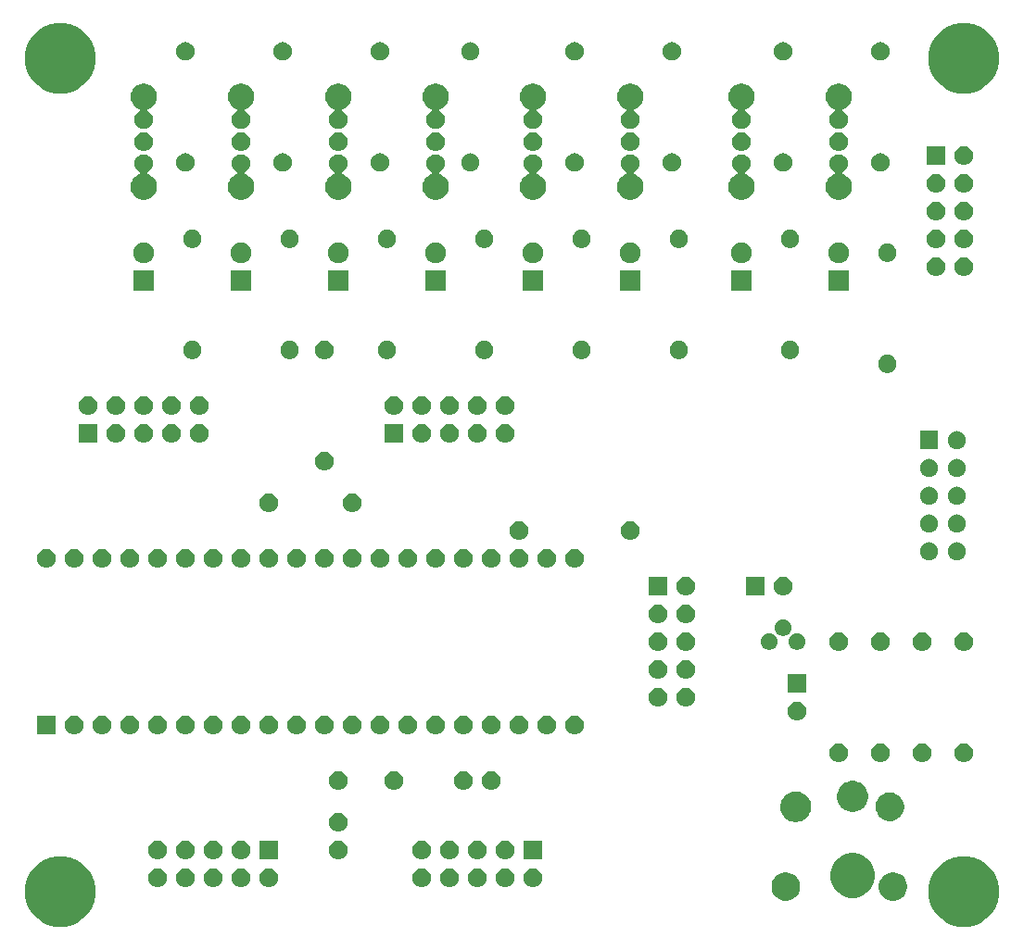
<source format=gbr>
G04 #@! TF.GenerationSoftware,KiCad,Pcbnew,(5.1.2)-2*
G04 #@! TF.CreationDate,2019-07-21T19:38:03-07:00*
G04 #@! TF.ProjectId,300-1002,3330302d-3130-4303-922e-6b696361645f,rev?*
G04 #@! TF.SameCoordinates,Original*
G04 #@! TF.FileFunction,Soldermask,Bot*
G04 #@! TF.FilePolarity,Negative*
%FSLAX46Y46*%
G04 Gerber Fmt 4.6, Leading zero omitted, Abs format (unit mm)*
G04 Created by KiCad (PCBNEW (5.1.2)-2) date 2019-07-21 19:38:03*
%MOMM*%
%LPD*%
G04 APERTURE LIST*
%ADD10C,0.100000*%
G04 APERTURE END LIST*
D10*
G36*
X174930988Y-120087973D02*
G01*
X175518082Y-120331155D01*
X175518084Y-120331156D01*
X176046455Y-120684202D01*
X176495798Y-121133545D01*
X176759360Y-121527994D01*
X176848845Y-121661918D01*
X177092027Y-122249012D01*
X177216000Y-122872265D01*
X177216000Y-123507735D01*
X177092027Y-124130988D01*
X176848845Y-124718082D01*
X176848844Y-124718084D01*
X176495798Y-125246455D01*
X176046455Y-125695798D01*
X175518084Y-126048844D01*
X175518083Y-126048845D01*
X175518082Y-126048845D01*
X174930988Y-126292027D01*
X174307735Y-126416000D01*
X173672265Y-126416000D01*
X173049012Y-126292027D01*
X172461918Y-126048845D01*
X172461917Y-126048845D01*
X172461916Y-126048844D01*
X171933545Y-125695798D01*
X171484202Y-125246455D01*
X171131156Y-124718084D01*
X171131155Y-124718082D01*
X170887973Y-124130988D01*
X170764000Y-123507735D01*
X170764000Y-122872265D01*
X170887973Y-122249012D01*
X171131155Y-121661918D01*
X171220640Y-121527994D01*
X171484202Y-121133545D01*
X171933545Y-120684202D01*
X172461916Y-120331156D01*
X172461918Y-120331155D01*
X173049012Y-120087973D01*
X173672265Y-119964000D01*
X174307735Y-119964000D01*
X174930988Y-120087973D01*
X174930988Y-120087973D01*
G37*
G36*
X92380988Y-120087973D02*
G01*
X92968082Y-120331155D01*
X92968084Y-120331156D01*
X93496455Y-120684202D01*
X93945798Y-121133545D01*
X94209360Y-121527994D01*
X94298845Y-121661918D01*
X94542027Y-122249012D01*
X94666000Y-122872265D01*
X94666000Y-123507735D01*
X94542027Y-124130988D01*
X94298845Y-124718082D01*
X94298844Y-124718084D01*
X93945798Y-125246455D01*
X93496455Y-125695798D01*
X92968084Y-126048844D01*
X92968083Y-126048845D01*
X92968082Y-126048845D01*
X92380988Y-126292027D01*
X91757735Y-126416000D01*
X91122265Y-126416000D01*
X90499012Y-126292027D01*
X89911918Y-126048845D01*
X89911917Y-126048845D01*
X89911916Y-126048844D01*
X89383545Y-125695798D01*
X88934202Y-125246455D01*
X88581156Y-124718084D01*
X88581155Y-124718082D01*
X88337973Y-124130988D01*
X88214000Y-123507735D01*
X88214000Y-122872265D01*
X88337973Y-122249012D01*
X88581155Y-121661918D01*
X88670640Y-121527994D01*
X88934202Y-121133545D01*
X89383545Y-120684202D01*
X89911916Y-120331156D01*
X89911918Y-120331155D01*
X90499012Y-120087973D01*
X91122265Y-119964000D01*
X91757735Y-119964000D01*
X92380988Y-120087973D01*
X92380988Y-120087973D01*
G37*
G36*
X158109487Y-121478996D02*
G01*
X158346253Y-121577068D01*
X158346255Y-121577069D01*
X158493490Y-121675448D01*
X158559339Y-121719447D01*
X158740553Y-121900661D01*
X158882932Y-122113747D01*
X158981004Y-122350513D01*
X159031000Y-122601861D01*
X159031000Y-122858139D01*
X158981004Y-123109487D01*
X158882932Y-123346253D01*
X158882931Y-123346255D01*
X158740553Y-123559339D01*
X158559339Y-123740553D01*
X158346255Y-123882931D01*
X158346254Y-123882932D01*
X158346253Y-123882932D01*
X158109487Y-123981004D01*
X157858139Y-124031000D01*
X157601861Y-124031000D01*
X157350513Y-123981004D01*
X157113747Y-123882932D01*
X157113746Y-123882932D01*
X157113745Y-123882931D01*
X156900661Y-123740553D01*
X156719447Y-123559339D01*
X156577069Y-123346255D01*
X156577068Y-123346253D01*
X156478996Y-123109487D01*
X156429000Y-122858139D01*
X156429000Y-122601861D01*
X156478996Y-122350513D01*
X156577068Y-122113747D01*
X156719447Y-121900661D01*
X156900661Y-121719447D01*
X156966510Y-121675448D01*
X157113745Y-121577069D01*
X157113747Y-121577068D01*
X157350513Y-121478996D01*
X157601861Y-121429000D01*
X157858139Y-121429000D01*
X158109487Y-121478996D01*
X158109487Y-121478996D01*
G37*
G36*
X167909487Y-121478996D02*
G01*
X168146253Y-121577068D01*
X168146255Y-121577069D01*
X168293490Y-121675448D01*
X168359339Y-121719447D01*
X168540553Y-121900661D01*
X168682932Y-122113747D01*
X168781004Y-122350513D01*
X168831000Y-122601861D01*
X168831000Y-122858139D01*
X168781004Y-123109487D01*
X168682932Y-123346253D01*
X168682931Y-123346255D01*
X168540553Y-123559339D01*
X168359339Y-123740553D01*
X168146255Y-123882931D01*
X168146254Y-123882932D01*
X168146253Y-123882932D01*
X167909487Y-123981004D01*
X167658139Y-124031000D01*
X167401861Y-124031000D01*
X167150513Y-123981004D01*
X166913747Y-123882932D01*
X166913746Y-123882932D01*
X166913745Y-123882931D01*
X166700661Y-123740553D01*
X166519447Y-123559339D01*
X166377069Y-123346255D01*
X166377068Y-123346253D01*
X166278996Y-123109487D01*
X166229000Y-122858139D01*
X166229000Y-122601861D01*
X166278996Y-122350513D01*
X166377068Y-122113747D01*
X166519447Y-121900661D01*
X166700661Y-121719447D01*
X166766510Y-121675448D01*
X166913745Y-121577069D01*
X166913747Y-121577068D01*
X167150513Y-121478996D01*
X167401861Y-121429000D01*
X167658139Y-121429000D01*
X167909487Y-121478996D01*
X167909487Y-121478996D01*
G37*
G36*
X164428254Y-119757818D02*
G01*
X164801511Y-119912426D01*
X164801513Y-119912427D01*
X164804536Y-119914447D01*
X165137436Y-120136884D01*
X165423116Y-120422564D01*
X165647574Y-120758489D01*
X165802182Y-121131746D01*
X165881000Y-121527993D01*
X165881000Y-121932007D01*
X165802182Y-122328254D01*
X165647574Y-122701511D01*
X165647573Y-122701513D01*
X165423116Y-123037436D01*
X165137436Y-123323116D01*
X164801513Y-123547573D01*
X164801512Y-123547574D01*
X164801511Y-123547574D01*
X164428254Y-123702182D01*
X164032007Y-123781000D01*
X163627993Y-123781000D01*
X163231746Y-123702182D01*
X162858489Y-123547574D01*
X162858488Y-123547574D01*
X162858487Y-123547573D01*
X162522564Y-123323116D01*
X162236884Y-123037436D01*
X162012427Y-122701513D01*
X162012426Y-122701511D01*
X161857818Y-122328254D01*
X161779000Y-121932007D01*
X161779000Y-121527993D01*
X161857818Y-121131746D01*
X162012426Y-120758489D01*
X162236884Y-120422564D01*
X162522564Y-120136884D01*
X162855464Y-119914447D01*
X162858487Y-119912427D01*
X162858489Y-119912426D01*
X163231746Y-119757818D01*
X163627993Y-119679000D01*
X164032007Y-119679000D01*
X164428254Y-119757818D01*
X164428254Y-119757818D01*
G37*
G36*
X108113564Y-121097710D02*
G01*
X108194552Y-121113819D01*
X108347131Y-121177019D01*
X108484449Y-121268772D01*
X108601228Y-121385551D01*
X108692981Y-121522869D01*
X108756181Y-121675448D01*
X108788400Y-121837425D01*
X108788400Y-122002575D01*
X108756181Y-122164552D01*
X108692981Y-122317131D01*
X108601228Y-122454449D01*
X108484449Y-122571228D01*
X108347131Y-122662981D01*
X108194552Y-122726181D01*
X108113564Y-122742290D01*
X108032576Y-122758400D01*
X107867424Y-122758400D01*
X107786436Y-122742290D01*
X107705448Y-122726181D01*
X107552869Y-122662981D01*
X107415551Y-122571228D01*
X107298772Y-122454449D01*
X107207019Y-122317131D01*
X107143819Y-122164552D01*
X107111600Y-122002575D01*
X107111600Y-121837425D01*
X107143819Y-121675448D01*
X107207019Y-121522869D01*
X107298772Y-121385551D01*
X107415551Y-121268772D01*
X107552869Y-121177019D01*
X107705448Y-121113819D01*
X107786436Y-121097710D01*
X107867424Y-121081600D01*
X108032576Y-121081600D01*
X108113564Y-121097710D01*
X108113564Y-121097710D01*
G37*
G36*
X100493564Y-121097710D02*
G01*
X100574552Y-121113819D01*
X100727131Y-121177019D01*
X100864449Y-121268772D01*
X100981228Y-121385551D01*
X101072981Y-121522869D01*
X101136181Y-121675448D01*
X101168400Y-121837425D01*
X101168400Y-122002575D01*
X101136181Y-122164552D01*
X101072981Y-122317131D01*
X100981228Y-122454449D01*
X100864449Y-122571228D01*
X100727131Y-122662981D01*
X100574552Y-122726181D01*
X100493564Y-122742290D01*
X100412576Y-122758400D01*
X100247424Y-122758400D01*
X100166436Y-122742290D01*
X100085448Y-122726181D01*
X99932869Y-122662981D01*
X99795551Y-122571228D01*
X99678772Y-122454449D01*
X99587019Y-122317131D01*
X99523819Y-122164552D01*
X99491600Y-122002575D01*
X99491600Y-121837425D01*
X99523819Y-121675448D01*
X99587019Y-121522869D01*
X99678772Y-121385551D01*
X99795551Y-121268772D01*
X99932869Y-121177019D01*
X100085448Y-121113819D01*
X100166436Y-121097710D01*
X100247424Y-121081600D01*
X100412576Y-121081600D01*
X100493564Y-121097710D01*
X100493564Y-121097710D01*
G37*
G36*
X103033564Y-121097710D02*
G01*
X103114552Y-121113819D01*
X103267131Y-121177019D01*
X103404449Y-121268772D01*
X103521228Y-121385551D01*
X103612981Y-121522869D01*
X103676181Y-121675448D01*
X103708400Y-121837425D01*
X103708400Y-122002575D01*
X103676181Y-122164552D01*
X103612981Y-122317131D01*
X103521228Y-122454449D01*
X103404449Y-122571228D01*
X103267131Y-122662981D01*
X103114552Y-122726181D01*
X103033564Y-122742290D01*
X102952576Y-122758400D01*
X102787424Y-122758400D01*
X102706436Y-122742290D01*
X102625448Y-122726181D01*
X102472869Y-122662981D01*
X102335551Y-122571228D01*
X102218772Y-122454449D01*
X102127019Y-122317131D01*
X102063819Y-122164552D01*
X102031600Y-122002575D01*
X102031600Y-121837425D01*
X102063819Y-121675448D01*
X102127019Y-121522869D01*
X102218772Y-121385551D01*
X102335551Y-121268772D01*
X102472869Y-121177019D01*
X102625448Y-121113819D01*
X102706436Y-121097710D01*
X102787424Y-121081600D01*
X102952576Y-121081600D01*
X103033564Y-121097710D01*
X103033564Y-121097710D01*
G37*
G36*
X105573564Y-121097710D02*
G01*
X105654552Y-121113819D01*
X105807131Y-121177019D01*
X105944449Y-121268772D01*
X106061228Y-121385551D01*
X106152981Y-121522869D01*
X106216181Y-121675448D01*
X106248400Y-121837425D01*
X106248400Y-122002575D01*
X106216181Y-122164552D01*
X106152981Y-122317131D01*
X106061228Y-122454449D01*
X105944449Y-122571228D01*
X105807131Y-122662981D01*
X105654552Y-122726181D01*
X105573564Y-122742290D01*
X105492576Y-122758400D01*
X105327424Y-122758400D01*
X105246436Y-122742290D01*
X105165448Y-122726181D01*
X105012869Y-122662981D01*
X104875551Y-122571228D01*
X104758772Y-122454449D01*
X104667019Y-122317131D01*
X104603819Y-122164552D01*
X104571600Y-122002575D01*
X104571600Y-121837425D01*
X104603819Y-121675448D01*
X104667019Y-121522869D01*
X104758772Y-121385551D01*
X104875551Y-121268772D01*
X105012869Y-121177019D01*
X105165448Y-121113819D01*
X105246436Y-121097710D01*
X105327424Y-121081600D01*
X105492576Y-121081600D01*
X105573564Y-121097710D01*
X105573564Y-121097710D01*
G37*
G36*
X110653564Y-121097710D02*
G01*
X110734552Y-121113819D01*
X110887131Y-121177019D01*
X111024449Y-121268772D01*
X111141228Y-121385551D01*
X111232981Y-121522869D01*
X111296181Y-121675448D01*
X111328400Y-121837425D01*
X111328400Y-122002575D01*
X111296181Y-122164552D01*
X111232981Y-122317131D01*
X111141228Y-122454449D01*
X111024449Y-122571228D01*
X110887131Y-122662981D01*
X110734552Y-122726181D01*
X110653564Y-122742290D01*
X110572576Y-122758400D01*
X110407424Y-122758400D01*
X110326436Y-122742290D01*
X110245448Y-122726181D01*
X110092869Y-122662981D01*
X109955551Y-122571228D01*
X109838772Y-122454449D01*
X109747019Y-122317131D01*
X109683819Y-122164552D01*
X109651600Y-122002575D01*
X109651600Y-121837425D01*
X109683819Y-121675448D01*
X109747019Y-121522869D01*
X109838772Y-121385551D01*
X109955551Y-121268772D01*
X110092869Y-121177019D01*
X110245448Y-121113819D01*
X110326436Y-121097710D01*
X110407424Y-121081600D01*
X110572576Y-121081600D01*
X110653564Y-121097710D01*
X110653564Y-121097710D01*
G37*
G36*
X132243564Y-121097710D02*
G01*
X132324552Y-121113819D01*
X132477131Y-121177019D01*
X132614449Y-121268772D01*
X132731228Y-121385551D01*
X132822981Y-121522869D01*
X132886181Y-121675448D01*
X132918400Y-121837425D01*
X132918400Y-122002575D01*
X132886181Y-122164552D01*
X132822981Y-122317131D01*
X132731228Y-122454449D01*
X132614449Y-122571228D01*
X132477131Y-122662981D01*
X132324552Y-122726181D01*
X132243564Y-122742290D01*
X132162576Y-122758400D01*
X131997424Y-122758400D01*
X131916436Y-122742290D01*
X131835448Y-122726181D01*
X131682869Y-122662981D01*
X131545551Y-122571228D01*
X131428772Y-122454449D01*
X131337019Y-122317131D01*
X131273819Y-122164552D01*
X131241600Y-122002575D01*
X131241600Y-121837425D01*
X131273819Y-121675448D01*
X131337019Y-121522869D01*
X131428772Y-121385551D01*
X131545551Y-121268772D01*
X131682869Y-121177019D01*
X131835448Y-121113819D01*
X131916436Y-121097710D01*
X131997424Y-121081600D01*
X132162576Y-121081600D01*
X132243564Y-121097710D01*
X132243564Y-121097710D01*
G37*
G36*
X129703564Y-121097710D02*
G01*
X129784552Y-121113819D01*
X129937131Y-121177019D01*
X130074449Y-121268772D01*
X130191228Y-121385551D01*
X130282981Y-121522869D01*
X130346181Y-121675448D01*
X130378400Y-121837425D01*
X130378400Y-122002575D01*
X130346181Y-122164552D01*
X130282981Y-122317131D01*
X130191228Y-122454449D01*
X130074449Y-122571228D01*
X129937131Y-122662981D01*
X129784552Y-122726181D01*
X129703564Y-122742290D01*
X129622576Y-122758400D01*
X129457424Y-122758400D01*
X129376436Y-122742290D01*
X129295448Y-122726181D01*
X129142869Y-122662981D01*
X129005551Y-122571228D01*
X128888772Y-122454449D01*
X128797019Y-122317131D01*
X128733819Y-122164552D01*
X128701600Y-122002575D01*
X128701600Y-121837425D01*
X128733819Y-121675448D01*
X128797019Y-121522869D01*
X128888772Y-121385551D01*
X129005551Y-121268772D01*
X129142869Y-121177019D01*
X129295448Y-121113819D01*
X129376436Y-121097710D01*
X129457424Y-121081600D01*
X129622576Y-121081600D01*
X129703564Y-121097710D01*
X129703564Y-121097710D01*
G37*
G36*
X127163564Y-121097710D02*
G01*
X127244552Y-121113819D01*
X127397131Y-121177019D01*
X127534449Y-121268772D01*
X127651228Y-121385551D01*
X127742981Y-121522869D01*
X127806181Y-121675448D01*
X127838400Y-121837425D01*
X127838400Y-122002575D01*
X127806181Y-122164552D01*
X127742981Y-122317131D01*
X127651228Y-122454449D01*
X127534449Y-122571228D01*
X127397131Y-122662981D01*
X127244552Y-122726181D01*
X127163564Y-122742290D01*
X127082576Y-122758400D01*
X126917424Y-122758400D01*
X126836436Y-122742290D01*
X126755448Y-122726181D01*
X126602869Y-122662981D01*
X126465551Y-122571228D01*
X126348772Y-122454449D01*
X126257019Y-122317131D01*
X126193819Y-122164552D01*
X126161600Y-122002575D01*
X126161600Y-121837425D01*
X126193819Y-121675448D01*
X126257019Y-121522869D01*
X126348772Y-121385551D01*
X126465551Y-121268772D01*
X126602869Y-121177019D01*
X126755448Y-121113819D01*
X126836436Y-121097710D01*
X126917424Y-121081600D01*
X127082576Y-121081600D01*
X127163564Y-121097710D01*
X127163564Y-121097710D01*
G37*
G36*
X134783564Y-121097710D02*
G01*
X134864552Y-121113819D01*
X135017131Y-121177019D01*
X135154449Y-121268772D01*
X135271228Y-121385551D01*
X135362981Y-121522869D01*
X135426181Y-121675448D01*
X135458400Y-121837425D01*
X135458400Y-122002575D01*
X135426181Y-122164552D01*
X135362981Y-122317131D01*
X135271228Y-122454449D01*
X135154449Y-122571228D01*
X135017131Y-122662981D01*
X134864552Y-122726181D01*
X134783564Y-122742290D01*
X134702576Y-122758400D01*
X134537424Y-122758400D01*
X134456436Y-122742290D01*
X134375448Y-122726181D01*
X134222869Y-122662981D01*
X134085551Y-122571228D01*
X133968772Y-122454449D01*
X133877019Y-122317131D01*
X133813819Y-122164552D01*
X133781600Y-122002575D01*
X133781600Y-121837425D01*
X133813819Y-121675448D01*
X133877019Y-121522869D01*
X133968772Y-121385551D01*
X134085551Y-121268772D01*
X134222869Y-121177019D01*
X134375448Y-121113819D01*
X134456436Y-121097710D01*
X134537424Y-121081600D01*
X134702576Y-121081600D01*
X134783564Y-121097710D01*
X134783564Y-121097710D01*
G37*
G36*
X124623564Y-121097710D02*
G01*
X124704552Y-121113819D01*
X124857131Y-121177019D01*
X124994449Y-121268772D01*
X125111228Y-121385551D01*
X125202981Y-121522869D01*
X125266181Y-121675448D01*
X125298400Y-121837425D01*
X125298400Y-122002575D01*
X125266181Y-122164552D01*
X125202981Y-122317131D01*
X125111228Y-122454449D01*
X124994449Y-122571228D01*
X124857131Y-122662981D01*
X124704552Y-122726181D01*
X124623564Y-122742290D01*
X124542576Y-122758400D01*
X124377424Y-122758400D01*
X124296436Y-122742290D01*
X124215448Y-122726181D01*
X124062869Y-122662981D01*
X123925551Y-122571228D01*
X123808772Y-122454449D01*
X123717019Y-122317131D01*
X123653819Y-122164552D01*
X123621600Y-122002575D01*
X123621600Y-121837425D01*
X123653819Y-121675448D01*
X123717019Y-121522869D01*
X123808772Y-121385551D01*
X123925551Y-121268772D01*
X124062869Y-121177019D01*
X124215448Y-121113819D01*
X124296436Y-121097710D01*
X124377424Y-121081600D01*
X124542576Y-121081600D01*
X124623564Y-121097710D01*
X124623564Y-121097710D01*
G37*
G36*
X129703564Y-118557710D02*
G01*
X129784552Y-118573819D01*
X129937131Y-118637019D01*
X130074449Y-118728772D01*
X130191228Y-118845551D01*
X130282981Y-118982869D01*
X130346181Y-119135448D01*
X130378400Y-119297425D01*
X130378400Y-119462575D01*
X130346181Y-119624552D01*
X130282981Y-119777131D01*
X130191228Y-119914449D01*
X130074449Y-120031228D01*
X129937131Y-120122981D01*
X129784552Y-120186181D01*
X129703564Y-120202290D01*
X129622576Y-120218400D01*
X129457424Y-120218400D01*
X129376436Y-120202290D01*
X129295448Y-120186181D01*
X129142869Y-120122981D01*
X129005551Y-120031228D01*
X128888772Y-119914449D01*
X128797019Y-119777131D01*
X128733819Y-119624552D01*
X128701600Y-119462575D01*
X128701600Y-119297425D01*
X128733819Y-119135448D01*
X128797019Y-118982869D01*
X128888772Y-118845551D01*
X129005551Y-118728772D01*
X129142869Y-118637019D01*
X129295448Y-118573819D01*
X129376436Y-118557710D01*
X129457424Y-118541600D01*
X129622576Y-118541600D01*
X129703564Y-118557710D01*
X129703564Y-118557710D01*
G37*
G36*
X127163564Y-118557710D02*
G01*
X127244552Y-118573819D01*
X127397131Y-118637019D01*
X127534449Y-118728772D01*
X127651228Y-118845551D01*
X127742981Y-118982869D01*
X127806181Y-119135448D01*
X127838400Y-119297425D01*
X127838400Y-119462575D01*
X127806181Y-119624552D01*
X127742981Y-119777131D01*
X127651228Y-119914449D01*
X127534449Y-120031228D01*
X127397131Y-120122981D01*
X127244552Y-120186181D01*
X127163564Y-120202290D01*
X127082576Y-120218400D01*
X126917424Y-120218400D01*
X126836436Y-120202290D01*
X126755448Y-120186181D01*
X126602869Y-120122981D01*
X126465551Y-120031228D01*
X126348772Y-119914449D01*
X126257019Y-119777131D01*
X126193819Y-119624552D01*
X126161600Y-119462575D01*
X126161600Y-119297425D01*
X126193819Y-119135448D01*
X126257019Y-118982869D01*
X126348772Y-118845551D01*
X126465551Y-118728772D01*
X126602869Y-118637019D01*
X126755448Y-118573819D01*
X126836436Y-118557710D01*
X126917424Y-118541600D01*
X127082576Y-118541600D01*
X127163564Y-118557710D01*
X127163564Y-118557710D01*
G37*
G36*
X124623564Y-118557710D02*
G01*
X124704552Y-118573819D01*
X124857131Y-118637019D01*
X124994449Y-118728772D01*
X125111228Y-118845551D01*
X125202981Y-118982869D01*
X125266181Y-119135448D01*
X125298400Y-119297425D01*
X125298400Y-119462575D01*
X125266181Y-119624552D01*
X125202981Y-119777131D01*
X125111228Y-119914449D01*
X124994449Y-120031228D01*
X124857131Y-120122981D01*
X124704552Y-120186181D01*
X124623564Y-120202290D01*
X124542576Y-120218400D01*
X124377424Y-120218400D01*
X124296436Y-120202290D01*
X124215448Y-120186181D01*
X124062869Y-120122981D01*
X123925551Y-120031228D01*
X123808772Y-119914449D01*
X123717019Y-119777131D01*
X123653819Y-119624552D01*
X123621600Y-119462575D01*
X123621600Y-119297425D01*
X123653819Y-119135448D01*
X123717019Y-118982869D01*
X123808772Y-118845551D01*
X123925551Y-118728772D01*
X124062869Y-118637019D01*
X124215448Y-118573819D01*
X124296436Y-118557710D01*
X124377424Y-118541600D01*
X124542576Y-118541600D01*
X124623564Y-118557710D01*
X124623564Y-118557710D01*
G37*
G36*
X132243564Y-118557710D02*
G01*
X132324552Y-118573819D01*
X132477131Y-118637019D01*
X132614449Y-118728772D01*
X132731228Y-118845551D01*
X132822981Y-118982869D01*
X132886181Y-119135448D01*
X132918400Y-119297425D01*
X132918400Y-119462575D01*
X132886181Y-119624552D01*
X132822981Y-119777131D01*
X132731228Y-119914449D01*
X132614449Y-120031228D01*
X132477131Y-120122981D01*
X132324552Y-120186181D01*
X132243564Y-120202290D01*
X132162576Y-120218400D01*
X131997424Y-120218400D01*
X131916436Y-120202290D01*
X131835448Y-120186181D01*
X131682869Y-120122981D01*
X131545551Y-120031228D01*
X131428772Y-119914449D01*
X131337019Y-119777131D01*
X131273819Y-119624552D01*
X131241600Y-119462575D01*
X131241600Y-119297425D01*
X131273819Y-119135448D01*
X131337019Y-118982869D01*
X131428772Y-118845551D01*
X131545551Y-118728772D01*
X131682869Y-118637019D01*
X131835448Y-118573819D01*
X131916436Y-118557710D01*
X131997424Y-118541600D01*
X132162576Y-118541600D01*
X132243564Y-118557710D01*
X132243564Y-118557710D01*
G37*
G36*
X117003564Y-118557710D02*
G01*
X117084552Y-118573819D01*
X117237131Y-118637019D01*
X117374449Y-118728772D01*
X117491228Y-118845551D01*
X117582981Y-118982869D01*
X117646181Y-119135448D01*
X117678400Y-119297425D01*
X117678400Y-119462575D01*
X117646181Y-119624552D01*
X117582981Y-119777131D01*
X117491228Y-119914449D01*
X117374449Y-120031228D01*
X117237131Y-120122981D01*
X117084552Y-120186181D01*
X117003564Y-120202290D01*
X116922576Y-120218400D01*
X116757424Y-120218400D01*
X116676436Y-120202290D01*
X116595448Y-120186181D01*
X116442869Y-120122981D01*
X116305551Y-120031228D01*
X116188772Y-119914449D01*
X116097019Y-119777131D01*
X116033819Y-119624552D01*
X116001600Y-119462575D01*
X116001600Y-119297425D01*
X116033819Y-119135448D01*
X116097019Y-118982869D01*
X116188772Y-118845551D01*
X116305551Y-118728772D01*
X116442869Y-118637019D01*
X116595448Y-118573819D01*
X116676436Y-118557710D01*
X116757424Y-118541600D01*
X116922576Y-118541600D01*
X117003564Y-118557710D01*
X117003564Y-118557710D01*
G37*
G36*
X103033564Y-118557710D02*
G01*
X103114552Y-118573819D01*
X103267131Y-118637019D01*
X103404449Y-118728772D01*
X103521228Y-118845551D01*
X103612981Y-118982869D01*
X103676181Y-119135448D01*
X103708400Y-119297425D01*
X103708400Y-119462575D01*
X103676181Y-119624552D01*
X103612981Y-119777131D01*
X103521228Y-119914449D01*
X103404449Y-120031228D01*
X103267131Y-120122981D01*
X103114552Y-120186181D01*
X103033564Y-120202290D01*
X102952576Y-120218400D01*
X102787424Y-120218400D01*
X102706436Y-120202290D01*
X102625448Y-120186181D01*
X102472869Y-120122981D01*
X102335551Y-120031228D01*
X102218772Y-119914449D01*
X102127019Y-119777131D01*
X102063819Y-119624552D01*
X102031600Y-119462575D01*
X102031600Y-119297425D01*
X102063819Y-119135448D01*
X102127019Y-118982869D01*
X102218772Y-118845551D01*
X102335551Y-118728772D01*
X102472869Y-118637019D01*
X102625448Y-118573819D01*
X102706436Y-118557710D01*
X102787424Y-118541600D01*
X102952576Y-118541600D01*
X103033564Y-118557710D01*
X103033564Y-118557710D01*
G37*
G36*
X105573564Y-118557710D02*
G01*
X105654552Y-118573819D01*
X105807131Y-118637019D01*
X105944449Y-118728772D01*
X106061228Y-118845551D01*
X106152981Y-118982869D01*
X106216181Y-119135448D01*
X106248400Y-119297425D01*
X106248400Y-119462575D01*
X106216181Y-119624552D01*
X106152981Y-119777131D01*
X106061228Y-119914449D01*
X105944449Y-120031228D01*
X105807131Y-120122981D01*
X105654552Y-120186181D01*
X105573564Y-120202290D01*
X105492576Y-120218400D01*
X105327424Y-120218400D01*
X105246436Y-120202290D01*
X105165448Y-120186181D01*
X105012869Y-120122981D01*
X104875551Y-120031228D01*
X104758772Y-119914449D01*
X104667019Y-119777131D01*
X104603819Y-119624552D01*
X104571600Y-119462575D01*
X104571600Y-119297425D01*
X104603819Y-119135448D01*
X104667019Y-118982869D01*
X104758772Y-118845551D01*
X104875551Y-118728772D01*
X105012869Y-118637019D01*
X105165448Y-118573819D01*
X105246436Y-118557710D01*
X105327424Y-118541600D01*
X105492576Y-118541600D01*
X105573564Y-118557710D01*
X105573564Y-118557710D01*
G37*
G36*
X135458400Y-120218400D02*
G01*
X133781600Y-120218400D01*
X133781600Y-118541600D01*
X135458400Y-118541600D01*
X135458400Y-120218400D01*
X135458400Y-120218400D01*
G37*
G36*
X108113564Y-118557710D02*
G01*
X108194552Y-118573819D01*
X108347131Y-118637019D01*
X108484449Y-118728772D01*
X108601228Y-118845551D01*
X108692981Y-118982869D01*
X108756181Y-119135448D01*
X108788400Y-119297425D01*
X108788400Y-119462575D01*
X108756181Y-119624552D01*
X108692981Y-119777131D01*
X108601228Y-119914449D01*
X108484449Y-120031228D01*
X108347131Y-120122981D01*
X108194552Y-120186181D01*
X108113564Y-120202290D01*
X108032576Y-120218400D01*
X107867424Y-120218400D01*
X107786436Y-120202290D01*
X107705448Y-120186181D01*
X107552869Y-120122981D01*
X107415551Y-120031228D01*
X107298772Y-119914449D01*
X107207019Y-119777131D01*
X107143819Y-119624552D01*
X107111600Y-119462575D01*
X107111600Y-119297425D01*
X107143819Y-119135448D01*
X107207019Y-118982869D01*
X107298772Y-118845551D01*
X107415551Y-118728772D01*
X107552869Y-118637019D01*
X107705448Y-118573819D01*
X107786436Y-118557710D01*
X107867424Y-118541600D01*
X108032576Y-118541600D01*
X108113564Y-118557710D01*
X108113564Y-118557710D01*
G37*
G36*
X111328400Y-120218400D02*
G01*
X109651600Y-120218400D01*
X109651600Y-118541600D01*
X111328400Y-118541600D01*
X111328400Y-120218400D01*
X111328400Y-120218400D01*
G37*
G36*
X100493564Y-118557710D02*
G01*
X100574552Y-118573819D01*
X100727131Y-118637019D01*
X100864449Y-118728772D01*
X100981228Y-118845551D01*
X101072981Y-118982869D01*
X101136181Y-119135448D01*
X101168400Y-119297425D01*
X101168400Y-119462575D01*
X101136181Y-119624552D01*
X101072981Y-119777131D01*
X100981228Y-119914449D01*
X100864449Y-120031228D01*
X100727131Y-120122981D01*
X100574552Y-120186181D01*
X100493564Y-120202290D01*
X100412576Y-120218400D01*
X100247424Y-120218400D01*
X100166436Y-120202290D01*
X100085448Y-120186181D01*
X99932869Y-120122981D01*
X99795551Y-120031228D01*
X99678772Y-119914449D01*
X99587019Y-119777131D01*
X99523819Y-119624552D01*
X99491600Y-119462575D01*
X99491600Y-119297425D01*
X99523819Y-119135448D01*
X99587019Y-118982869D01*
X99678772Y-118845551D01*
X99795551Y-118728772D01*
X99932869Y-118637019D01*
X100085448Y-118573819D01*
X100166436Y-118557710D01*
X100247424Y-118541600D01*
X100412576Y-118541600D01*
X100493564Y-118557710D01*
X100493564Y-118557710D01*
G37*
G36*
X117003563Y-116017709D02*
G01*
X117084552Y-116033819D01*
X117237131Y-116097019D01*
X117374449Y-116188772D01*
X117491228Y-116305551D01*
X117582981Y-116442869D01*
X117646181Y-116595448D01*
X117678400Y-116757425D01*
X117678400Y-116922575D01*
X117646181Y-117084552D01*
X117582981Y-117237131D01*
X117491228Y-117374449D01*
X117374449Y-117491228D01*
X117237131Y-117582981D01*
X117084552Y-117646181D01*
X117003563Y-117662291D01*
X116922576Y-117678400D01*
X116757424Y-117678400D01*
X116676437Y-117662291D01*
X116595448Y-117646181D01*
X116442869Y-117582981D01*
X116305551Y-117491228D01*
X116188772Y-117374449D01*
X116097019Y-117237131D01*
X116033819Y-117084552D01*
X116001600Y-116922575D01*
X116001600Y-116757425D01*
X116033819Y-116595448D01*
X116097019Y-116442869D01*
X116188772Y-116305551D01*
X116305551Y-116188772D01*
X116442869Y-116097019D01*
X116595448Y-116033819D01*
X116676437Y-116017709D01*
X116757424Y-116001600D01*
X116922576Y-116001600D01*
X117003563Y-116017709D01*
X117003563Y-116017709D01*
G37*
G36*
X158948433Y-114064893D02*
G01*
X159038657Y-114082839D01*
X159144267Y-114126585D01*
X159293621Y-114188449D01*
X159293622Y-114188450D01*
X159523086Y-114341772D01*
X159718228Y-114536914D01*
X159820675Y-114690237D01*
X159871551Y-114766379D01*
X159977161Y-115021344D01*
X160031000Y-115292012D01*
X160031000Y-115567988D01*
X159995107Y-115748433D01*
X159979448Y-115827161D01*
X159977161Y-115838656D01*
X159871551Y-116093621D01*
X159820675Y-116169763D01*
X159718228Y-116323086D01*
X159523086Y-116518228D01*
X159426249Y-116582932D01*
X159293621Y-116671551D01*
X159150098Y-116731000D01*
X159038657Y-116777161D01*
X158948433Y-116795107D01*
X158767988Y-116831000D01*
X158492012Y-116831000D01*
X158311567Y-116795107D01*
X158221343Y-116777161D01*
X158109902Y-116731000D01*
X157966379Y-116671551D01*
X157833751Y-116582932D01*
X157736914Y-116518228D01*
X157541772Y-116323086D01*
X157439325Y-116169763D01*
X157388449Y-116093621D01*
X157282839Y-115838656D01*
X157280553Y-115827161D01*
X157264893Y-115748433D01*
X157229000Y-115567988D01*
X157229000Y-115292012D01*
X157282839Y-115021344D01*
X157388449Y-114766379D01*
X157439325Y-114690237D01*
X157541772Y-114536914D01*
X157736914Y-114341772D01*
X157966378Y-114188450D01*
X157966379Y-114188449D01*
X158115733Y-114126585D01*
X158221343Y-114082839D01*
X158311567Y-114064893D01*
X158492012Y-114029000D01*
X158767988Y-114029000D01*
X158948433Y-114064893D01*
X158948433Y-114064893D01*
G37*
G36*
X167609487Y-114178996D02*
G01*
X167846253Y-114277068D01*
X167846255Y-114277069D01*
X168059339Y-114419447D01*
X168240553Y-114600661D01*
X168252131Y-114617988D01*
X168382932Y-114813747D01*
X168481004Y-115050513D01*
X168531000Y-115301861D01*
X168531000Y-115558139D01*
X168481004Y-115809487D01*
X168468921Y-115838657D01*
X168382931Y-116046255D01*
X168240553Y-116259339D01*
X168059339Y-116440553D01*
X167846255Y-116582931D01*
X167846254Y-116582932D01*
X167846253Y-116582932D01*
X167609487Y-116681004D01*
X167358139Y-116731000D01*
X167101861Y-116731000D01*
X166850513Y-116681004D01*
X166613747Y-116582932D01*
X166613746Y-116582932D01*
X166613745Y-116582931D01*
X166400661Y-116440553D01*
X166219447Y-116259339D01*
X166077069Y-116046255D01*
X165991079Y-115838657D01*
X165978996Y-115809487D01*
X165929000Y-115558139D01*
X165929000Y-115301861D01*
X165978996Y-115050513D01*
X166077068Y-114813747D01*
X166207870Y-114617988D01*
X166219447Y-114600661D01*
X166400661Y-114419447D01*
X166613745Y-114277069D01*
X166613747Y-114277068D01*
X166850513Y-114178996D01*
X167101861Y-114129000D01*
X167358139Y-114129000D01*
X167609487Y-114178996D01*
X167609487Y-114178996D01*
G37*
G36*
X164148433Y-113114893D02*
G01*
X164238657Y-113132839D01*
X164344267Y-113176585D01*
X164493621Y-113238449D01*
X164493622Y-113238450D01*
X164723086Y-113391772D01*
X164918228Y-113586914D01*
X164981246Y-113681228D01*
X165071551Y-113816379D01*
X165133415Y-113965733D01*
X165177161Y-114071343D01*
X165195107Y-114161567D01*
X165231000Y-114342012D01*
X165231000Y-114617988D01*
X165177161Y-114888656D01*
X165071551Y-115143621D01*
X165071550Y-115143622D01*
X164918228Y-115373086D01*
X164723086Y-115568228D01*
X164569763Y-115670675D01*
X164493621Y-115721551D01*
X164344267Y-115783415D01*
X164238657Y-115827161D01*
X164148433Y-115845107D01*
X163967988Y-115881000D01*
X163692012Y-115881000D01*
X163511567Y-115845107D01*
X163421343Y-115827161D01*
X163315733Y-115783415D01*
X163166379Y-115721551D01*
X163090237Y-115670675D01*
X162936914Y-115568228D01*
X162741772Y-115373086D01*
X162588450Y-115143622D01*
X162588449Y-115143621D01*
X162482839Y-114888656D01*
X162429000Y-114617988D01*
X162429000Y-114342012D01*
X162464893Y-114161567D01*
X162482839Y-114071343D01*
X162526585Y-113965733D01*
X162588449Y-113816379D01*
X162678754Y-113681228D01*
X162741772Y-113586914D01*
X162936914Y-113391772D01*
X163166378Y-113238450D01*
X163166379Y-113238449D01*
X163315733Y-113176585D01*
X163421343Y-113132839D01*
X163511567Y-113114893D01*
X163692012Y-113079000D01*
X163967988Y-113079000D01*
X164148433Y-113114893D01*
X164148433Y-113114893D01*
G37*
G36*
X130973563Y-112207709D02*
G01*
X131054552Y-112223819D01*
X131207131Y-112287019D01*
X131344449Y-112378772D01*
X131461228Y-112495551D01*
X131552981Y-112632869D01*
X131616181Y-112785448D01*
X131648400Y-112947425D01*
X131648400Y-113112575D01*
X131616181Y-113274552D01*
X131552981Y-113427131D01*
X131461228Y-113564449D01*
X131344449Y-113681228D01*
X131207131Y-113772981D01*
X131054552Y-113836181D01*
X130973564Y-113852290D01*
X130892576Y-113868400D01*
X130727424Y-113868400D01*
X130646436Y-113852290D01*
X130565448Y-113836181D01*
X130412869Y-113772981D01*
X130275551Y-113681228D01*
X130158772Y-113564449D01*
X130067019Y-113427131D01*
X130003819Y-113274552D01*
X129971600Y-113112575D01*
X129971600Y-112947425D01*
X130003819Y-112785448D01*
X130067019Y-112632869D01*
X130158772Y-112495551D01*
X130275551Y-112378772D01*
X130412869Y-112287019D01*
X130565448Y-112223819D01*
X130646437Y-112207709D01*
X130727424Y-112191600D01*
X130892576Y-112191600D01*
X130973563Y-112207709D01*
X130973563Y-112207709D01*
G37*
G36*
X128433563Y-112207709D02*
G01*
X128514552Y-112223819D01*
X128667131Y-112287019D01*
X128804449Y-112378772D01*
X128921228Y-112495551D01*
X129012981Y-112632869D01*
X129076181Y-112785448D01*
X129108400Y-112947425D01*
X129108400Y-113112575D01*
X129076181Y-113274552D01*
X129012981Y-113427131D01*
X128921228Y-113564449D01*
X128804449Y-113681228D01*
X128667131Y-113772981D01*
X128514552Y-113836181D01*
X128433564Y-113852290D01*
X128352576Y-113868400D01*
X128187424Y-113868400D01*
X128106436Y-113852290D01*
X128025448Y-113836181D01*
X127872869Y-113772981D01*
X127735551Y-113681228D01*
X127618772Y-113564449D01*
X127527019Y-113427131D01*
X127463819Y-113274552D01*
X127431600Y-113112575D01*
X127431600Y-112947425D01*
X127463819Y-112785448D01*
X127527019Y-112632869D01*
X127618772Y-112495551D01*
X127735551Y-112378772D01*
X127872869Y-112287019D01*
X128025448Y-112223819D01*
X128106437Y-112207709D01*
X128187424Y-112191600D01*
X128352576Y-112191600D01*
X128433563Y-112207709D01*
X128433563Y-112207709D01*
G37*
G36*
X122083563Y-112207709D02*
G01*
X122164552Y-112223819D01*
X122317131Y-112287019D01*
X122454449Y-112378772D01*
X122571228Y-112495551D01*
X122662981Y-112632869D01*
X122726181Y-112785448D01*
X122758400Y-112947425D01*
X122758400Y-113112575D01*
X122726181Y-113274552D01*
X122662981Y-113427131D01*
X122571228Y-113564449D01*
X122454449Y-113681228D01*
X122317131Y-113772981D01*
X122164552Y-113836181D01*
X122083564Y-113852290D01*
X122002576Y-113868400D01*
X121837424Y-113868400D01*
X121756436Y-113852290D01*
X121675448Y-113836181D01*
X121522869Y-113772981D01*
X121385551Y-113681228D01*
X121268772Y-113564449D01*
X121177019Y-113427131D01*
X121113819Y-113274552D01*
X121081600Y-113112575D01*
X121081600Y-112947425D01*
X121113819Y-112785448D01*
X121177019Y-112632869D01*
X121268772Y-112495551D01*
X121385551Y-112378772D01*
X121522869Y-112287019D01*
X121675448Y-112223819D01*
X121756437Y-112207709D01*
X121837424Y-112191600D01*
X122002576Y-112191600D01*
X122083563Y-112207709D01*
X122083563Y-112207709D01*
G37*
G36*
X117003563Y-112207709D02*
G01*
X117084552Y-112223819D01*
X117237131Y-112287019D01*
X117374449Y-112378772D01*
X117491228Y-112495551D01*
X117582981Y-112632869D01*
X117646181Y-112785448D01*
X117678400Y-112947425D01*
X117678400Y-113112575D01*
X117646181Y-113274552D01*
X117582981Y-113427131D01*
X117491228Y-113564449D01*
X117374449Y-113681228D01*
X117237131Y-113772981D01*
X117084552Y-113836181D01*
X117003564Y-113852290D01*
X116922576Y-113868400D01*
X116757424Y-113868400D01*
X116676436Y-113852290D01*
X116595448Y-113836181D01*
X116442869Y-113772981D01*
X116305551Y-113681228D01*
X116188772Y-113564449D01*
X116097019Y-113427131D01*
X116033819Y-113274552D01*
X116001600Y-113112575D01*
X116001600Y-112947425D01*
X116033819Y-112785448D01*
X116097019Y-112632869D01*
X116188772Y-112495551D01*
X116305551Y-112378772D01*
X116442869Y-112287019D01*
X116595448Y-112223819D01*
X116676437Y-112207709D01*
X116757424Y-112191600D01*
X116922576Y-112191600D01*
X117003563Y-112207709D01*
X117003563Y-112207709D01*
G37*
G36*
X170343564Y-109667710D02*
G01*
X170424552Y-109683819D01*
X170577131Y-109747019D01*
X170714449Y-109838772D01*
X170831228Y-109955551D01*
X170922981Y-110092869D01*
X170986181Y-110245448D01*
X171018400Y-110407425D01*
X171018400Y-110572575D01*
X170986181Y-110734552D01*
X170922981Y-110887131D01*
X170831228Y-111024449D01*
X170714449Y-111141228D01*
X170577131Y-111232981D01*
X170424552Y-111296181D01*
X170343564Y-111312290D01*
X170262576Y-111328400D01*
X170097424Y-111328400D01*
X170016436Y-111312290D01*
X169935448Y-111296181D01*
X169782869Y-111232981D01*
X169645551Y-111141228D01*
X169528772Y-111024449D01*
X169437019Y-110887131D01*
X169373819Y-110734552D01*
X169341600Y-110572575D01*
X169341600Y-110407425D01*
X169373819Y-110245448D01*
X169437019Y-110092869D01*
X169528772Y-109955551D01*
X169645551Y-109838772D01*
X169782869Y-109747019D01*
X169935448Y-109683819D01*
X170016436Y-109667710D01*
X170097424Y-109651600D01*
X170262576Y-109651600D01*
X170343564Y-109667710D01*
X170343564Y-109667710D01*
G37*
G36*
X174153564Y-109667710D02*
G01*
X174234552Y-109683819D01*
X174387131Y-109747019D01*
X174524449Y-109838772D01*
X174641228Y-109955551D01*
X174732981Y-110092869D01*
X174796181Y-110245448D01*
X174828400Y-110407425D01*
X174828400Y-110572575D01*
X174796181Y-110734552D01*
X174732981Y-110887131D01*
X174641228Y-111024449D01*
X174524449Y-111141228D01*
X174387131Y-111232981D01*
X174234552Y-111296181D01*
X174153564Y-111312290D01*
X174072576Y-111328400D01*
X173907424Y-111328400D01*
X173826436Y-111312290D01*
X173745448Y-111296181D01*
X173592869Y-111232981D01*
X173455551Y-111141228D01*
X173338772Y-111024449D01*
X173247019Y-110887131D01*
X173183819Y-110734552D01*
X173151600Y-110572575D01*
X173151600Y-110407425D01*
X173183819Y-110245448D01*
X173247019Y-110092869D01*
X173338772Y-109955551D01*
X173455551Y-109838772D01*
X173592869Y-109747019D01*
X173745448Y-109683819D01*
X173826436Y-109667710D01*
X173907424Y-109651600D01*
X174072576Y-109651600D01*
X174153564Y-109667710D01*
X174153564Y-109667710D01*
G37*
G36*
X166533564Y-109667710D02*
G01*
X166614552Y-109683819D01*
X166767131Y-109747019D01*
X166904449Y-109838772D01*
X167021228Y-109955551D01*
X167112981Y-110092869D01*
X167176181Y-110245448D01*
X167208400Y-110407425D01*
X167208400Y-110572575D01*
X167176181Y-110734552D01*
X167112981Y-110887131D01*
X167021228Y-111024449D01*
X166904449Y-111141228D01*
X166767131Y-111232981D01*
X166614552Y-111296181D01*
X166533564Y-111312290D01*
X166452576Y-111328400D01*
X166287424Y-111328400D01*
X166206436Y-111312290D01*
X166125448Y-111296181D01*
X165972869Y-111232981D01*
X165835551Y-111141228D01*
X165718772Y-111024449D01*
X165627019Y-110887131D01*
X165563819Y-110734552D01*
X165531600Y-110572575D01*
X165531600Y-110407425D01*
X165563819Y-110245448D01*
X165627019Y-110092869D01*
X165718772Y-109955551D01*
X165835551Y-109838772D01*
X165972869Y-109747019D01*
X166125448Y-109683819D01*
X166206436Y-109667710D01*
X166287424Y-109651600D01*
X166452576Y-109651600D01*
X166533564Y-109667710D01*
X166533564Y-109667710D01*
G37*
G36*
X162723564Y-109667710D02*
G01*
X162804552Y-109683819D01*
X162957131Y-109747019D01*
X163094449Y-109838772D01*
X163211228Y-109955551D01*
X163302981Y-110092869D01*
X163366181Y-110245448D01*
X163398400Y-110407425D01*
X163398400Y-110572575D01*
X163366181Y-110734552D01*
X163302981Y-110887131D01*
X163211228Y-111024449D01*
X163094449Y-111141228D01*
X162957131Y-111232981D01*
X162804552Y-111296181D01*
X162723564Y-111312290D01*
X162642576Y-111328400D01*
X162477424Y-111328400D01*
X162396436Y-111312290D01*
X162315448Y-111296181D01*
X162162869Y-111232981D01*
X162025551Y-111141228D01*
X161908772Y-111024449D01*
X161817019Y-110887131D01*
X161753819Y-110734552D01*
X161721600Y-110572575D01*
X161721600Y-110407425D01*
X161753819Y-110245448D01*
X161817019Y-110092869D01*
X161908772Y-109955551D01*
X162025551Y-109838772D01*
X162162869Y-109747019D01*
X162315448Y-109683819D01*
X162396436Y-109667710D01*
X162477424Y-109651600D01*
X162642576Y-109651600D01*
X162723564Y-109667710D01*
X162723564Y-109667710D01*
G37*
G36*
X91008400Y-108788400D02*
G01*
X89331600Y-108788400D01*
X89331600Y-107111600D01*
X91008400Y-107111600D01*
X91008400Y-108788400D01*
X91008400Y-108788400D01*
G37*
G36*
X95413564Y-107127710D02*
G01*
X95494552Y-107143819D01*
X95647131Y-107207019D01*
X95784449Y-107298772D01*
X95901228Y-107415551D01*
X95992981Y-107552869D01*
X96056181Y-107705448D01*
X96088400Y-107867425D01*
X96088400Y-108032575D01*
X96056181Y-108194552D01*
X95992981Y-108347131D01*
X95901228Y-108484449D01*
X95784449Y-108601228D01*
X95647131Y-108692981D01*
X95494552Y-108756181D01*
X95413563Y-108772291D01*
X95332576Y-108788400D01*
X95167424Y-108788400D01*
X95086437Y-108772291D01*
X95005448Y-108756181D01*
X94852869Y-108692981D01*
X94715551Y-108601228D01*
X94598772Y-108484449D01*
X94507019Y-108347131D01*
X94443819Y-108194552D01*
X94411600Y-108032575D01*
X94411600Y-107867425D01*
X94443819Y-107705448D01*
X94507019Y-107552869D01*
X94598772Y-107415551D01*
X94715551Y-107298772D01*
X94852869Y-107207019D01*
X95005448Y-107143819D01*
X95086436Y-107127710D01*
X95167424Y-107111600D01*
X95332576Y-107111600D01*
X95413564Y-107127710D01*
X95413564Y-107127710D01*
G37*
G36*
X97953564Y-107127710D02*
G01*
X98034552Y-107143819D01*
X98187131Y-107207019D01*
X98324449Y-107298772D01*
X98441228Y-107415551D01*
X98532981Y-107552869D01*
X98596181Y-107705448D01*
X98628400Y-107867425D01*
X98628400Y-108032575D01*
X98596181Y-108194552D01*
X98532981Y-108347131D01*
X98441228Y-108484449D01*
X98324449Y-108601228D01*
X98187131Y-108692981D01*
X98034552Y-108756181D01*
X97953563Y-108772291D01*
X97872576Y-108788400D01*
X97707424Y-108788400D01*
X97626437Y-108772291D01*
X97545448Y-108756181D01*
X97392869Y-108692981D01*
X97255551Y-108601228D01*
X97138772Y-108484449D01*
X97047019Y-108347131D01*
X96983819Y-108194552D01*
X96951600Y-108032575D01*
X96951600Y-107867425D01*
X96983819Y-107705448D01*
X97047019Y-107552869D01*
X97138772Y-107415551D01*
X97255551Y-107298772D01*
X97392869Y-107207019D01*
X97545448Y-107143819D01*
X97626436Y-107127710D01*
X97707424Y-107111600D01*
X97872576Y-107111600D01*
X97953564Y-107127710D01*
X97953564Y-107127710D01*
G37*
G36*
X100493564Y-107127710D02*
G01*
X100574552Y-107143819D01*
X100727131Y-107207019D01*
X100864449Y-107298772D01*
X100981228Y-107415551D01*
X101072981Y-107552869D01*
X101136181Y-107705448D01*
X101168400Y-107867425D01*
X101168400Y-108032575D01*
X101136181Y-108194552D01*
X101072981Y-108347131D01*
X100981228Y-108484449D01*
X100864449Y-108601228D01*
X100727131Y-108692981D01*
X100574552Y-108756181D01*
X100493563Y-108772291D01*
X100412576Y-108788400D01*
X100247424Y-108788400D01*
X100166437Y-108772291D01*
X100085448Y-108756181D01*
X99932869Y-108692981D01*
X99795551Y-108601228D01*
X99678772Y-108484449D01*
X99587019Y-108347131D01*
X99523819Y-108194552D01*
X99491600Y-108032575D01*
X99491600Y-107867425D01*
X99523819Y-107705448D01*
X99587019Y-107552869D01*
X99678772Y-107415551D01*
X99795551Y-107298772D01*
X99932869Y-107207019D01*
X100085448Y-107143819D01*
X100166436Y-107127710D01*
X100247424Y-107111600D01*
X100412576Y-107111600D01*
X100493564Y-107127710D01*
X100493564Y-107127710D01*
G37*
G36*
X103033564Y-107127710D02*
G01*
X103114552Y-107143819D01*
X103267131Y-107207019D01*
X103404449Y-107298772D01*
X103521228Y-107415551D01*
X103612981Y-107552869D01*
X103676181Y-107705448D01*
X103708400Y-107867425D01*
X103708400Y-108032575D01*
X103676181Y-108194552D01*
X103612981Y-108347131D01*
X103521228Y-108484449D01*
X103404449Y-108601228D01*
X103267131Y-108692981D01*
X103114552Y-108756181D01*
X103033563Y-108772291D01*
X102952576Y-108788400D01*
X102787424Y-108788400D01*
X102706437Y-108772291D01*
X102625448Y-108756181D01*
X102472869Y-108692981D01*
X102335551Y-108601228D01*
X102218772Y-108484449D01*
X102127019Y-108347131D01*
X102063819Y-108194552D01*
X102031600Y-108032575D01*
X102031600Y-107867425D01*
X102063819Y-107705448D01*
X102127019Y-107552869D01*
X102218772Y-107415551D01*
X102335551Y-107298772D01*
X102472869Y-107207019D01*
X102625448Y-107143819D01*
X102706436Y-107127710D01*
X102787424Y-107111600D01*
X102952576Y-107111600D01*
X103033564Y-107127710D01*
X103033564Y-107127710D01*
G37*
G36*
X105573564Y-107127710D02*
G01*
X105654552Y-107143819D01*
X105807131Y-107207019D01*
X105944449Y-107298772D01*
X106061228Y-107415551D01*
X106152981Y-107552869D01*
X106216181Y-107705448D01*
X106248400Y-107867425D01*
X106248400Y-108032575D01*
X106216181Y-108194552D01*
X106152981Y-108347131D01*
X106061228Y-108484449D01*
X105944449Y-108601228D01*
X105807131Y-108692981D01*
X105654552Y-108756181D01*
X105573563Y-108772291D01*
X105492576Y-108788400D01*
X105327424Y-108788400D01*
X105246437Y-108772291D01*
X105165448Y-108756181D01*
X105012869Y-108692981D01*
X104875551Y-108601228D01*
X104758772Y-108484449D01*
X104667019Y-108347131D01*
X104603819Y-108194552D01*
X104571600Y-108032575D01*
X104571600Y-107867425D01*
X104603819Y-107705448D01*
X104667019Y-107552869D01*
X104758772Y-107415551D01*
X104875551Y-107298772D01*
X105012869Y-107207019D01*
X105165448Y-107143819D01*
X105246436Y-107127710D01*
X105327424Y-107111600D01*
X105492576Y-107111600D01*
X105573564Y-107127710D01*
X105573564Y-107127710D01*
G37*
G36*
X108113564Y-107127710D02*
G01*
X108194552Y-107143819D01*
X108347131Y-107207019D01*
X108484449Y-107298772D01*
X108601228Y-107415551D01*
X108692981Y-107552869D01*
X108756181Y-107705448D01*
X108788400Y-107867425D01*
X108788400Y-108032575D01*
X108756181Y-108194552D01*
X108692981Y-108347131D01*
X108601228Y-108484449D01*
X108484449Y-108601228D01*
X108347131Y-108692981D01*
X108194552Y-108756181D01*
X108113563Y-108772291D01*
X108032576Y-108788400D01*
X107867424Y-108788400D01*
X107786437Y-108772291D01*
X107705448Y-108756181D01*
X107552869Y-108692981D01*
X107415551Y-108601228D01*
X107298772Y-108484449D01*
X107207019Y-108347131D01*
X107143819Y-108194552D01*
X107111600Y-108032575D01*
X107111600Y-107867425D01*
X107143819Y-107705448D01*
X107207019Y-107552869D01*
X107298772Y-107415551D01*
X107415551Y-107298772D01*
X107552869Y-107207019D01*
X107705448Y-107143819D01*
X107786436Y-107127710D01*
X107867424Y-107111600D01*
X108032576Y-107111600D01*
X108113564Y-107127710D01*
X108113564Y-107127710D01*
G37*
G36*
X110653564Y-107127710D02*
G01*
X110734552Y-107143819D01*
X110887131Y-107207019D01*
X111024449Y-107298772D01*
X111141228Y-107415551D01*
X111232981Y-107552869D01*
X111296181Y-107705448D01*
X111328400Y-107867425D01*
X111328400Y-108032575D01*
X111296181Y-108194552D01*
X111232981Y-108347131D01*
X111141228Y-108484449D01*
X111024449Y-108601228D01*
X110887131Y-108692981D01*
X110734552Y-108756181D01*
X110653563Y-108772291D01*
X110572576Y-108788400D01*
X110407424Y-108788400D01*
X110326437Y-108772291D01*
X110245448Y-108756181D01*
X110092869Y-108692981D01*
X109955551Y-108601228D01*
X109838772Y-108484449D01*
X109747019Y-108347131D01*
X109683819Y-108194552D01*
X109651600Y-108032575D01*
X109651600Y-107867425D01*
X109683819Y-107705448D01*
X109747019Y-107552869D01*
X109838772Y-107415551D01*
X109955551Y-107298772D01*
X110092869Y-107207019D01*
X110245448Y-107143819D01*
X110326436Y-107127710D01*
X110407424Y-107111600D01*
X110572576Y-107111600D01*
X110653564Y-107127710D01*
X110653564Y-107127710D01*
G37*
G36*
X113193564Y-107127710D02*
G01*
X113274552Y-107143819D01*
X113427131Y-107207019D01*
X113564449Y-107298772D01*
X113681228Y-107415551D01*
X113772981Y-107552869D01*
X113836181Y-107705448D01*
X113868400Y-107867425D01*
X113868400Y-108032575D01*
X113836181Y-108194552D01*
X113772981Y-108347131D01*
X113681228Y-108484449D01*
X113564449Y-108601228D01*
X113427131Y-108692981D01*
X113274552Y-108756181D01*
X113193563Y-108772291D01*
X113112576Y-108788400D01*
X112947424Y-108788400D01*
X112866437Y-108772291D01*
X112785448Y-108756181D01*
X112632869Y-108692981D01*
X112495551Y-108601228D01*
X112378772Y-108484449D01*
X112287019Y-108347131D01*
X112223819Y-108194552D01*
X112191600Y-108032575D01*
X112191600Y-107867425D01*
X112223819Y-107705448D01*
X112287019Y-107552869D01*
X112378772Y-107415551D01*
X112495551Y-107298772D01*
X112632869Y-107207019D01*
X112785448Y-107143819D01*
X112866436Y-107127710D01*
X112947424Y-107111600D01*
X113112576Y-107111600D01*
X113193564Y-107127710D01*
X113193564Y-107127710D01*
G37*
G36*
X115733564Y-107127710D02*
G01*
X115814552Y-107143819D01*
X115967131Y-107207019D01*
X116104449Y-107298772D01*
X116221228Y-107415551D01*
X116312981Y-107552869D01*
X116376181Y-107705448D01*
X116408400Y-107867425D01*
X116408400Y-108032575D01*
X116376181Y-108194552D01*
X116312981Y-108347131D01*
X116221228Y-108484449D01*
X116104449Y-108601228D01*
X115967131Y-108692981D01*
X115814552Y-108756181D01*
X115733563Y-108772291D01*
X115652576Y-108788400D01*
X115487424Y-108788400D01*
X115406437Y-108772291D01*
X115325448Y-108756181D01*
X115172869Y-108692981D01*
X115035551Y-108601228D01*
X114918772Y-108484449D01*
X114827019Y-108347131D01*
X114763819Y-108194552D01*
X114731600Y-108032575D01*
X114731600Y-107867425D01*
X114763819Y-107705448D01*
X114827019Y-107552869D01*
X114918772Y-107415551D01*
X115035551Y-107298772D01*
X115172869Y-107207019D01*
X115325448Y-107143819D01*
X115406436Y-107127710D01*
X115487424Y-107111600D01*
X115652576Y-107111600D01*
X115733564Y-107127710D01*
X115733564Y-107127710D01*
G37*
G36*
X120813564Y-107127710D02*
G01*
X120894552Y-107143819D01*
X121047131Y-107207019D01*
X121184449Y-107298772D01*
X121301228Y-107415551D01*
X121392981Y-107552869D01*
X121456181Y-107705448D01*
X121488400Y-107867425D01*
X121488400Y-108032575D01*
X121456181Y-108194552D01*
X121392981Y-108347131D01*
X121301228Y-108484449D01*
X121184449Y-108601228D01*
X121047131Y-108692981D01*
X120894552Y-108756181D01*
X120813563Y-108772291D01*
X120732576Y-108788400D01*
X120567424Y-108788400D01*
X120486437Y-108772291D01*
X120405448Y-108756181D01*
X120252869Y-108692981D01*
X120115551Y-108601228D01*
X119998772Y-108484449D01*
X119907019Y-108347131D01*
X119843819Y-108194552D01*
X119811600Y-108032575D01*
X119811600Y-107867425D01*
X119843819Y-107705448D01*
X119907019Y-107552869D01*
X119998772Y-107415551D01*
X120115551Y-107298772D01*
X120252869Y-107207019D01*
X120405448Y-107143819D01*
X120486436Y-107127710D01*
X120567424Y-107111600D01*
X120732576Y-107111600D01*
X120813564Y-107127710D01*
X120813564Y-107127710D01*
G37*
G36*
X92873564Y-107127710D02*
G01*
X92954552Y-107143819D01*
X93107131Y-107207019D01*
X93244449Y-107298772D01*
X93361228Y-107415551D01*
X93452981Y-107552869D01*
X93516181Y-107705448D01*
X93548400Y-107867425D01*
X93548400Y-108032575D01*
X93516181Y-108194552D01*
X93452981Y-108347131D01*
X93361228Y-108484449D01*
X93244449Y-108601228D01*
X93107131Y-108692981D01*
X92954552Y-108756181D01*
X92873563Y-108772291D01*
X92792576Y-108788400D01*
X92627424Y-108788400D01*
X92546437Y-108772291D01*
X92465448Y-108756181D01*
X92312869Y-108692981D01*
X92175551Y-108601228D01*
X92058772Y-108484449D01*
X91967019Y-108347131D01*
X91903819Y-108194552D01*
X91871600Y-108032575D01*
X91871600Y-107867425D01*
X91903819Y-107705448D01*
X91967019Y-107552869D01*
X92058772Y-107415551D01*
X92175551Y-107298772D01*
X92312869Y-107207019D01*
X92465448Y-107143819D01*
X92546436Y-107127710D01*
X92627424Y-107111600D01*
X92792576Y-107111600D01*
X92873564Y-107127710D01*
X92873564Y-107127710D01*
G37*
G36*
X118273564Y-107127710D02*
G01*
X118354552Y-107143819D01*
X118507131Y-107207019D01*
X118644449Y-107298772D01*
X118761228Y-107415551D01*
X118852981Y-107552869D01*
X118916181Y-107705448D01*
X118948400Y-107867425D01*
X118948400Y-108032575D01*
X118916181Y-108194552D01*
X118852981Y-108347131D01*
X118761228Y-108484449D01*
X118644449Y-108601228D01*
X118507131Y-108692981D01*
X118354552Y-108756181D01*
X118273563Y-108772291D01*
X118192576Y-108788400D01*
X118027424Y-108788400D01*
X117946437Y-108772291D01*
X117865448Y-108756181D01*
X117712869Y-108692981D01*
X117575551Y-108601228D01*
X117458772Y-108484449D01*
X117367019Y-108347131D01*
X117303819Y-108194552D01*
X117271600Y-108032575D01*
X117271600Y-107867425D01*
X117303819Y-107705448D01*
X117367019Y-107552869D01*
X117458772Y-107415551D01*
X117575551Y-107298772D01*
X117712869Y-107207019D01*
X117865448Y-107143819D01*
X117946436Y-107127710D01*
X118027424Y-107111600D01*
X118192576Y-107111600D01*
X118273564Y-107127710D01*
X118273564Y-107127710D01*
G37*
G36*
X138593564Y-107127710D02*
G01*
X138674552Y-107143819D01*
X138827131Y-107207019D01*
X138964449Y-107298772D01*
X139081228Y-107415551D01*
X139172981Y-107552869D01*
X139236181Y-107705448D01*
X139268400Y-107867425D01*
X139268400Y-108032575D01*
X139236181Y-108194552D01*
X139172981Y-108347131D01*
X139081228Y-108484449D01*
X138964449Y-108601228D01*
X138827131Y-108692981D01*
X138674552Y-108756181D01*
X138593563Y-108772291D01*
X138512576Y-108788400D01*
X138347424Y-108788400D01*
X138266437Y-108772291D01*
X138185448Y-108756181D01*
X138032869Y-108692981D01*
X137895551Y-108601228D01*
X137778772Y-108484449D01*
X137687019Y-108347131D01*
X137623819Y-108194552D01*
X137591600Y-108032575D01*
X137591600Y-107867425D01*
X137623819Y-107705448D01*
X137687019Y-107552869D01*
X137778772Y-107415551D01*
X137895551Y-107298772D01*
X138032869Y-107207019D01*
X138185448Y-107143819D01*
X138266436Y-107127710D01*
X138347424Y-107111600D01*
X138512576Y-107111600D01*
X138593564Y-107127710D01*
X138593564Y-107127710D01*
G37*
G36*
X136053564Y-107127710D02*
G01*
X136134552Y-107143819D01*
X136287131Y-107207019D01*
X136424449Y-107298772D01*
X136541228Y-107415551D01*
X136632981Y-107552869D01*
X136696181Y-107705448D01*
X136728400Y-107867425D01*
X136728400Y-108032575D01*
X136696181Y-108194552D01*
X136632981Y-108347131D01*
X136541228Y-108484449D01*
X136424449Y-108601228D01*
X136287131Y-108692981D01*
X136134552Y-108756181D01*
X136053563Y-108772291D01*
X135972576Y-108788400D01*
X135807424Y-108788400D01*
X135726437Y-108772291D01*
X135645448Y-108756181D01*
X135492869Y-108692981D01*
X135355551Y-108601228D01*
X135238772Y-108484449D01*
X135147019Y-108347131D01*
X135083819Y-108194552D01*
X135051600Y-108032575D01*
X135051600Y-107867425D01*
X135083819Y-107705448D01*
X135147019Y-107552869D01*
X135238772Y-107415551D01*
X135355551Y-107298772D01*
X135492869Y-107207019D01*
X135645448Y-107143819D01*
X135726436Y-107127710D01*
X135807424Y-107111600D01*
X135972576Y-107111600D01*
X136053564Y-107127710D01*
X136053564Y-107127710D01*
G37*
G36*
X133513564Y-107127710D02*
G01*
X133594552Y-107143819D01*
X133747131Y-107207019D01*
X133884449Y-107298772D01*
X134001228Y-107415551D01*
X134092981Y-107552869D01*
X134156181Y-107705448D01*
X134188400Y-107867425D01*
X134188400Y-108032575D01*
X134156181Y-108194552D01*
X134092981Y-108347131D01*
X134001228Y-108484449D01*
X133884449Y-108601228D01*
X133747131Y-108692981D01*
X133594552Y-108756181D01*
X133513563Y-108772291D01*
X133432576Y-108788400D01*
X133267424Y-108788400D01*
X133186437Y-108772291D01*
X133105448Y-108756181D01*
X132952869Y-108692981D01*
X132815551Y-108601228D01*
X132698772Y-108484449D01*
X132607019Y-108347131D01*
X132543819Y-108194552D01*
X132511600Y-108032575D01*
X132511600Y-107867425D01*
X132543819Y-107705448D01*
X132607019Y-107552869D01*
X132698772Y-107415551D01*
X132815551Y-107298772D01*
X132952869Y-107207019D01*
X133105448Y-107143819D01*
X133186436Y-107127710D01*
X133267424Y-107111600D01*
X133432576Y-107111600D01*
X133513564Y-107127710D01*
X133513564Y-107127710D01*
G37*
G36*
X130973564Y-107127710D02*
G01*
X131054552Y-107143819D01*
X131207131Y-107207019D01*
X131344449Y-107298772D01*
X131461228Y-107415551D01*
X131552981Y-107552869D01*
X131616181Y-107705448D01*
X131648400Y-107867425D01*
X131648400Y-108032575D01*
X131616181Y-108194552D01*
X131552981Y-108347131D01*
X131461228Y-108484449D01*
X131344449Y-108601228D01*
X131207131Y-108692981D01*
X131054552Y-108756181D01*
X130973563Y-108772291D01*
X130892576Y-108788400D01*
X130727424Y-108788400D01*
X130646437Y-108772291D01*
X130565448Y-108756181D01*
X130412869Y-108692981D01*
X130275551Y-108601228D01*
X130158772Y-108484449D01*
X130067019Y-108347131D01*
X130003819Y-108194552D01*
X129971600Y-108032575D01*
X129971600Y-107867425D01*
X130003819Y-107705448D01*
X130067019Y-107552869D01*
X130158772Y-107415551D01*
X130275551Y-107298772D01*
X130412869Y-107207019D01*
X130565448Y-107143819D01*
X130646436Y-107127710D01*
X130727424Y-107111600D01*
X130892576Y-107111600D01*
X130973564Y-107127710D01*
X130973564Y-107127710D01*
G37*
G36*
X128433564Y-107127710D02*
G01*
X128514552Y-107143819D01*
X128667131Y-107207019D01*
X128804449Y-107298772D01*
X128921228Y-107415551D01*
X129012981Y-107552869D01*
X129076181Y-107705448D01*
X129108400Y-107867425D01*
X129108400Y-108032575D01*
X129076181Y-108194552D01*
X129012981Y-108347131D01*
X128921228Y-108484449D01*
X128804449Y-108601228D01*
X128667131Y-108692981D01*
X128514552Y-108756181D01*
X128433563Y-108772291D01*
X128352576Y-108788400D01*
X128187424Y-108788400D01*
X128106437Y-108772291D01*
X128025448Y-108756181D01*
X127872869Y-108692981D01*
X127735551Y-108601228D01*
X127618772Y-108484449D01*
X127527019Y-108347131D01*
X127463819Y-108194552D01*
X127431600Y-108032575D01*
X127431600Y-107867425D01*
X127463819Y-107705448D01*
X127527019Y-107552869D01*
X127618772Y-107415551D01*
X127735551Y-107298772D01*
X127872869Y-107207019D01*
X128025448Y-107143819D01*
X128106436Y-107127710D01*
X128187424Y-107111600D01*
X128352576Y-107111600D01*
X128433564Y-107127710D01*
X128433564Y-107127710D01*
G37*
G36*
X125893564Y-107127710D02*
G01*
X125974552Y-107143819D01*
X126127131Y-107207019D01*
X126264449Y-107298772D01*
X126381228Y-107415551D01*
X126472981Y-107552869D01*
X126536181Y-107705448D01*
X126568400Y-107867425D01*
X126568400Y-108032575D01*
X126536181Y-108194552D01*
X126472981Y-108347131D01*
X126381228Y-108484449D01*
X126264449Y-108601228D01*
X126127131Y-108692981D01*
X125974552Y-108756181D01*
X125893563Y-108772291D01*
X125812576Y-108788400D01*
X125647424Y-108788400D01*
X125566437Y-108772291D01*
X125485448Y-108756181D01*
X125332869Y-108692981D01*
X125195551Y-108601228D01*
X125078772Y-108484449D01*
X124987019Y-108347131D01*
X124923819Y-108194552D01*
X124891600Y-108032575D01*
X124891600Y-107867425D01*
X124923819Y-107705448D01*
X124987019Y-107552869D01*
X125078772Y-107415551D01*
X125195551Y-107298772D01*
X125332869Y-107207019D01*
X125485448Y-107143819D01*
X125566436Y-107127710D01*
X125647424Y-107111600D01*
X125812576Y-107111600D01*
X125893564Y-107127710D01*
X125893564Y-107127710D01*
G37*
G36*
X123353564Y-107127710D02*
G01*
X123434552Y-107143819D01*
X123587131Y-107207019D01*
X123724449Y-107298772D01*
X123841228Y-107415551D01*
X123932981Y-107552869D01*
X123996181Y-107705448D01*
X124028400Y-107867425D01*
X124028400Y-108032575D01*
X123996181Y-108194552D01*
X123932981Y-108347131D01*
X123841228Y-108484449D01*
X123724449Y-108601228D01*
X123587131Y-108692981D01*
X123434552Y-108756181D01*
X123353563Y-108772291D01*
X123272576Y-108788400D01*
X123107424Y-108788400D01*
X123026437Y-108772291D01*
X122945448Y-108756181D01*
X122792869Y-108692981D01*
X122655551Y-108601228D01*
X122538772Y-108484449D01*
X122447019Y-108347131D01*
X122383819Y-108194552D01*
X122351600Y-108032575D01*
X122351600Y-107867425D01*
X122383819Y-107705448D01*
X122447019Y-107552869D01*
X122538772Y-107415551D01*
X122655551Y-107298772D01*
X122792869Y-107207019D01*
X122945448Y-107143819D01*
X123026436Y-107127710D01*
X123107424Y-107111600D01*
X123272576Y-107111600D01*
X123353564Y-107127710D01*
X123353564Y-107127710D01*
G37*
G36*
X158913563Y-105857709D02*
G01*
X158994552Y-105873819D01*
X159147131Y-105937019D01*
X159284449Y-106028772D01*
X159401228Y-106145551D01*
X159492981Y-106282869D01*
X159556181Y-106435448D01*
X159588400Y-106597425D01*
X159588400Y-106762575D01*
X159556181Y-106924552D01*
X159492981Y-107077131D01*
X159401228Y-107214449D01*
X159284449Y-107331228D01*
X159147131Y-107422981D01*
X158994552Y-107486181D01*
X158913563Y-107502291D01*
X158832576Y-107518400D01*
X158667424Y-107518400D01*
X158586437Y-107502291D01*
X158505448Y-107486181D01*
X158352869Y-107422981D01*
X158215551Y-107331228D01*
X158098772Y-107214449D01*
X158007019Y-107077131D01*
X157943819Y-106924552D01*
X157911600Y-106762575D01*
X157911600Y-106597425D01*
X157943819Y-106435448D01*
X158007019Y-106282869D01*
X158098772Y-106145551D01*
X158215551Y-106028772D01*
X158352869Y-105937019D01*
X158505448Y-105873819D01*
X158586437Y-105857709D01*
X158667424Y-105841600D01*
X158832576Y-105841600D01*
X158913563Y-105857709D01*
X158913563Y-105857709D01*
G37*
G36*
X148753564Y-104587710D02*
G01*
X148834552Y-104603819D01*
X148987131Y-104667019D01*
X149124449Y-104758772D01*
X149241228Y-104875551D01*
X149332981Y-105012869D01*
X149396181Y-105165448D01*
X149428400Y-105327425D01*
X149428400Y-105492575D01*
X149396181Y-105654552D01*
X149332981Y-105807131D01*
X149241228Y-105944449D01*
X149124449Y-106061228D01*
X148987131Y-106152981D01*
X148834552Y-106216181D01*
X148753564Y-106232290D01*
X148672576Y-106248400D01*
X148507424Y-106248400D01*
X148426436Y-106232290D01*
X148345448Y-106216181D01*
X148192869Y-106152981D01*
X148055551Y-106061228D01*
X147938772Y-105944449D01*
X147847019Y-105807131D01*
X147783819Y-105654552D01*
X147751600Y-105492575D01*
X147751600Y-105327425D01*
X147783819Y-105165448D01*
X147847019Y-105012869D01*
X147938772Y-104875551D01*
X148055551Y-104758772D01*
X148192869Y-104667019D01*
X148345448Y-104603819D01*
X148426436Y-104587710D01*
X148507424Y-104571600D01*
X148672576Y-104571600D01*
X148753564Y-104587710D01*
X148753564Y-104587710D01*
G37*
G36*
X146213564Y-104587710D02*
G01*
X146294552Y-104603819D01*
X146447131Y-104667019D01*
X146584449Y-104758772D01*
X146701228Y-104875551D01*
X146792981Y-105012869D01*
X146856181Y-105165448D01*
X146888400Y-105327425D01*
X146888400Y-105492575D01*
X146856181Y-105654552D01*
X146792981Y-105807131D01*
X146701228Y-105944449D01*
X146584449Y-106061228D01*
X146447131Y-106152981D01*
X146294552Y-106216181D01*
X146213564Y-106232290D01*
X146132576Y-106248400D01*
X145967424Y-106248400D01*
X145886436Y-106232290D01*
X145805448Y-106216181D01*
X145652869Y-106152981D01*
X145515551Y-106061228D01*
X145398772Y-105944449D01*
X145307019Y-105807131D01*
X145243819Y-105654552D01*
X145211600Y-105492575D01*
X145211600Y-105327425D01*
X145243819Y-105165448D01*
X145307019Y-105012869D01*
X145398772Y-104875551D01*
X145515551Y-104758772D01*
X145652869Y-104667019D01*
X145805448Y-104603819D01*
X145886436Y-104587710D01*
X145967424Y-104571600D01*
X146132576Y-104571600D01*
X146213564Y-104587710D01*
X146213564Y-104587710D01*
G37*
G36*
X159588400Y-104978400D02*
G01*
X157911600Y-104978400D01*
X157911600Y-103301600D01*
X159588400Y-103301600D01*
X159588400Y-104978400D01*
X159588400Y-104978400D01*
G37*
G36*
X146213564Y-102047710D02*
G01*
X146294552Y-102063819D01*
X146447131Y-102127019D01*
X146584449Y-102218772D01*
X146701228Y-102335551D01*
X146792981Y-102472869D01*
X146856181Y-102625448D01*
X146888400Y-102787425D01*
X146888400Y-102952575D01*
X146856181Y-103114552D01*
X146792981Y-103267131D01*
X146701228Y-103404449D01*
X146584449Y-103521228D01*
X146447131Y-103612981D01*
X146294552Y-103676181D01*
X146213564Y-103692290D01*
X146132576Y-103708400D01*
X145967424Y-103708400D01*
X145886437Y-103692291D01*
X145805448Y-103676181D01*
X145652869Y-103612981D01*
X145515551Y-103521228D01*
X145398772Y-103404449D01*
X145307019Y-103267131D01*
X145243819Y-103114552D01*
X145211600Y-102952575D01*
X145211600Y-102787425D01*
X145243819Y-102625448D01*
X145307019Y-102472869D01*
X145398772Y-102335551D01*
X145515551Y-102218772D01*
X145652869Y-102127019D01*
X145805448Y-102063819D01*
X145886436Y-102047710D01*
X145967424Y-102031600D01*
X146132576Y-102031600D01*
X146213564Y-102047710D01*
X146213564Y-102047710D01*
G37*
G36*
X148753564Y-102047710D02*
G01*
X148834552Y-102063819D01*
X148987131Y-102127019D01*
X149124449Y-102218772D01*
X149241228Y-102335551D01*
X149332981Y-102472869D01*
X149396181Y-102625448D01*
X149428400Y-102787425D01*
X149428400Y-102952575D01*
X149396181Y-103114552D01*
X149332981Y-103267131D01*
X149241228Y-103404449D01*
X149124449Y-103521228D01*
X148987131Y-103612981D01*
X148834552Y-103676181D01*
X148753564Y-103692290D01*
X148672576Y-103708400D01*
X148507424Y-103708400D01*
X148426437Y-103692291D01*
X148345448Y-103676181D01*
X148192869Y-103612981D01*
X148055551Y-103521228D01*
X147938772Y-103404449D01*
X147847019Y-103267131D01*
X147783819Y-103114552D01*
X147751600Y-102952575D01*
X147751600Y-102787425D01*
X147783819Y-102625448D01*
X147847019Y-102472869D01*
X147938772Y-102335551D01*
X148055551Y-102218772D01*
X148192869Y-102127019D01*
X148345448Y-102063819D01*
X148426436Y-102047710D01*
X148507424Y-102031600D01*
X148672576Y-102031600D01*
X148753564Y-102047710D01*
X148753564Y-102047710D01*
G37*
G36*
X148753564Y-99507710D02*
G01*
X148834552Y-99523819D01*
X148987131Y-99587019D01*
X149124449Y-99678772D01*
X149241228Y-99795551D01*
X149332981Y-99932869D01*
X149396181Y-100085448D01*
X149428400Y-100247425D01*
X149428400Y-100412575D01*
X149396181Y-100574552D01*
X149332981Y-100727131D01*
X149241228Y-100864449D01*
X149124449Y-100981228D01*
X148987131Y-101072981D01*
X148834552Y-101136181D01*
X148753564Y-101152290D01*
X148672576Y-101168400D01*
X148507424Y-101168400D01*
X148426436Y-101152290D01*
X148345448Y-101136181D01*
X148192869Y-101072981D01*
X148055551Y-100981228D01*
X147938772Y-100864449D01*
X147847019Y-100727131D01*
X147783819Y-100574552D01*
X147751600Y-100412575D01*
X147751600Y-100247425D01*
X147783819Y-100085448D01*
X147847019Y-99932869D01*
X147938772Y-99795551D01*
X148055551Y-99678772D01*
X148192869Y-99587019D01*
X148345448Y-99523819D01*
X148426437Y-99507709D01*
X148507424Y-99491600D01*
X148672576Y-99491600D01*
X148753564Y-99507710D01*
X148753564Y-99507710D01*
G37*
G36*
X170343564Y-99507710D02*
G01*
X170424552Y-99523819D01*
X170577131Y-99587019D01*
X170714449Y-99678772D01*
X170831228Y-99795551D01*
X170922981Y-99932869D01*
X170986181Y-100085448D01*
X171018400Y-100247425D01*
X171018400Y-100412575D01*
X170986181Y-100574552D01*
X170922981Y-100727131D01*
X170831228Y-100864449D01*
X170714449Y-100981228D01*
X170577131Y-101072981D01*
X170424552Y-101136181D01*
X170343564Y-101152290D01*
X170262576Y-101168400D01*
X170097424Y-101168400D01*
X170016436Y-101152290D01*
X169935448Y-101136181D01*
X169782869Y-101072981D01*
X169645551Y-100981228D01*
X169528772Y-100864449D01*
X169437019Y-100727131D01*
X169373819Y-100574552D01*
X169341600Y-100412575D01*
X169341600Y-100247425D01*
X169373819Y-100085448D01*
X169437019Y-99932869D01*
X169528772Y-99795551D01*
X169645551Y-99678772D01*
X169782869Y-99587019D01*
X169935448Y-99523819D01*
X170016437Y-99507709D01*
X170097424Y-99491600D01*
X170262576Y-99491600D01*
X170343564Y-99507710D01*
X170343564Y-99507710D01*
G37*
G36*
X162723564Y-99507710D02*
G01*
X162804552Y-99523819D01*
X162957131Y-99587019D01*
X163094449Y-99678772D01*
X163211228Y-99795551D01*
X163302981Y-99932869D01*
X163366181Y-100085448D01*
X163398400Y-100247425D01*
X163398400Y-100412575D01*
X163366181Y-100574552D01*
X163302981Y-100727131D01*
X163211228Y-100864449D01*
X163094449Y-100981228D01*
X162957131Y-101072981D01*
X162804552Y-101136181D01*
X162723564Y-101152290D01*
X162642576Y-101168400D01*
X162477424Y-101168400D01*
X162396436Y-101152290D01*
X162315448Y-101136181D01*
X162162869Y-101072981D01*
X162025551Y-100981228D01*
X161908772Y-100864449D01*
X161817019Y-100727131D01*
X161753819Y-100574552D01*
X161721600Y-100412575D01*
X161721600Y-100247425D01*
X161753819Y-100085448D01*
X161817019Y-99932869D01*
X161908772Y-99795551D01*
X162025551Y-99678772D01*
X162162869Y-99587019D01*
X162315448Y-99523819D01*
X162396437Y-99507709D01*
X162477424Y-99491600D01*
X162642576Y-99491600D01*
X162723564Y-99507710D01*
X162723564Y-99507710D01*
G37*
G36*
X174153564Y-99507710D02*
G01*
X174234552Y-99523819D01*
X174387131Y-99587019D01*
X174524449Y-99678772D01*
X174641228Y-99795551D01*
X174732981Y-99932869D01*
X174796181Y-100085448D01*
X174828400Y-100247425D01*
X174828400Y-100412575D01*
X174796181Y-100574552D01*
X174732981Y-100727131D01*
X174641228Y-100864449D01*
X174524449Y-100981228D01*
X174387131Y-101072981D01*
X174234552Y-101136181D01*
X174153564Y-101152290D01*
X174072576Y-101168400D01*
X173907424Y-101168400D01*
X173826436Y-101152290D01*
X173745448Y-101136181D01*
X173592869Y-101072981D01*
X173455551Y-100981228D01*
X173338772Y-100864449D01*
X173247019Y-100727131D01*
X173183819Y-100574552D01*
X173151600Y-100412575D01*
X173151600Y-100247425D01*
X173183819Y-100085448D01*
X173247019Y-99932869D01*
X173338772Y-99795551D01*
X173455551Y-99678772D01*
X173592869Y-99587019D01*
X173745448Y-99523819D01*
X173826437Y-99507709D01*
X173907424Y-99491600D01*
X174072576Y-99491600D01*
X174153564Y-99507710D01*
X174153564Y-99507710D01*
G37*
G36*
X166533564Y-99507710D02*
G01*
X166614552Y-99523819D01*
X166767131Y-99587019D01*
X166904449Y-99678772D01*
X167021228Y-99795551D01*
X167112981Y-99932869D01*
X167176181Y-100085448D01*
X167208400Y-100247425D01*
X167208400Y-100412575D01*
X167176181Y-100574552D01*
X167112981Y-100727131D01*
X167021228Y-100864449D01*
X166904449Y-100981228D01*
X166767131Y-101072981D01*
X166614552Y-101136181D01*
X166533564Y-101152290D01*
X166452576Y-101168400D01*
X166287424Y-101168400D01*
X166206436Y-101152290D01*
X166125448Y-101136181D01*
X165972869Y-101072981D01*
X165835551Y-100981228D01*
X165718772Y-100864449D01*
X165627019Y-100727131D01*
X165563819Y-100574552D01*
X165531600Y-100412575D01*
X165531600Y-100247425D01*
X165563819Y-100085448D01*
X165627019Y-99932869D01*
X165718772Y-99795551D01*
X165835551Y-99678772D01*
X165972869Y-99587019D01*
X166125448Y-99523819D01*
X166206437Y-99507709D01*
X166287424Y-99491600D01*
X166452576Y-99491600D01*
X166533564Y-99507710D01*
X166533564Y-99507710D01*
G37*
G36*
X146213564Y-99507710D02*
G01*
X146294552Y-99523819D01*
X146447131Y-99587019D01*
X146584449Y-99678772D01*
X146701228Y-99795551D01*
X146792981Y-99932869D01*
X146856181Y-100085448D01*
X146888400Y-100247425D01*
X146888400Y-100412575D01*
X146856181Y-100574552D01*
X146792981Y-100727131D01*
X146701228Y-100864449D01*
X146584449Y-100981228D01*
X146447131Y-101072981D01*
X146294552Y-101136181D01*
X146213564Y-101152290D01*
X146132576Y-101168400D01*
X145967424Y-101168400D01*
X145886436Y-101152290D01*
X145805448Y-101136181D01*
X145652869Y-101072981D01*
X145515551Y-100981228D01*
X145398772Y-100864449D01*
X145307019Y-100727131D01*
X145243819Y-100574552D01*
X145211600Y-100412575D01*
X145211600Y-100247425D01*
X145243819Y-100085448D01*
X145307019Y-99932869D01*
X145398772Y-99795551D01*
X145515551Y-99678772D01*
X145652869Y-99587019D01*
X145805448Y-99523819D01*
X145886437Y-99507709D01*
X145967424Y-99491600D01*
X146132576Y-99491600D01*
X146213564Y-99507710D01*
X146213564Y-99507710D01*
G37*
G36*
X158844425Y-99584599D02*
G01*
X158968621Y-99609302D01*
X159105022Y-99665801D01*
X159227779Y-99747825D01*
X159332175Y-99852221D01*
X159414199Y-99974978D01*
X159470698Y-100111379D01*
X159499500Y-100256181D01*
X159499500Y-100403819D01*
X159470698Y-100548621D01*
X159414199Y-100685022D01*
X159332175Y-100807779D01*
X159227779Y-100912175D01*
X159105022Y-100994199D01*
X158968621Y-101050698D01*
X158856593Y-101072981D01*
X158823820Y-101079500D01*
X158676180Y-101079500D01*
X158643407Y-101072981D01*
X158531379Y-101050698D01*
X158394978Y-100994199D01*
X158272221Y-100912175D01*
X158167825Y-100807779D01*
X158085801Y-100685022D01*
X158029302Y-100548621D01*
X158000500Y-100403819D01*
X158000500Y-100256181D01*
X158029302Y-100111379D01*
X158085801Y-99974978D01*
X158167825Y-99852221D01*
X158272221Y-99747825D01*
X158394978Y-99665801D01*
X158531379Y-99609302D01*
X158655575Y-99584599D01*
X158676180Y-99580500D01*
X158823820Y-99580500D01*
X158844425Y-99584599D01*
X158844425Y-99584599D01*
G37*
G36*
X156304425Y-99584599D02*
G01*
X156428621Y-99609302D01*
X156565022Y-99665801D01*
X156687779Y-99747825D01*
X156792175Y-99852221D01*
X156874199Y-99974978D01*
X156930698Y-100111379D01*
X156959500Y-100256181D01*
X156959500Y-100403819D01*
X156930698Y-100548621D01*
X156874199Y-100685022D01*
X156792175Y-100807779D01*
X156687779Y-100912175D01*
X156565022Y-100994199D01*
X156428621Y-101050698D01*
X156316593Y-101072981D01*
X156283820Y-101079500D01*
X156136180Y-101079500D01*
X156103407Y-101072981D01*
X155991379Y-101050698D01*
X155854978Y-100994199D01*
X155732221Y-100912175D01*
X155627825Y-100807779D01*
X155545801Y-100685022D01*
X155489302Y-100548621D01*
X155460500Y-100403819D01*
X155460500Y-100256181D01*
X155489302Y-100111379D01*
X155545801Y-99974978D01*
X155627825Y-99852221D01*
X155732221Y-99747825D01*
X155854978Y-99665801D01*
X155991379Y-99609302D01*
X156115575Y-99584599D01*
X156136180Y-99580500D01*
X156283820Y-99580500D01*
X156304425Y-99584599D01*
X156304425Y-99584599D01*
G37*
G36*
X157574425Y-98314599D02*
G01*
X157698621Y-98339302D01*
X157835022Y-98395801D01*
X157957779Y-98477825D01*
X158062175Y-98582221D01*
X158144199Y-98704978D01*
X158200698Y-98841379D01*
X158229500Y-98986181D01*
X158229500Y-99133819D01*
X158200698Y-99278621D01*
X158144199Y-99415022D01*
X158062175Y-99537779D01*
X157957779Y-99642175D01*
X157835022Y-99724199D01*
X157698621Y-99780698D01*
X157574425Y-99805401D01*
X157553820Y-99809500D01*
X157406180Y-99809500D01*
X157385575Y-99805401D01*
X157261379Y-99780698D01*
X157124978Y-99724199D01*
X157002221Y-99642175D01*
X156897825Y-99537779D01*
X156815801Y-99415022D01*
X156759302Y-99278621D01*
X156730500Y-99133819D01*
X156730500Y-98986181D01*
X156759302Y-98841379D01*
X156815801Y-98704978D01*
X156897825Y-98582221D01*
X157002221Y-98477825D01*
X157124978Y-98395801D01*
X157261379Y-98339302D01*
X157385575Y-98314599D01*
X157406180Y-98310500D01*
X157553820Y-98310500D01*
X157574425Y-98314599D01*
X157574425Y-98314599D01*
G37*
G36*
X148753563Y-96967709D02*
G01*
X148834552Y-96983819D01*
X148987131Y-97047019D01*
X149124449Y-97138772D01*
X149241228Y-97255551D01*
X149332981Y-97392869D01*
X149396181Y-97545448D01*
X149428400Y-97707425D01*
X149428400Y-97872575D01*
X149396181Y-98034552D01*
X149332981Y-98187131D01*
X149241228Y-98324449D01*
X149124449Y-98441228D01*
X148987131Y-98532981D01*
X148834552Y-98596181D01*
X148753563Y-98612291D01*
X148672576Y-98628400D01*
X148507424Y-98628400D01*
X148426437Y-98612291D01*
X148345448Y-98596181D01*
X148192869Y-98532981D01*
X148055551Y-98441228D01*
X147938772Y-98324449D01*
X147847019Y-98187131D01*
X147783819Y-98034552D01*
X147751600Y-97872575D01*
X147751600Y-97707425D01*
X147783819Y-97545448D01*
X147847019Y-97392869D01*
X147938772Y-97255551D01*
X148055551Y-97138772D01*
X148192869Y-97047019D01*
X148345448Y-96983819D01*
X148426437Y-96967709D01*
X148507424Y-96951600D01*
X148672576Y-96951600D01*
X148753563Y-96967709D01*
X148753563Y-96967709D01*
G37*
G36*
X146213563Y-96967709D02*
G01*
X146294552Y-96983819D01*
X146447131Y-97047019D01*
X146584449Y-97138772D01*
X146701228Y-97255551D01*
X146792981Y-97392869D01*
X146856181Y-97545448D01*
X146888400Y-97707425D01*
X146888400Y-97872575D01*
X146856181Y-98034552D01*
X146792981Y-98187131D01*
X146701228Y-98324449D01*
X146584449Y-98441228D01*
X146447131Y-98532981D01*
X146294552Y-98596181D01*
X146213563Y-98612291D01*
X146132576Y-98628400D01*
X145967424Y-98628400D01*
X145886437Y-98612291D01*
X145805448Y-98596181D01*
X145652869Y-98532981D01*
X145515551Y-98441228D01*
X145398772Y-98324449D01*
X145307019Y-98187131D01*
X145243819Y-98034552D01*
X145211600Y-97872575D01*
X145211600Y-97707425D01*
X145243819Y-97545448D01*
X145307019Y-97392869D01*
X145398772Y-97255551D01*
X145515551Y-97138772D01*
X145652869Y-97047019D01*
X145805448Y-96983819D01*
X145886437Y-96967709D01*
X145967424Y-96951600D01*
X146132576Y-96951600D01*
X146213563Y-96967709D01*
X146213563Y-96967709D01*
G37*
G36*
X148753564Y-94427710D02*
G01*
X148834552Y-94443819D01*
X148987131Y-94507019D01*
X149124449Y-94598772D01*
X149241228Y-94715551D01*
X149332981Y-94852869D01*
X149396181Y-95005448D01*
X149428400Y-95167425D01*
X149428400Y-95332575D01*
X149396181Y-95494552D01*
X149332981Y-95647131D01*
X149241228Y-95784449D01*
X149124449Y-95901228D01*
X148987131Y-95992981D01*
X148834552Y-96056181D01*
X148753563Y-96072291D01*
X148672576Y-96088400D01*
X148507424Y-96088400D01*
X148426436Y-96072290D01*
X148345448Y-96056181D01*
X148192869Y-95992981D01*
X148055551Y-95901228D01*
X147938772Y-95784449D01*
X147847019Y-95647131D01*
X147783819Y-95494552D01*
X147751600Y-95332575D01*
X147751600Y-95167425D01*
X147783819Y-95005448D01*
X147847019Y-94852869D01*
X147938772Y-94715551D01*
X148055551Y-94598772D01*
X148192869Y-94507019D01*
X148345448Y-94443819D01*
X148426437Y-94427709D01*
X148507424Y-94411600D01*
X148672576Y-94411600D01*
X148753564Y-94427710D01*
X148753564Y-94427710D01*
G37*
G36*
X157643564Y-94427710D02*
G01*
X157724552Y-94443819D01*
X157877131Y-94507019D01*
X158014449Y-94598772D01*
X158131228Y-94715551D01*
X158222981Y-94852869D01*
X158286181Y-95005448D01*
X158318400Y-95167425D01*
X158318400Y-95332575D01*
X158286181Y-95494552D01*
X158222981Y-95647131D01*
X158131228Y-95784449D01*
X158014449Y-95901228D01*
X157877131Y-95992981D01*
X157724552Y-96056181D01*
X157643563Y-96072291D01*
X157562576Y-96088400D01*
X157397424Y-96088400D01*
X157316436Y-96072290D01*
X157235448Y-96056181D01*
X157082869Y-95992981D01*
X156945551Y-95901228D01*
X156828772Y-95784449D01*
X156737019Y-95647131D01*
X156673819Y-95494552D01*
X156641600Y-95332575D01*
X156641600Y-95167425D01*
X156673819Y-95005448D01*
X156737019Y-94852869D01*
X156828772Y-94715551D01*
X156945551Y-94598772D01*
X157082869Y-94507019D01*
X157235448Y-94443819D01*
X157316437Y-94427709D01*
X157397424Y-94411600D01*
X157562576Y-94411600D01*
X157643564Y-94427710D01*
X157643564Y-94427710D01*
G37*
G36*
X155778400Y-96088400D02*
G01*
X154101600Y-96088400D01*
X154101600Y-94411600D01*
X155778400Y-94411600D01*
X155778400Y-96088400D01*
X155778400Y-96088400D01*
G37*
G36*
X146888400Y-96088400D02*
G01*
X145211600Y-96088400D01*
X145211600Y-94411600D01*
X146888400Y-94411600D01*
X146888400Y-96088400D01*
X146888400Y-96088400D01*
G37*
G36*
X138593563Y-91887709D02*
G01*
X138674552Y-91903819D01*
X138827131Y-91967019D01*
X138964449Y-92058772D01*
X139081228Y-92175551D01*
X139172981Y-92312869D01*
X139236181Y-92465448D01*
X139236181Y-92465449D01*
X139268400Y-92627424D01*
X139268400Y-92792576D01*
X139252290Y-92873564D01*
X139236181Y-92954552D01*
X139172981Y-93107131D01*
X139081228Y-93244449D01*
X138964449Y-93361228D01*
X138827131Y-93452981D01*
X138674552Y-93516181D01*
X138593563Y-93532291D01*
X138512576Y-93548400D01*
X138347424Y-93548400D01*
X138266436Y-93532290D01*
X138185448Y-93516181D01*
X138032869Y-93452981D01*
X137895551Y-93361228D01*
X137778772Y-93244449D01*
X137687019Y-93107131D01*
X137623819Y-92954552D01*
X137607710Y-92873564D01*
X137591600Y-92792576D01*
X137591600Y-92627424D01*
X137623819Y-92465449D01*
X137623819Y-92465448D01*
X137687019Y-92312869D01*
X137778772Y-92175551D01*
X137895551Y-92058772D01*
X138032869Y-91967019D01*
X138185448Y-91903819D01*
X138266436Y-91887710D01*
X138347424Y-91871600D01*
X138512576Y-91871600D01*
X138593563Y-91887709D01*
X138593563Y-91887709D01*
G37*
G36*
X128433563Y-91887709D02*
G01*
X128514552Y-91903819D01*
X128667131Y-91967019D01*
X128804449Y-92058772D01*
X128921228Y-92175551D01*
X129012981Y-92312869D01*
X129076181Y-92465448D01*
X129076181Y-92465449D01*
X129108400Y-92627424D01*
X129108400Y-92792576D01*
X129092290Y-92873564D01*
X129076181Y-92954552D01*
X129012981Y-93107131D01*
X128921228Y-93244449D01*
X128804449Y-93361228D01*
X128667131Y-93452981D01*
X128514552Y-93516181D01*
X128433563Y-93532291D01*
X128352576Y-93548400D01*
X128187424Y-93548400D01*
X128106436Y-93532290D01*
X128025448Y-93516181D01*
X127872869Y-93452981D01*
X127735551Y-93361228D01*
X127618772Y-93244449D01*
X127527019Y-93107131D01*
X127463819Y-92954552D01*
X127447710Y-92873564D01*
X127431600Y-92792576D01*
X127431600Y-92627424D01*
X127463819Y-92465449D01*
X127463819Y-92465448D01*
X127527019Y-92312869D01*
X127618772Y-92175551D01*
X127735551Y-92058772D01*
X127872869Y-91967019D01*
X128025448Y-91903819D01*
X128106436Y-91887710D01*
X128187424Y-91871600D01*
X128352576Y-91871600D01*
X128433563Y-91887709D01*
X128433563Y-91887709D01*
G37*
G36*
X130973563Y-91887709D02*
G01*
X131054552Y-91903819D01*
X131207131Y-91967019D01*
X131344449Y-92058772D01*
X131461228Y-92175551D01*
X131552981Y-92312869D01*
X131616181Y-92465448D01*
X131616181Y-92465449D01*
X131648400Y-92627424D01*
X131648400Y-92792576D01*
X131632290Y-92873564D01*
X131616181Y-92954552D01*
X131552981Y-93107131D01*
X131461228Y-93244449D01*
X131344449Y-93361228D01*
X131207131Y-93452981D01*
X131054552Y-93516181D01*
X130973563Y-93532291D01*
X130892576Y-93548400D01*
X130727424Y-93548400D01*
X130646436Y-93532290D01*
X130565448Y-93516181D01*
X130412869Y-93452981D01*
X130275551Y-93361228D01*
X130158772Y-93244449D01*
X130067019Y-93107131D01*
X130003819Y-92954552D01*
X129987710Y-92873564D01*
X129971600Y-92792576D01*
X129971600Y-92627424D01*
X130003819Y-92465449D01*
X130003819Y-92465448D01*
X130067019Y-92312869D01*
X130158772Y-92175551D01*
X130275551Y-92058772D01*
X130412869Y-91967019D01*
X130565448Y-91903819D01*
X130646436Y-91887710D01*
X130727424Y-91871600D01*
X130892576Y-91871600D01*
X130973563Y-91887709D01*
X130973563Y-91887709D01*
G37*
G36*
X125893563Y-91887709D02*
G01*
X125974552Y-91903819D01*
X126127131Y-91967019D01*
X126264449Y-92058772D01*
X126381228Y-92175551D01*
X126472981Y-92312869D01*
X126536181Y-92465448D01*
X126536181Y-92465449D01*
X126568400Y-92627424D01*
X126568400Y-92792576D01*
X126552290Y-92873564D01*
X126536181Y-92954552D01*
X126472981Y-93107131D01*
X126381228Y-93244449D01*
X126264449Y-93361228D01*
X126127131Y-93452981D01*
X125974552Y-93516181D01*
X125893563Y-93532291D01*
X125812576Y-93548400D01*
X125647424Y-93548400D01*
X125566436Y-93532290D01*
X125485448Y-93516181D01*
X125332869Y-93452981D01*
X125195551Y-93361228D01*
X125078772Y-93244449D01*
X124987019Y-93107131D01*
X124923819Y-92954552D01*
X124907710Y-92873564D01*
X124891600Y-92792576D01*
X124891600Y-92627424D01*
X124923819Y-92465449D01*
X124923819Y-92465448D01*
X124987019Y-92312869D01*
X125078772Y-92175551D01*
X125195551Y-92058772D01*
X125332869Y-91967019D01*
X125485448Y-91903819D01*
X125566436Y-91887710D01*
X125647424Y-91871600D01*
X125812576Y-91871600D01*
X125893563Y-91887709D01*
X125893563Y-91887709D01*
G37*
G36*
X136053563Y-91887709D02*
G01*
X136134552Y-91903819D01*
X136287131Y-91967019D01*
X136424449Y-92058772D01*
X136541228Y-92175551D01*
X136632981Y-92312869D01*
X136696181Y-92465448D01*
X136696181Y-92465449D01*
X136728400Y-92627424D01*
X136728400Y-92792576D01*
X136712290Y-92873564D01*
X136696181Y-92954552D01*
X136632981Y-93107131D01*
X136541228Y-93244449D01*
X136424449Y-93361228D01*
X136287131Y-93452981D01*
X136134552Y-93516181D01*
X136053563Y-93532291D01*
X135972576Y-93548400D01*
X135807424Y-93548400D01*
X135726436Y-93532290D01*
X135645448Y-93516181D01*
X135492869Y-93452981D01*
X135355551Y-93361228D01*
X135238772Y-93244449D01*
X135147019Y-93107131D01*
X135083819Y-92954552D01*
X135067710Y-92873564D01*
X135051600Y-92792576D01*
X135051600Y-92627424D01*
X135083819Y-92465449D01*
X135083819Y-92465448D01*
X135147019Y-92312869D01*
X135238772Y-92175551D01*
X135355551Y-92058772D01*
X135492869Y-91967019D01*
X135645448Y-91903819D01*
X135726436Y-91887710D01*
X135807424Y-91871600D01*
X135972576Y-91871600D01*
X136053563Y-91887709D01*
X136053563Y-91887709D01*
G37*
G36*
X123353563Y-91887709D02*
G01*
X123434552Y-91903819D01*
X123587131Y-91967019D01*
X123724449Y-92058772D01*
X123841228Y-92175551D01*
X123932981Y-92312869D01*
X123996181Y-92465448D01*
X123996181Y-92465449D01*
X124028400Y-92627424D01*
X124028400Y-92792576D01*
X124012290Y-92873564D01*
X123996181Y-92954552D01*
X123932981Y-93107131D01*
X123841228Y-93244449D01*
X123724449Y-93361228D01*
X123587131Y-93452981D01*
X123434552Y-93516181D01*
X123353563Y-93532291D01*
X123272576Y-93548400D01*
X123107424Y-93548400D01*
X123026436Y-93532290D01*
X122945448Y-93516181D01*
X122792869Y-93452981D01*
X122655551Y-93361228D01*
X122538772Y-93244449D01*
X122447019Y-93107131D01*
X122383819Y-92954552D01*
X122367710Y-92873564D01*
X122351600Y-92792576D01*
X122351600Y-92627424D01*
X122383819Y-92465449D01*
X122383819Y-92465448D01*
X122447019Y-92312869D01*
X122538772Y-92175551D01*
X122655551Y-92058772D01*
X122792869Y-91967019D01*
X122945448Y-91903819D01*
X123026436Y-91887710D01*
X123107424Y-91871600D01*
X123272576Y-91871600D01*
X123353563Y-91887709D01*
X123353563Y-91887709D01*
G37*
G36*
X133513563Y-91887709D02*
G01*
X133594552Y-91903819D01*
X133747131Y-91967019D01*
X133884449Y-92058772D01*
X134001228Y-92175551D01*
X134092981Y-92312869D01*
X134156181Y-92465448D01*
X134156181Y-92465449D01*
X134188400Y-92627424D01*
X134188400Y-92792576D01*
X134172290Y-92873564D01*
X134156181Y-92954552D01*
X134092981Y-93107131D01*
X134001228Y-93244449D01*
X133884449Y-93361228D01*
X133747131Y-93452981D01*
X133594552Y-93516181D01*
X133513563Y-93532291D01*
X133432576Y-93548400D01*
X133267424Y-93548400D01*
X133186436Y-93532290D01*
X133105448Y-93516181D01*
X132952869Y-93452981D01*
X132815551Y-93361228D01*
X132698772Y-93244449D01*
X132607019Y-93107131D01*
X132543819Y-92954552D01*
X132527710Y-92873564D01*
X132511600Y-92792576D01*
X132511600Y-92627424D01*
X132543819Y-92465449D01*
X132543819Y-92465448D01*
X132607019Y-92312869D01*
X132698772Y-92175551D01*
X132815551Y-92058772D01*
X132952869Y-91967019D01*
X133105448Y-91903819D01*
X133186436Y-91887710D01*
X133267424Y-91871600D01*
X133432576Y-91871600D01*
X133513563Y-91887709D01*
X133513563Y-91887709D01*
G37*
G36*
X120813563Y-91887709D02*
G01*
X120894552Y-91903819D01*
X121047131Y-91967019D01*
X121184449Y-92058772D01*
X121301228Y-92175551D01*
X121392981Y-92312869D01*
X121456181Y-92465448D01*
X121456181Y-92465449D01*
X121488400Y-92627424D01*
X121488400Y-92792576D01*
X121472290Y-92873564D01*
X121456181Y-92954552D01*
X121392981Y-93107131D01*
X121301228Y-93244449D01*
X121184449Y-93361228D01*
X121047131Y-93452981D01*
X120894552Y-93516181D01*
X120813563Y-93532291D01*
X120732576Y-93548400D01*
X120567424Y-93548400D01*
X120486436Y-93532290D01*
X120405448Y-93516181D01*
X120252869Y-93452981D01*
X120115551Y-93361228D01*
X119998772Y-93244449D01*
X119907019Y-93107131D01*
X119843819Y-92954552D01*
X119827710Y-92873564D01*
X119811600Y-92792576D01*
X119811600Y-92627424D01*
X119843819Y-92465449D01*
X119843819Y-92465448D01*
X119907019Y-92312869D01*
X119998772Y-92175551D01*
X120115551Y-92058772D01*
X120252869Y-91967019D01*
X120405448Y-91903819D01*
X120486436Y-91887710D01*
X120567424Y-91871600D01*
X120732576Y-91871600D01*
X120813563Y-91887709D01*
X120813563Y-91887709D01*
G37*
G36*
X118273563Y-91887709D02*
G01*
X118354552Y-91903819D01*
X118507131Y-91967019D01*
X118644449Y-92058772D01*
X118761228Y-92175551D01*
X118852981Y-92312869D01*
X118916181Y-92465448D01*
X118916181Y-92465449D01*
X118948400Y-92627424D01*
X118948400Y-92792576D01*
X118932290Y-92873564D01*
X118916181Y-92954552D01*
X118852981Y-93107131D01*
X118761228Y-93244449D01*
X118644449Y-93361228D01*
X118507131Y-93452981D01*
X118354552Y-93516181D01*
X118273563Y-93532291D01*
X118192576Y-93548400D01*
X118027424Y-93548400D01*
X117946436Y-93532290D01*
X117865448Y-93516181D01*
X117712869Y-93452981D01*
X117575551Y-93361228D01*
X117458772Y-93244449D01*
X117367019Y-93107131D01*
X117303819Y-92954552D01*
X117287710Y-92873564D01*
X117271600Y-92792576D01*
X117271600Y-92627424D01*
X117303819Y-92465449D01*
X117303819Y-92465448D01*
X117367019Y-92312869D01*
X117458772Y-92175551D01*
X117575551Y-92058772D01*
X117712869Y-91967019D01*
X117865448Y-91903819D01*
X117946436Y-91887710D01*
X118027424Y-91871600D01*
X118192576Y-91871600D01*
X118273563Y-91887709D01*
X118273563Y-91887709D01*
G37*
G36*
X90333563Y-91887709D02*
G01*
X90414552Y-91903819D01*
X90567131Y-91967019D01*
X90704449Y-92058772D01*
X90821228Y-92175551D01*
X90912981Y-92312869D01*
X90976181Y-92465448D01*
X90976181Y-92465449D01*
X91008400Y-92627424D01*
X91008400Y-92792576D01*
X90992290Y-92873564D01*
X90976181Y-92954552D01*
X90912981Y-93107131D01*
X90821228Y-93244449D01*
X90704449Y-93361228D01*
X90567131Y-93452981D01*
X90414552Y-93516181D01*
X90333563Y-93532291D01*
X90252576Y-93548400D01*
X90087424Y-93548400D01*
X90006436Y-93532290D01*
X89925448Y-93516181D01*
X89772869Y-93452981D01*
X89635551Y-93361228D01*
X89518772Y-93244449D01*
X89427019Y-93107131D01*
X89363819Y-92954552D01*
X89347710Y-92873564D01*
X89331600Y-92792576D01*
X89331600Y-92627424D01*
X89363819Y-92465449D01*
X89363819Y-92465448D01*
X89427019Y-92312869D01*
X89518772Y-92175551D01*
X89635551Y-92058772D01*
X89772869Y-91967019D01*
X89925448Y-91903819D01*
X90006436Y-91887710D01*
X90087424Y-91871600D01*
X90252576Y-91871600D01*
X90333563Y-91887709D01*
X90333563Y-91887709D01*
G37*
G36*
X92873563Y-91887709D02*
G01*
X92954552Y-91903819D01*
X93107131Y-91967019D01*
X93244449Y-92058772D01*
X93361228Y-92175551D01*
X93452981Y-92312869D01*
X93516181Y-92465448D01*
X93516181Y-92465449D01*
X93548400Y-92627424D01*
X93548400Y-92792576D01*
X93532290Y-92873564D01*
X93516181Y-92954552D01*
X93452981Y-93107131D01*
X93361228Y-93244449D01*
X93244449Y-93361228D01*
X93107131Y-93452981D01*
X92954552Y-93516181D01*
X92873563Y-93532291D01*
X92792576Y-93548400D01*
X92627424Y-93548400D01*
X92546436Y-93532290D01*
X92465448Y-93516181D01*
X92312869Y-93452981D01*
X92175551Y-93361228D01*
X92058772Y-93244449D01*
X91967019Y-93107131D01*
X91903819Y-92954552D01*
X91887710Y-92873564D01*
X91871600Y-92792576D01*
X91871600Y-92627424D01*
X91903819Y-92465449D01*
X91903819Y-92465448D01*
X91967019Y-92312869D01*
X92058772Y-92175551D01*
X92175551Y-92058772D01*
X92312869Y-91967019D01*
X92465448Y-91903819D01*
X92546436Y-91887710D01*
X92627424Y-91871600D01*
X92792576Y-91871600D01*
X92873563Y-91887709D01*
X92873563Y-91887709D01*
G37*
G36*
X105573563Y-91887709D02*
G01*
X105654552Y-91903819D01*
X105807131Y-91967019D01*
X105944449Y-92058772D01*
X106061228Y-92175551D01*
X106152981Y-92312869D01*
X106216181Y-92465448D01*
X106216181Y-92465449D01*
X106248400Y-92627424D01*
X106248400Y-92792576D01*
X106232290Y-92873564D01*
X106216181Y-92954552D01*
X106152981Y-93107131D01*
X106061228Y-93244449D01*
X105944449Y-93361228D01*
X105807131Y-93452981D01*
X105654552Y-93516181D01*
X105573563Y-93532291D01*
X105492576Y-93548400D01*
X105327424Y-93548400D01*
X105246436Y-93532290D01*
X105165448Y-93516181D01*
X105012869Y-93452981D01*
X104875551Y-93361228D01*
X104758772Y-93244449D01*
X104667019Y-93107131D01*
X104603819Y-92954552D01*
X104587710Y-92873564D01*
X104571600Y-92792576D01*
X104571600Y-92627424D01*
X104603819Y-92465449D01*
X104603819Y-92465448D01*
X104667019Y-92312869D01*
X104758772Y-92175551D01*
X104875551Y-92058772D01*
X105012869Y-91967019D01*
X105165448Y-91903819D01*
X105246436Y-91887710D01*
X105327424Y-91871600D01*
X105492576Y-91871600D01*
X105573563Y-91887709D01*
X105573563Y-91887709D01*
G37*
G36*
X95413563Y-91887709D02*
G01*
X95494552Y-91903819D01*
X95647131Y-91967019D01*
X95784449Y-92058772D01*
X95901228Y-92175551D01*
X95992981Y-92312869D01*
X96056181Y-92465448D01*
X96056181Y-92465449D01*
X96088400Y-92627424D01*
X96088400Y-92792576D01*
X96072290Y-92873564D01*
X96056181Y-92954552D01*
X95992981Y-93107131D01*
X95901228Y-93244449D01*
X95784449Y-93361228D01*
X95647131Y-93452981D01*
X95494552Y-93516181D01*
X95413563Y-93532291D01*
X95332576Y-93548400D01*
X95167424Y-93548400D01*
X95086436Y-93532290D01*
X95005448Y-93516181D01*
X94852869Y-93452981D01*
X94715551Y-93361228D01*
X94598772Y-93244449D01*
X94507019Y-93107131D01*
X94443819Y-92954552D01*
X94427710Y-92873564D01*
X94411600Y-92792576D01*
X94411600Y-92627424D01*
X94443819Y-92465449D01*
X94443819Y-92465448D01*
X94507019Y-92312869D01*
X94598772Y-92175551D01*
X94715551Y-92058772D01*
X94852869Y-91967019D01*
X95005448Y-91903819D01*
X95086436Y-91887710D01*
X95167424Y-91871600D01*
X95332576Y-91871600D01*
X95413563Y-91887709D01*
X95413563Y-91887709D01*
G37*
G36*
X108113563Y-91887709D02*
G01*
X108194552Y-91903819D01*
X108347131Y-91967019D01*
X108484449Y-92058772D01*
X108601228Y-92175551D01*
X108692981Y-92312869D01*
X108756181Y-92465448D01*
X108756181Y-92465449D01*
X108788400Y-92627424D01*
X108788400Y-92792576D01*
X108772290Y-92873564D01*
X108756181Y-92954552D01*
X108692981Y-93107131D01*
X108601228Y-93244449D01*
X108484449Y-93361228D01*
X108347131Y-93452981D01*
X108194552Y-93516181D01*
X108113563Y-93532291D01*
X108032576Y-93548400D01*
X107867424Y-93548400D01*
X107786436Y-93532290D01*
X107705448Y-93516181D01*
X107552869Y-93452981D01*
X107415551Y-93361228D01*
X107298772Y-93244449D01*
X107207019Y-93107131D01*
X107143819Y-92954552D01*
X107127710Y-92873564D01*
X107111600Y-92792576D01*
X107111600Y-92627424D01*
X107143819Y-92465449D01*
X107143819Y-92465448D01*
X107207019Y-92312869D01*
X107298772Y-92175551D01*
X107415551Y-92058772D01*
X107552869Y-91967019D01*
X107705448Y-91903819D01*
X107786436Y-91887710D01*
X107867424Y-91871600D01*
X108032576Y-91871600D01*
X108113563Y-91887709D01*
X108113563Y-91887709D01*
G37*
G36*
X97953563Y-91887709D02*
G01*
X98034552Y-91903819D01*
X98187131Y-91967019D01*
X98324449Y-92058772D01*
X98441228Y-92175551D01*
X98532981Y-92312869D01*
X98596181Y-92465448D01*
X98596181Y-92465449D01*
X98628400Y-92627424D01*
X98628400Y-92792576D01*
X98612290Y-92873564D01*
X98596181Y-92954552D01*
X98532981Y-93107131D01*
X98441228Y-93244449D01*
X98324449Y-93361228D01*
X98187131Y-93452981D01*
X98034552Y-93516181D01*
X97953563Y-93532291D01*
X97872576Y-93548400D01*
X97707424Y-93548400D01*
X97626436Y-93532290D01*
X97545448Y-93516181D01*
X97392869Y-93452981D01*
X97255551Y-93361228D01*
X97138772Y-93244449D01*
X97047019Y-93107131D01*
X96983819Y-92954552D01*
X96967710Y-92873564D01*
X96951600Y-92792576D01*
X96951600Y-92627424D01*
X96983819Y-92465449D01*
X96983819Y-92465448D01*
X97047019Y-92312869D01*
X97138772Y-92175551D01*
X97255551Y-92058772D01*
X97392869Y-91967019D01*
X97545448Y-91903819D01*
X97626436Y-91887710D01*
X97707424Y-91871600D01*
X97872576Y-91871600D01*
X97953563Y-91887709D01*
X97953563Y-91887709D01*
G37*
G36*
X110653563Y-91887709D02*
G01*
X110734552Y-91903819D01*
X110887131Y-91967019D01*
X111024449Y-92058772D01*
X111141228Y-92175551D01*
X111232981Y-92312869D01*
X111296181Y-92465448D01*
X111296181Y-92465449D01*
X111328400Y-92627424D01*
X111328400Y-92792576D01*
X111312290Y-92873564D01*
X111296181Y-92954552D01*
X111232981Y-93107131D01*
X111141228Y-93244449D01*
X111024449Y-93361228D01*
X110887131Y-93452981D01*
X110734552Y-93516181D01*
X110653563Y-93532291D01*
X110572576Y-93548400D01*
X110407424Y-93548400D01*
X110326436Y-93532290D01*
X110245448Y-93516181D01*
X110092869Y-93452981D01*
X109955551Y-93361228D01*
X109838772Y-93244449D01*
X109747019Y-93107131D01*
X109683819Y-92954552D01*
X109667710Y-92873564D01*
X109651600Y-92792576D01*
X109651600Y-92627424D01*
X109683819Y-92465449D01*
X109683819Y-92465448D01*
X109747019Y-92312869D01*
X109838772Y-92175551D01*
X109955551Y-92058772D01*
X110092869Y-91967019D01*
X110245448Y-91903819D01*
X110326436Y-91887710D01*
X110407424Y-91871600D01*
X110572576Y-91871600D01*
X110653563Y-91887709D01*
X110653563Y-91887709D01*
G37*
G36*
X100493563Y-91887709D02*
G01*
X100574552Y-91903819D01*
X100727131Y-91967019D01*
X100864449Y-92058772D01*
X100981228Y-92175551D01*
X101072981Y-92312869D01*
X101136181Y-92465448D01*
X101136181Y-92465449D01*
X101168400Y-92627424D01*
X101168400Y-92792576D01*
X101152290Y-92873564D01*
X101136181Y-92954552D01*
X101072981Y-93107131D01*
X100981228Y-93244449D01*
X100864449Y-93361228D01*
X100727131Y-93452981D01*
X100574552Y-93516181D01*
X100493563Y-93532291D01*
X100412576Y-93548400D01*
X100247424Y-93548400D01*
X100166436Y-93532290D01*
X100085448Y-93516181D01*
X99932869Y-93452981D01*
X99795551Y-93361228D01*
X99678772Y-93244449D01*
X99587019Y-93107131D01*
X99523819Y-92954552D01*
X99507710Y-92873564D01*
X99491600Y-92792576D01*
X99491600Y-92627424D01*
X99523819Y-92465449D01*
X99523819Y-92465448D01*
X99587019Y-92312869D01*
X99678772Y-92175551D01*
X99795551Y-92058772D01*
X99932869Y-91967019D01*
X100085448Y-91903819D01*
X100166436Y-91887710D01*
X100247424Y-91871600D01*
X100412576Y-91871600D01*
X100493563Y-91887709D01*
X100493563Y-91887709D01*
G37*
G36*
X113193563Y-91887709D02*
G01*
X113274552Y-91903819D01*
X113427131Y-91967019D01*
X113564449Y-92058772D01*
X113681228Y-92175551D01*
X113772981Y-92312869D01*
X113836181Y-92465448D01*
X113836181Y-92465449D01*
X113868400Y-92627424D01*
X113868400Y-92792576D01*
X113852290Y-92873564D01*
X113836181Y-92954552D01*
X113772981Y-93107131D01*
X113681228Y-93244449D01*
X113564449Y-93361228D01*
X113427131Y-93452981D01*
X113274552Y-93516181D01*
X113193563Y-93532291D01*
X113112576Y-93548400D01*
X112947424Y-93548400D01*
X112866436Y-93532290D01*
X112785448Y-93516181D01*
X112632869Y-93452981D01*
X112495551Y-93361228D01*
X112378772Y-93244449D01*
X112287019Y-93107131D01*
X112223819Y-92954552D01*
X112207710Y-92873564D01*
X112191600Y-92792576D01*
X112191600Y-92627424D01*
X112223819Y-92465449D01*
X112223819Y-92465448D01*
X112287019Y-92312869D01*
X112378772Y-92175551D01*
X112495551Y-92058772D01*
X112632869Y-91967019D01*
X112785448Y-91903819D01*
X112866436Y-91887710D01*
X112947424Y-91871600D01*
X113112576Y-91871600D01*
X113193563Y-91887709D01*
X113193563Y-91887709D01*
G37*
G36*
X103033563Y-91887709D02*
G01*
X103114552Y-91903819D01*
X103267131Y-91967019D01*
X103404449Y-92058772D01*
X103521228Y-92175551D01*
X103612981Y-92312869D01*
X103676181Y-92465448D01*
X103676181Y-92465449D01*
X103708400Y-92627424D01*
X103708400Y-92792576D01*
X103692290Y-92873564D01*
X103676181Y-92954552D01*
X103612981Y-93107131D01*
X103521228Y-93244449D01*
X103404449Y-93361228D01*
X103267131Y-93452981D01*
X103114552Y-93516181D01*
X103033563Y-93532291D01*
X102952576Y-93548400D01*
X102787424Y-93548400D01*
X102706436Y-93532290D01*
X102625448Y-93516181D01*
X102472869Y-93452981D01*
X102335551Y-93361228D01*
X102218772Y-93244449D01*
X102127019Y-93107131D01*
X102063819Y-92954552D01*
X102047710Y-92873564D01*
X102031600Y-92792576D01*
X102031600Y-92627424D01*
X102063819Y-92465449D01*
X102063819Y-92465448D01*
X102127019Y-92312869D01*
X102218772Y-92175551D01*
X102335551Y-92058772D01*
X102472869Y-91967019D01*
X102625448Y-91903819D01*
X102706436Y-91887710D01*
X102787424Y-91871600D01*
X102952576Y-91871600D01*
X103033563Y-91887709D01*
X103033563Y-91887709D01*
G37*
G36*
X115733563Y-91887709D02*
G01*
X115814552Y-91903819D01*
X115967131Y-91967019D01*
X116104449Y-92058772D01*
X116221228Y-92175551D01*
X116312981Y-92312869D01*
X116376181Y-92465448D01*
X116376181Y-92465449D01*
X116408400Y-92627424D01*
X116408400Y-92792576D01*
X116392290Y-92873564D01*
X116376181Y-92954552D01*
X116312981Y-93107131D01*
X116221228Y-93244449D01*
X116104449Y-93361228D01*
X115967131Y-93452981D01*
X115814552Y-93516181D01*
X115733563Y-93532291D01*
X115652576Y-93548400D01*
X115487424Y-93548400D01*
X115406436Y-93532290D01*
X115325448Y-93516181D01*
X115172869Y-93452981D01*
X115035551Y-93361228D01*
X114918772Y-93244449D01*
X114827019Y-93107131D01*
X114763819Y-92954552D01*
X114747710Y-92873564D01*
X114731600Y-92792576D01*
X114731600Y-92627424D01*
X114763819Y-92465449D01*
X114763819Y-92465448D01*
X114827019Y-92312869D01*
X114918772Y-92175551D01*
X115035551Y-92058772D01*
X115172869Y-91967019D01*
X115325448Y-91903819D01*
X115406436Y-91887710D01*
X115487424Y-91871600D01*
X115652576Y-91871600D01*
X115733563Y-91887709D01*
X115733563Y-91887709D01*
G37*
G36*
X173518563Y-91252709D02*
G01*
X173599552Y-91268819D01*
X173752131Y-91332019D01*
X173889449Y-91423772D01*
X174006228Y-91540551D01*
X174097981Y-91677869D01*
X174161181Y-91830448D01*
X174175775Y-91903819D01*
X174193400Y-91992424D01*
X174193400Y-92157576D01*
X174189824Y-92175553D01*
X174161181Y-92319552D01*
X174097981Y-92472131D01*
X174006228Y-92609449D01*
X173889449Y-92726228D01*
X173752131Y-92817981D01*
X173599552Y-92881181D01*
X173518563Y-92897291D01*
X173437576Y-92913400D01*
X173272424Y-92913400D01*
X173191437Y-92897291D01*
X173110448Y-92881181D01*
X172957869Y-92817981D01*
X172820551Y-92726228D01*
X172703772Y-92609449D01*
X172612019Y-92472131D01*
X172548819Y-92319552D01*
X172520176Y-92175553D01*
X172516600Y-92157576D01*
X172516600Y-91992424D01*
X172534225Y-91903819D01*
X172548819Y-91830448D01*
X172612019Y-91677869D01*
X172703772Y-91540551D01*
X172820551Y-91423772D01*
X172957869Y-91332019D01*
X173110448Y-91268819D01*
X173191436Y-91252710D01*
X173272424Y-91236600D01*
X173437576Y-91236600D01*
X173518563Y-91252709D01*
X173518563Y-91252709D01*
G37*
G36*
X170978563Y-91252709D02*
G01*
X171059552Y-91268819D01*
X171212131Y-91332019D01*
X171349449Y-91423772D01*
X171466228Y-91540551D01*
X171557981Y-91677869D01*
X171621181Y-91830448D01*
X171635775Y-91903819D01*
X171653400Y-91992424D01*
X171653400Y-92157576D01*
X171649824Y-92175553D01*
X171621181Y-92319552D01*
X171557981Y-92472131D01*
X171466228Y-92609449D01*
X171349449Y-92726228D01*
X171212131Y-92817981D01*
X171059552Y-92881181D01*
X170978563Y-92897291D01*
X170897576Y-92913400D01*
X170732424Y-92913400D01*
X170651437Y-92897291D01*
X170570448Y-92881181D01*
X170417869Y-92817981D01*
X170280551Y-92726228D01*
X170163772Y-92609449D01*
X170072019Y-92472131D01*
X170008819Y-92319552D01*
X169980176Y-92175553D01*
X169976600Y-92157576D01*
X169976600Y-91992424D01*
X169994225Y-91903819D01*
X170008819Y-91830448D01*
X170072019Y-91677869D01*
X170163772Y-91540551D01*
X170280551Y-91423772D01*
X170417869Y-91332019D01*
X170570448Y-91268819D01*
X170651436Y-91252710D01*
X170732424Y-91236600D01*
X170897576Y-91236600D01*
X170978563Y-91252709D01*
X170978563Y-91252709D01*
G37*
G36*
X143673564Y-89347710D02*
G01*
X143754552Y-89363819D01*
X143907131Y-89427019D01*
X144044449Y-89518772D01*
X144161228Y-89635551D01*
X144252981Y-89772869D01*
X144316181Y-89925448D01*
X144316181Y-89925449D01*
X144348400Y-90087424D01*
X144348400Y-90252576D01*
X144332290Y-90333564D01*
X144316181Y-90414552D01*
X144252981Y-90567131D01*
X144161228Y-90704449D01*
X144044449Y-90821228D01*
X143907131Y-90912981D01*
X143754552Y-90976181D01*
X143673564Y-90992290D01*
X143592576Y-91008400D01*
X143427424Y-91008400D01*
X143346436Y-90992290D01*
X143265448Y-90976181D01*
X143112869Y-90912981D01*
X142975551Y-90821228D01*
X142858772Y-90704449D01*
X142767019Y-90567131D01*
X142703819Y-90414552D01*
X142687709Y-90333563D01*
X142671600Y-90252576D01*
X142671600Y-90087424D01*
X142703819Y-89925449D01*
X142703819Y-89925448D01*
X142767019Y-89772869D01*
X142858772Y-89635551D01*
X142975551Y-89518772D01*
X143112869Y-89427019D01*
X143265448Y-89363819D01*
X143346436Y-89347710D01*
X143427424Y-89331600D01*
X143592576Y-89331600D01*
X143673564Y-89347710D01*
X143673564Y-89347710D01*
G37*
G36*
X133513564Y-89347710D02*
G01*
X133594552Y-89363819D01*
X133747131Y-89427019D01*
X133884449Y-89518772D01*
X134001228Y-89635551D01*
X134092981Y-89772869D01*
X134156181Y-89925448D01*
X134156181Y-89925449D01*
X134188400Y-90087424D01*
X134188400Y-90252576D01*
X134172290Y-90333564D01*
X134156181Y-90414552D01*
X134092981Y-90567131D01*
X134001228Y-90704449D01*
X133884449Y-90821228D01*
X133747131Y-90912981D01*
X133594552Y-90976181D01*
X133513564Y-90992290D01*
X133432576Y-91008400D01*
X133267424Y-91008400D01*
X133186436Y-90992290D01*
X133105448Y-90976181D01*
X132952869Y-90912981D01*
X132815551Y-90821228D01*
X132698772Y-90704449D01*
X132607019Y-90567131D01*
X132543819Y-90414552D01*
X132527709Y-90333563D01*
X132511600Y-90252576D01*
X132511600Y-90087424D01*
X132543819Y-89925449D01*
X132543819Y-89925448D01*
X132607019Y-89772869D01*
X132698772Y-89635551D01*
X132815551Y-89518772D01*
X132952869Y-89427019D01*
X133105448Y-89363819D01*
X133186436Y-89347710D01*
X133267424Y-89331600D01*
X133432576Y-89331600D01*
X133513564Y-89347710D01*
X133513564Y-89347710D01*
G37*
G36*
X170978564Y-88712710D02*
G01*
X171059552Y-88728819D01*
X171212131Y-88792019D01*
X171349449Y-88883772D01*
X171466228Y-89000551D01*
X171557981Y-89137869D01*
X171621181Y-89290448D01*
X171635775Y-89363819D01*
X171653400Y-89452424D01*
X171653400Y-89617576D01*
X171649824Y-89635553D01*
X171621181Y-89779552D01*
X171557981Y-89932131D01*
X171466228Y-90069449D01*
X171349449Y-90186228D01*
X171212131Y-90277981D01*
X171059552Y-90341181D01*
X170978563Y-90357291D01*
X170897576Y-90373400D01*
X170732424Y-90373400D01*
X170651437Y-90357291D01*
X170570448Y-90341181D01*
X170417869Y-90277981D01*
X170280551Y-90186228D01*
X170163772Y-90069449D01*
X170072019Y-89932131D01*
X170008819Y-89779552D01*
X169980176Y-89635553D01*
X169976600Y-89617576D01*
X169976600Y-89452424D01*
X169994225Y-89363819D01*
X170008819Y-89290448D01*
X170072019Y-89137869D01*
X170163772Y-89000551D01*
X170280551Y-88883772D01*
X170417869Y-88792019D01*
X170570448Y-88728819D01*
X170651436Y-88712710D01*
X170732424Y-88696600D01*
X170897576Y-88696600D01*
X170978564Y-88712710D01*
X170978564Y-88712710D01*
G37*
G36*
X173518564Y-88712710D02*
G01*
X173599552Y-88728819D01*
X173752131Y-88792019D01*
X173889449Y-88883772D01*
X174006228Y-89000551D01*
X174097981Y-89137869D01*
X174161181Y-89290448D01*
X174175775Y-89363819D01*
X174193400Y-89452424D01*
X174193400Y-89617576D01*
X174189824Y-89635553D01*
X174161181Y-89779552D01*
X174097981Y-89932131D01*
X174006228Y-90069449D01*
X173889449Y-90186228D01*
X173752131Y-90277981D01*
X173599552Y-90341181D01*
X173518563Y-90357291D01*
X173437576Y-90373400D01*
X173272424Y-90373400D01*
X173191437Y-90357291D01*
X173110448Y-90341181D01*
X172957869Y-90277981D01*
X172820551Y-90186228D01*
X172703772Y-90069449D01*
X172612019Y-89932131D01*
X172548819Y-89779552D01*
X172520176Y-89635553D01*
X172516600Y-89617576D01*
X172516600Y-89452424D01*
X172534225Y-89363819D01*
X172548819Y-89290448D01*
X172612019Y-89137869D01*
X172703772Y-89000551D01*
X172820551Y-88883772D01*
X172957869Y-88792019D01*
X173110448Y-88728819D01*
X173191436Y-88712710D01*
X173272424Y-88696600D01*
X173437576Y-88696600D01*
X173518564Y-88712710D01*
X173518564Y-88712710D01*
G37*
G36*
X118273563Y-86807709D02*
G01*
X118354552Y-86823819D01*
X118507131Y-86887019D01*
X118644449Y-86978772D01*
X118761228Y-87095551D01*
X118852981Y-87232869D01*
X118916181Y-87385448D01*
X118916181Y-87385449D01*
X118948400Y-87547424D01*
X118948400Y-87712576D01*
X118932290Y-87793564D01*
X118916181Y-87874552D01*
X118852981Y-88027131D01*
X118761228Y-88164449D01*
X118644449Y-88281228D01*
X118507131Y-88372981D01*
X118354552Y-88436181D01*
X118273564Y-88452290D01*
X118192576Y-88468400D01*
X118027424Y-88468400D01*
X117946437Y-88452291D01*
X117865448Y-88436181D01*
X117712869Y-88372981D01*
X117575551Y-88281228D01*
X117458772Y-88164449D01*
X117367019Y-88027131D01*
X117303819Y-87874552D01*
X117287710Y-87793564D01*
X117271600Y-87712576D01*
X117271600Y-87547424D01*
X117303819Y-87385449D01*
X117303819Y-87385448D01*
X117367019Y-87232869D01*
X117458772Y-87095551D01*
X117575551Y-86978772D01*
X117712869Y-86887019D01*
X117865448Y-86823819D01*
X117946436Y-86807710D01*
X118027424Y-86791600D01*
X118192576Y-86791600D01*
X118273563Y-86807709D01*
X118273563Y-86807709D01*
G37*
G36*
X110653563Y-86807709D02*
G01*
X110734552Y-86823819D01*
X110887131Y-86887019D01*
X111024449Y-86978772D01*
X111141228Y-87095551D01*
X111232981Y-87232869D01*
X111296181Y-87385448D01*
X111296181Y-87385449D01*
X111328400Y-87547424D01*
X111328400Y-87712576D01*
X111312290Y-87793564D01*
X111296181Y-87874552D01*
X111232981Y-88027131D01*
X111141228Y-88164449D01*
X111024449Y-88281228D01*
X110887131Y-88372981D01*
X110734552Y-88436181D01*
X110653564Y-88452290D01*
X110572576Y-88468400D01*
X110407424Y-88468400D01*
X110326437Y-88452291D01*
X110245448Y-88436181D01*
X110092869Y-88372981D01*
X109955551Y-88281228D01*
X109838772Y-88164449D01*
X109747019Y-88027131D01*
X109683819Y-87874552D01*
X109667710Y-87793564D01*
X109651600Y-87712576D01*
X109651600Y-87547424D01*
X109683819Y-87385449D01*
X109683819Y-87385448D01*
X109747019Y-87232869D01*
X109838772Y-87095551D01*
X109955551Y-86978772D01*
X110092869Y-86887019D01*
X110245448Y-86823819D01*
X110326436Y-86807710D01*
X110407424Y-86791600D01*
X110572576Y-86791600D01*
X110653563Y-86807709D01*
X110653563Y-86807709D01*
G37*
G36*
X173518563Y-86172709D02*
G01*
X173599552Y-86188819D01*
X173752131Y-86252019D01*
X173889449Y-86343772D01*
X174006228Y-86460551D01*
X174097981Y-86597869D01*
X174161181Y-86750448D01*
X174175775Y-86823819D01*
X174193400Y-86912424D01*
X174193400Y-87077576D01*
X174189824Y-87095553D01*
X174161181Y-87239552D01*
X174097981Y-87392131D01*
X174006228Y-87529449D01*
X173889449Y-87646228D01*
X173752131Y-87737981D01*
X173599552Y-87801181D01*
X173518564Y-87817290D01*
X173437576Y-87833400D01*
X173272424Y-87833400D01*
X173191437Y-87817291D01*
X173110448Y-87801181D01*
X172957869Y-87737981D01*
X172820551Y-87646228D01*
X172703772Y-87529449D01*
X172612019Y-87392131D01*
X172548819Y-87239552D01*
X172520176Y-87095553D01*
X172516600Y-87077576D01*
X172516600Y-86912424D01*
X172534225Y-86823819D01*
X172548819Y-86750448D01*
X172612019Y-86597869D01*
X172703772Y-86460551D01*
X172820551Y-86343772D01*
X172957869Y-86252019D01*
X173110448Y-86188819D01*
X173191436Y-86172710D01*
X173272424Y-86156600D01*
X173437576Y-86156600D01*
X173518563Y-86172709D01*
X173518563Y-86172709D01*
G37*
G36*
X170978563Y-86172709D02*
G01*
X171059552Y-86188819D01*
X171212131Y-86252019D01*
X171349449Y-86343772D01*
X171466228Y-86460551D01*
X171557981Y-86597869D01*
X171621181Y-86750448D01*
X171635775Y-86823819D01*
X171653400Y-86912424D01*
X171653400Y-87077576D01*
X171649824Y-87095553D01*
X171621181Y-87239552D01*
X171557981Y-87392131D01*
X171466228Y-87529449D01*
X171349449Y-87646228D01*
X171212131Y-87737981D01*
X171059552Y-87801181D01*
X170978564Y-87817290D01*
X170897576Y-87833400D01*
X170732424Y-87833400D01*
X170651437Y-87817291D01*
X170570448Y-87801181D01*
X170417869Y-87737981D01*
X170280551Y-87646228D01*
X170163772Y-87529449D01*
X170072019Y-87392131D01*
X170008819Y-87239552D01*
X169980176Y-87095553D01*
X169976600Y-87077576D01*
X169976600Y-86912424D01*
X169994225Y-86823819D01*
X170008819Y-86750448D01*
X170072019Y-86597869D01*
X170163772Y-86460551D01*
X170280551Y-86343772D01*
X170417869Y-86252019D01*
X170570448Y-86188819D01*
X170651436Y-86172710D01*
X170732424Y-86156600D01*
X170897576Y-86156600D01*
X170978563Y-86172709D01*
X170978563Y-86172709D01*
G37*
G36*
X170978563Y-83632709D02*
G01*
X171059552Y-83648819D01*
X171212131Y-83712019D01*
X171349449Y-83803772D01*
X171466228Y-83920551D01*
X171557981Y-84057869D01*
X171621181Y-84210448D01*
X171621181Y-84210449D01*
X171653400Y-84372424D01*
X171653400Y-84537576D01*
X171637290Y-84618564D01*
X171621181Y-84699552D01*
X171557981Y-84852131D01*
X171466228Y-84989449D01*
X171349449Y-85106228D01*
X171212131Y-85197981D01*
X171059552Y-85261181D01*
X170978563Y-85277291D01*
X170897576Y-85293400D01*
X170732424Y-85293400D01*
X170651437Y-85277291D01*
X170570448Y-85261181D01*
X170417869Y-85197981D01*
X170280551Y-85106228D01*
X170163772Y-84989449D01*
X170072019Y-84852131D01*
X170008819Y-84699552D01*
X169992710Y-84618564D01*
X169976600Y-84537576D01*
X169976600Y-84372424D01*
X170008819Y-84210449D01*
X170008819Y-84210448D01*
X170072019Y-84057869D01*
X170163772Y-83920551D01*
X170280551Y-83803772D01*
X170417869Y-83712019D01*
X170570448Y-83648819D01*
X170651437Y-83632709D01*
X170732424Y-83616600D01*
X170897576Y-83616600D01*
X170978563Y-83632709D01*
X170978563Y-83632709D01*
G37*
G36*
X173518563Y-83632709D02*
G01*
X173599552Y-83648819D01*
X173752131Y-83712019D01*
X173889449Y-83803772D01*
X174006228Y-83920551D01*
X174097981Y-84057869D01*
X174161181Y-84210448D01*
X174161181Y-84210449D01*
X174193400Y-84372424D01*
X174193400Y-84537576D01*
X174177290Y-84618564D01*
X174161181Y-84699552D01*
X174097981Y-84852131D01*
X174006228Y-84989449D01*
X173889449Y-85106228D01*
X173752131Y-85197981D01*
X173599552Y-85261181D01*
X173518563Y-85277291D01*
X173437576Y-85293400D01*
X173272424Y-85293400D01*
X173191437Y-85277291D01*
X173110448Y-85261181D01*
X172957869Y-85197981D01*
X172820551Y-85106228D01*
X172703772Y-84989449D01*
X172612019Y-84852131D01*
X172548819Y-84699552D01*
X172532710Y-84618564D01*
X172516600Y-84537576D01*
X172516600Y-84372424D01*
X172548819Y-84210449D01*
X172548819Y-84210448D01*
X172612019Y-84057869D01*
X172703772Y-83920551D01*
X172820551Y-83803772D01*
X172957869Y-83712019D01*
X173110448Y-83648819D01*
X173191437Y-83632709D01*
X173272424Y-83616600D01*
X173437576Y-83616600D01*
X173518563Y-83632709D01*
X173518563Y-83632709D01*
G37*
G36*
X115733564Y-82997710D02*
G01*
X115814552Y-83013819D01*
X115967131Y-83077019D01*
X116104449Y-83168772D01*
X116221228Y-83285551D01*
X116312981Y-83422869D01*
X116376181Y-83575448D01*
X116390775Y-83648819D01*
X116408400Y-83737424D01*
X116408400Y-83902576D01*
X116404824Y-83920553D01*
X116376181Y-84064552D01*
X116312981Y-84217131D01*
X116221228Y-84354449D01*
X116104449Y-84471228D01*
X115967131Y-84562981D01*
X115814552Y-84626181D01*
X115733563Y-84642291D01*
X115652576Y-84658400D01*
X115487424Y-84658400D01*
X115406436Y-84642290D01*
X115325448Y-84626181D01*
X115172869Y-84562981D01*
X115035551Y-84471228D01*
X114918772Y-84354449D01*
X114827019Y-84217131D01*
X114763819Y-84064552D01*
X114735176Y-83920553D01*
X114731600Y-83902576D01*
X114731600Y-83737424D01*
X114749225Y-83648819D01*
X114763819Y-83575448D01*
X114827019Y-83422869D01*
X114918772Y-83285551D01*
X115035551Y-83168772D01*
X115172869Y-83077019D01*
X115325448Y-83013819D01*
X115406436Y-82997710D01*
X115487424Y-82981600D01*
X115652576Y-82981600D01*
X115733564Y-82997710D01*
X115733564Y-82997710D01*
G37*
G36*
X173518563Y-81092709D02*
G01*
X173599552Y-81108819D01*
X173752131Y-81172019D01*
X173889449Y-81263772D01*
X174006228Y-81380551D01*
X174097981Y-81517869D01*
X174161181Y-81670448D01*
X174161181Y-81670449D01*
X174193400Y-81832424D01*
X174193400Y-81997576D01*
X174177291Y-82078563D01*
X174161181Y-82159552D01*
X174097981Y-82312131D01*
X174006228Y-82449449D01*
X173889449Y-82566228D01*
X173752131Y-82657981D01*
X173599552Y-82721181D01*
X173518564Y-82737290D01*
X173437576Y-82753400D01*
X173272424Y-82753400D01*
X173191437Y-82737291D01*
X173110448Y-82721181D01*
X172957869Y-82657981D01*
X172820551Y-82566228D01*
X172703772Y-82449449D01*
X172612019Y-82312131D01*
X172548819Y-82159552D01*
X172532709Y-82078563D01*
X172516600Y-81997576D01*
X172516600Y-81832424D01*
X172548819Y-81670449D01*
X172548819Y-81670448D01*
X172612019Y-81517869D01*
X172703772Y-81380551D01*
X172820551Y-81263772D01*
X172957869Y-81172019D01*
X173110448Y-81108819D01*
X173191437Y-81092709D01*
X173272424Y-81076600D01*
X173437576Y-81076600D01*
X173518563Y-81092709D01*
X173518563Y-81092709D01*
G37*
G36*
X171653400Y-82753400D02*
G01*
X169976600Y-82753400D01*
X169976600Y-81076600D01*
X171653400Y-81076600D01*
X171653400Y-82753400D01*
X171653400Y-82753400D01*
G37*
G36*
X124623564Y-80457710D02*
G01*
X124704552Y-80473819D01*
X124857131Y-80537019D01*
X124994449Y-80628772D01*
X125111228Y-80745551D01*
X125202981Y-80882869D01*
X125266181Y-81035448D01*
X125280775Y-81108819D01*
X125298400Y-81197424D01*
X125298400Y-81362576D01*
X125294824Y-81380553D01*
X125266181Y-81524552D01*
X125202981Y-81677131D01*
X125111228Y-81814449D01*
X124994449Y-81931228D01*
X124857131Y-82022981D01*
X124704552Y-82086181D01*
X124623563Y-82102291D01*
X124542576Y-82118400D01*
X124377424Y-82118400D01*
X124296437Y-82102291D01*
X124215448Y-82086181D01*
X124062869Y-82022981D01*
X123925551Y-81931228D01*
X123808772Y-81814449D01*
X123717019Y-81677131D01*
X123653819Y-81524552D01*
X123625176Y-81380553D01*
X123621600Y-81362576D01*
X123621600Y-81197424D01*
X123639225Y-81108819D01*
X123653819Y-81035448D01*
X123717019Y-80882869D01*
X123808772Y-80745551D01*
X123925551Y-80628772D01*
X124062869Y-80537019D01*
X124215448Y-80473819D01*
X124296436Y-80457710D01*
X124377424Y-80441600D01*
X124542576Y-80441600D01*
X124623564Y-80457710D01*
X124623564Y-80457710D01*
G37*
G36*
X101763564Y-80457710D02*
G01*
X101844552Y-80473819D01*
X101997131Y-80537019D01*
X102134449Y-80628772D01*
X102251228Y-80745551D01*
X102342981Y-80882869D01*
X102406181Y-81035448D01*
X102420775Y-81108819D01*
X102438400Y-81197424D01*
X102438400Y-81362576D01*
X102434824Y-81380553D01*
X102406181Y-81524552D01*
X102342981Y-81677131D01*
X102251228Y-81814449D01*
X102134449Y-81931228D01*
X101997131Y-82022981D01*
X101844552Y-82086181D01*
X101763563Y-82102291D01*
X101682576Y-82118400D01*
X101517424Y-82118400D01*
X101436437Y-82102291D01*
X101355448Y-82086181D01*
X101202869Y-82022981D01*
X101065551Y-81931228D01*
X100948772Y-81814449D01*
X100857019Y-81677131D01*
X100793819Y-81524552D01*
X100765176Y-81380553D01*
X100761600Y-81362576D01*
X100761600Y-81197424D01*
X100779225Y-81108819D01*
X100793819Y-81035448D01*
X100857019Y-80882869D01*
X100948772Y-80745551D01*
X101065551Y-80628772D01*
X101202869Y-80537019D01*
X101355448Y-80473819D01*
X101436436Y-80457710D01*
X101517424Y-80441600D01*
X101682576Y-80441600D01*
X101763564Y-80457710D01*
X101763564Y-80457710D01*
G37*
G36*
X99223564Y-80457710D02*
G01*
X99304552Y-80473819D01*
X99457131Y-80537019D01*
X99594449Y-80628772D01*
X99711228Y-80745551D01*
X99802981Y-80882869D01*
X99866181Y-81035448D01*
X99880775Y-81108819D01*
X99898400Y-81197424D01*
X99898400Y-81362576D01*
X99894824Y-81380553D01*
X99866181Y-81524552D01*
X99802981Y-81677131D01*
X99711228Y-81814449D01*
X99594449Y-81931228D01*
X99457131Y-82022981D01*
X99304552Y-82086181D01*
X99223563Y-82102291D01*
X99142576Y-82118400D01*
X98977424Y-82118400D01*
X98896437Y-82102291D01*
X98815448Y-82086181D01*
X98662869Y-82022981D01*
X98525551Y-81931228D01*
X98408772Y-81814449D01*
X98317019Y-81677131D01*
X98253819Y-81524552D01*
X98225176Y-81380553D01*
X98221600Y-81362576D01*
X98221600Y-81197424D01*
X98239225Y-81108819D01*
X98253819Y-81035448D01*
X98317019Y-80882869D01*
X98408772Y-80745551D01*
X98525551Y-80628772D01*
X98662869Y-80537019D01*
X98815448Y-80473819D01*
X98896436Y-80457710D01*
X98977424Y-80441600D01*
X99142576Y-80441600D01*
X99223564Y-80457710D01*
X99223564Y-80457710D01*
G37*
G36*
X132243564Y-80457710D02*
G01*
X132324552Y-80473819D01*
X132477131Y-80537019D01*
X132614449Y-80628772D01*
X132731228Y-80745551D01*
X132822981Y-80882869D01*
X132886181Y-81035448D01*
X132900775Y-81108819D01*
X132918400Y-81197424D01*
X132918400Y-81362576D01*
X132914824Y-81380553D01*
X132886181Y-81524552D01*
X132822981Y-81677131D01*
X132731228Y-81814449D01*
X132614449Y-81931228D01*
X132477131Y-82022981D01*
X132324552Y-82086181D01*
X132243563Y-82102291D01*
X132162576Y-82118400D01*
X131997424Y-82118400D01*
X131916437Y-82102291D01*
X131835448Y-82086181D01*
X131682869Y-82022981D01*
X131545551Y-81931228D01*
X131428772Y-81814449D01*
X131337019Y-81677131D01*
X131273819Y-81524552D01*
X131245176Y-81380553D01*
X131241600Y-81362576D01*
X131241600Y-81197424D01*
X131259225Y-81108819D01*
X131273819Y-81035448D01*
X131337019Y-80882869D01*
X131428772Y-80745551D01*
X131545551Y-80628772D01*
X131682869Y-80537019D01*
X131835448Y-80473819D01*
X131916436Y-80457710D01*
X131997424Y-80441600D01*
X132162576Y-80441600D01*
X132243564Y-80457710D01*
X132243564Y-80457710D01*
G37*
G36*
X129703564Y-80457710D02*
G01*
X129784552Y-80473819D01*
X129937131Y-80537019D01*
X130074449Y-80628772D01*
X130191228Y-80745551D01*
X130282981Y-80882869D01*
X130346181Y-81035448D01*
X130360775Y-81108819D01*
X130378400Y-81197424D01*
X130378400Y-81362576D01*
X130374824Y-81380553D01*
X130346181Y-81524552D01*
X130282981Y-81677131D01*
X130191228Y-81814449D01*
X130074449Y-81931228D01*
X129937131Y-82022981D01*
X129784552Y-82086181D01*
X129703563Y-82102291D01*
X129622576Y-82118400D01*
X129457424Y-82118400D01*
X129376437Y-82102291D01*
X129295448Y-82086181D01*
X129142869Y-82022981D01*
X129005551Y-81931228D01*
X128888772Y-81814449D01*
X128797019Y-81677131D01*
X128733819Y-81524552D01*
X128705176Y-81380553D01*
X128701600Y-81362576D01*
X128701600Y-81197424D01*
X128719225Y-81108819D01*
X128733819Y-81035448D01*
X128797019Y-80882869D01*
X128888772Y-80745551D01*
X129005551Y-80628772D01*
X129142869Y-80537019D01*
X129295448Y-80473819D01*
X129376436Y-80457710D01*
X129457424Y-80441600D01*
X129622576Y-80441600D01*
X129703564Y-80457710D01*
X129703564Y-80457710D01*
G37*
G36*
X122758400Y-82118400D02*
G01*
X121081600Y-82118400D01*
X121081600Y-80441600D01*
X122758400Y-80441600D01*
X122758400Y-82118400D01*
X122758400Y-82118400D01*
G37*
G36*
X104303564Y-80457710D02*
G01*
X104384552Y-80473819D01*
X104537131Y-80537019D01*
X104674449Y-80628772D01*
X104791228Y-80745551D01*
X104882981Y-80882869D01*
X104946181Y-81035448D01*
X104960775Y-81108819D01*
X104978400Y-81197424D01*
X104978400Y-81362576D01*
X104974824Y-81380553D01*
X104946181Y-81524552D01*
X104882981Y-81677131D01*
X104791228Y-81814449D01*
X104674449Y-81931228D01*
X104537131Y-82022981D01*
X104384552Y-82086181D01*
X104303563Y-82102291D01*
X104222576Y-82118400D01*
X104057424Y-82118400D01*
X103976437Y-82102291D01*
X103895448Y-82086181D01*
X103742869Y-82022981D01*
X103605551Y-81931228D01*
X103488772Y-81814449D01*
X103397019Y-81677131D01*
X103333819Y-81524552D01*
X103305176Y-81380553D01*
X103301600Y-81362576D01*
X103301600Y-81197424D01*
X103319225Y-81108819D01*
X103333819Y-81035448D01*
X103397019Y-80882869D01*
X103488772Y-80745551D01*
X103605551Y-80628772D01*
X103742869Y-80537019D01*
X103895448Y-80473819D01*
X103976436Y-80457710D01*
X104057424Y-80441600D01*
X104222576Y-80441600D01*
X104303564Y-80457710D01*
X104303564Y-80457710D01*
G37*
G36*
X96683564Y-80457710D02*
G01*
X96764552Y-80473819D01*
X96917131Y-80537019D01*
X97054449Y-80628772D01*
X97171228Y-80745551D01*
X97262981Y-80882869D01*
X97326181Y-81035448D01*
X97340775Y-81108819D01*
X97358400Y-81197424D01*
X97358400Y-81362576D01*
X97354824Y-81380553D01*
X97326181Y-81524552D01*
X97262981Y-81677131D01*
X97171228Y-81814449D01*
X97054449Y-81931228D01*
X96917131Y-82022981D01*
X96764552Y-82086181D01*
X96683563Y-82102291D01*
X96602576Y-82118400D01*
X96437424Y-82118400D01*
X96356437Y-82102291D01*
X96275448Y-82086181D01*
X96122869Y-82022981D01*
X95985551Y-81931228D01*
X95868772Y-81814449D01*
X95777019Y-81677131D01*
X95713819Y-81524552D01*
X95685176Y-81380553D01*
X95681600Y-81362576D01*
X95681600Y-81197424D01*
X95699225Y-81108819D01*
X95713819Y-81035448D01*
X95777019Y-80882869D01*
X95868772Y-80745551D01*
X95985551Y-80628772D01*
X96122869Y-80537019D01*
X96275448Y-80473819D01*
X96356436Y-80457710D01*
X96437424Y-80441600D01*
X96602576Y-80441600D01*
X96683564Y-80457710D01*
X96683564Y-80457710D01*
G37*
G36*
X94818400Y-82118400D02*
G01*
X93141600Y-82118400D01*
X93141600Y-80441600D01*
X94818400Y-80441600D01*
X94818400Y-82118400D01*
X94818400Y-82118400D01*
G37*
G36*
X127163564Y-80457710D02*
G01*
X127244552Y-80473819D01*
X127397131Y-80537019D01*
X127534449Y-80628772D01*
X127651228Y-80745551D01*
X127742981Y-80882869D01*
X127806181Y-81035448D01*
X127820775Y-81108819D01*
X127838400Y-81197424D01*
X127838400Y-81362576D01*
X127834824Y-81380553D01*
X127806181Y-81524552D01*
X127742981Y-81677131D01*
X127651228Y-81814449D01*
X127534449Y-81931228D01*
X127397131Y-82022981D01*
X127244552Y-82086181D01*
X127163563Y-82102291D01*
X127082576Y-82118400D01*
X126917424Y-82118400D01*
X126836437Y-82102291D01*
X126755448Y-82086181D01*
X126602869Y-82022981D01*
X126465551Y-81931228D01*
X126348772Y-81814449D01*
X126257019Y-81677131D01*
X126193819Y-81524552D01*
X126165176Y-81380553D01*
X126161600Y-81362576D01*
X126161600Y-81197424D01*
X126179225Y-81108819D01*
X126193819Y-81035448D01*
X126257019Y-80882869D01*
X126348772Y-80745551D01*
X126465551Y-80628772D01*
X126602869Y-80537019D01*
X126755448Y-80473819D01*
X126836436Y-80457710D01*
X126917424Y-80441600D01*
X127082576Y-80441600D01*
X127163564Y-80457710D01*
X127163564Y-80457710D01*
G37*
G36*
X129703564Y-77917710D02*
G01*
X129784552Y-77933819D01*
X129937131Y-77997019D01*
X130074449Y-78088772D01*
X130191228Y-78205551D01*
X130282981Y-78342869D01*
X130346181Y-78495448D01*
X130378400Y-78657425D01*
X130378400Y-78822575D01*
X130346181Y-78984552D01*
X130282981Y-79137131D01*
X130191228Y-79274449D01*
X130074449Y-79391228D01*
X129937131Y-79482981D01*
X129784552Y-79546181D01*
X129703564Y-79562290D01*
X129622576Y-79578400D01*
X129457424Y-79578400D01*
X129376436Y-79562290D01*
X129295448Y-79546181D01*
X129142869Y-79482981D01*
X129005551Y-79391228D01*
X128888772Y-79274449D01*
X128797019Y-79137131D01*
X128733819Y-78984552D01*
X128701600Y-78822575D01*
X128701600Y-78657425D01*
X128733819Y-78495448D01*
X128797019Y-78342869D01*
X128888772Y-78205551D01*
X129005551Y-78088772D01*
X129142869Y-77997019D01*
X129295448Y-77933819D01*
X129376436Y-77917710D01*
X129457424Y-77901600D01*
X129622576Y-77901600D01*
X129703564Y-77917710D01*
X129703564Y-77917710D01*
G37*
G36*
X94143564Y-77917710D02*
G01*
X94224552Y-77933819D01*
X94377131Y-77997019D01*
X94514449Y-78088772D01*
X94631228Y-78205551D01*
X94722981Y-78342869D01*
X94786181Y-78495448D01*
X94818400Y-78657425D01*
X94818400Y-78822575D01*
X94786181Y-78984552D01*
X94722981Y-79137131D01*
X94631228Y-79274449D01*
X94514449Y-79391228D01*
X94377131Y-79482981D01*
X94224552Y-79546181D01*
X94143564Y-79562290D01*
X94062576Y-79578400D01*
X93897424Y-79578400D01*
X93816436Y-79562290D01*
X93735448Y-79546181D01*
X93582869Y-79482981D01*
X93445551Y-79391228D01*
X93328772Y-79274449D01*
X93237019Y-79137131D01*
X93173819Y-78984552D01*
X93141600Y-78822575D01*
X93141600Y-78657425D01*
X93173819Y-78495448D01*
X93237019Y-78342869D01*
X93328772Y-78205551D01*
X93445551Y-78088772D01*
X93582869Y-77997019D01*
X93735448Y-77933819D01*
X93816436Y-77917710D01*
X93897424Y-77901600D01*
X94062576Y-77901600D01*
X94143564Y-77917710D01*
X94143564Y-77917710D01*
G37*
G36*
X99223564Y-77917710D02*
G01*
X99304552Y-77933819D01*
X99457131Y-77997019D01*
X99594449Y-78088772D01*
X99711228Y-78205551D01*
X99802981Y-78342869D01*
X99866181Y-78495448D01*
X99898400Y-78657425D01*
X99898400Y-78822575D01*
X99866181Y-78984552D01*
X99802981Y-79137131D01*
X99711228Y-79274449D01*
X99594449Y-79391228D01*
X99457131Y-79482981D01*
X99304552Y-79546181D01*
X99223564Y-79562290D01*
X99142576Y-79578400D01*
X98977424Y-79578400D01*
X98896436Y-79562290D01*
X98815448Y-79546181D01*
X98662869Y-79482981D01*
X98525551Y-79391228D01*
X98408772Y-79274449D01*
X98317019Y-79137131D01*
X98253819Y-78984552D01*
X98221600Y-78822575D01*
X98221600Y-78657425D01*
X98253819Y-78495448D01*
X98317019Y-78342869D01*
X98408772Y-78205551D01*
X98525551Y-78088772D01*
X98662869Y-77997019D01*
X98815448Y-77933819D01*
X98896436Y-77917710D01*
X98977424Y-77901600D01*
X99142576Y-77901600D01*
X99223564Y-77917710D01*
X99223564Y-77917710D01*
G37*
G36*
X96683564Y-77917710D02*
G01*
X96764552Y-77933819D01*
X96917131Y-77997019D01*
X97054449Y-78088772D01*
X97171228Y-78205551D01*
X97262981Y-78342869D01*
X97326181Y-78495448D01*
X97358400Y-78657425D01*
X97358400Y-78822575D01*
X97326181Y-78984552D01*
X97262981Y-79137131D01*
X97171228Y-79274449D01*
X97054449Y-79391228D01*
X96917131Y-79482981D01*
X96764552Y-79546181D01*
X96683564Y-79562290D01*
X96602576Y-79578400D01*
X96437424Y-79578400D01*
X96356436Y-79562290D01*
X96275448Y-79546181D01*
X96122869Y-79482981D01*
X95985551Y-79391228D01*
X95868772Y-79274449D01*
X95777019Y-79137131D01*
X95713819Y-78984552D01*
X95681600Y-78822575D01*
X95681600Y-78657425D01*
X95713819Y-78495448D01*
X95777019Y-78342869D01*
X95868772Y-78205551D01*
X95985551Y-78088772D01*
X96122869Y-77997019D01*
X96275448Y-77933819D01*
X96356436Y-77917710D01*
X96437424Y-77901600D01*
X96602576Y-77901600D01*
X96683564Y-77917710D01*
X96683564Y-77917710D01*
G37*
G36*
X124623564Y-77917710D02*
G01*
X124704552Y-77933819D01*
X124857131Y-77997019D01*
X124994449Y-78088772D01*
X125111228Y-78205551D01*
X125202981Y-78342869D01*
X125266181Y-78495448D01*
X125298400Y-78657425D01*
X125298400Y-78822575D01*
X125266181Y-78984552D01*
X125202981Y-79137131D01*
X125111228Y-79274449D01*
X124994449Y-79391228D01*
X124857131Y-79482981D01*
X124704552Y-79546181D01*
X124623564Y-79562290D01*
X124542576Y-79578400D01*
X124377424Y-79578400D01*
X124296436Y-79562290D01*
X124215448Y-79546181D01*
X124062869Y-79482981D01*
X123925551Y-79391228D01*
X123808772Y-79274449D01*
X123717019Y-79137131D01*
X123653819Y-78984552D01*
X123621600Y-78822575D01*
X123621600Y-78657425D01*
X123653819Y-78495448D01*
X123717019Y-78342869D01*
X123808772Y-78205551D01*
X123925551Y-78088772D01*
X124062869Y-77997019D01*
X124215448Y-77933819D01*
X124296436Y-77917710D01*
X124377424Y-77901600D01*
X124542576Y-77901600D01*
X124623564Y-77917710D01*
X124623564Y-77917710D01*
G37*
G36*
X101763564Y-77917710D02*
G01*
X101844552Y-77933819D01*
X101997131Y-77997019D01*
X102134449Y-78088772D01*
X102251228Y-78205551D01*
X102342981Y-78342869D01*
X102406181Y-78495448D01*
X102438400Y-78657425D01*
X102438400Y-78822575D01*
X102406181Y-78984552D01*
X102342981Y-79137131D01*
X102251228Y-79274449D01*
X102134449Y-79391228D01*
X101997131Y-79482981D01*
X101844552Y-79546181D01*
X101763564Y-79562290D01*
X101682576Y-79578400D01*
X101517424Y-79578400D01*
X101436436Y-79562290D01*
X101355448Y-79546181D01*
X101202869Y-79482981D01*
X101065551Y-79391228D01*
X100948772Y-79274449D01*
X100857019Y-79137131D01*
X100793819Y-78984552D01*
X100761600Y-78822575D01*
X100761600Y-78657425D01*
X100793819Y-78495448D01*
X100857019Y-78342869D01*
X100948772Y-78205551D01*
X101065551Y-78088772D01*
X101202869Y-77997019D01*
X101355448Y-77933819D01*
X101436436Y-77917710D01*
X101517424Y-77901600D01*
X101682576Y-77901600D01*
X101763564Y-77917710D01*
X101763564Y-77917710D01*
G37*
G36*
X104303564Y-77917710D02*
G01*
X104384552Y-77933819D01*
X104537131Y-77997019D01*
X104674449Y-78088772D01*
X104791228Y-78205551D01*
X104882981Y-78342869D01*
X104946181Y-78495448D01*
X104978400Y-78657425D01*
X104978400Y-78822575D01*
X104946181Y-78984552D01*
X104882981Y-79137131D01*
X104791228Y-79274449D01*
X104674449Y-79391228D01*
X104537131Y-79482981D01*
X104384552Y-79546181D01*
X104303564Y-79562290D01*
X104222576Y-79578400D01*
X104057424Y-79578400D01*
X103976436Y-79562290D01*
X103895448Y-79546181D01*
X103742869Y-79482981D01*
X103605551Y-79391228D01*
X103488772Y-79274449D01*
X103397019Y-79137131D01*
X103333819Y-78984552D01*
X103301600Y-78822575D01*
X103301600Y-78657425D01*
X103333819Y-78495448D01*
X103397019Y-78342869D01*
X103488772Y-78205551D01*
X103605551Y-78088772D01*
X103742869Y-77997019D01*
X103895448Y-77933819D01*
X103976436Y-77917710D01*
X104057424Y-77901600D01*
X104222576Y-77901600D01*
X104303564Y-77917710D01*
X104303564Y-77917710D01*
G37*
G36*
X127163564Y-77917710D02*
G01*
X127244552Y-77933819D01*
X127397131Y-77997019D01*
X127534449Y-78088772D01*
X127651228Y-78205551D01*
X127742981Y-78342869D01*
X127806181Y-78495448D01*
X127838400Y-78657425D01*
X127838400Y-78822575D01*
X127806181Y-78984552D01*
X127742981Y-79137131D01*
X127651228Y-79274449D01*
X127534449Y-79391228D01*
X127397131Y-79482981D01*
X127244552Y-79546181D01*
X127163564Y-79562290D01*
X127082576Y-79578400D01*
X126917424Y-79578400D01*
X126836436Y-79562290D01*
X126755448Y-79546181D01*
X126602869Y-79482981D01*
X126465551Y-79391228D01*
X126348772Y-79274449D01*
X126257019Y-79137131D01*
X126193819Y-78984552D01*
X126161600Y-78822575D01*
X126161600Y-78657425D01*
X126193819Y-78495448D01*
X126257019Y-78342869D01*
X126348772Y-78205551D01*
X126465551Y-78088772D01*
X126602869Y-77997019D01*
X126755448Y-77933819D01*
X126836436Y-77917710D01*
X126917424Y-77901600D01*
X127082576Y-77901600D01*
X127163564Y-77917710D01*
X127163564Y-77917710D01*
G37*
G36*
X122083564Y-77917710D02*
G01*
X122164552Y-77933819D01*
X122317131Y-77997019D01*
X122454449Y-78088772D01*
X122571228Y-78205551D01*
X122662981Y-78342869D01*
X122726181Y-78495448D01*
X122758400Y-78657425D01*
X122758400Y-78822575D01*
X122726181Y-78984552D01*
X122662981Y-79137131D01*
X122571228Y-79274449D01*
X122454449Y-79391228D01*
X122317131Y-79482981D01*
X122164552Y-79546181D01*
X122083564Y-79562290D01*
X122002576Y-79578400D01*
X121837424Y-79578400D01*
X121756436Y-79562290D01*
X121675448Y-79546181D01*
X121522869Y-79482981D01*
X121385551Y-79391228D01*
X121268772Y-79274449D01*
X121177019Y-79137131D01*
X121113819Y-78984552D01*
X121081600Y-78822575D01*
X121081600Y-78657425D01*
X121113819Y-78495448D01*
X121177019Y-78342869D01*
X121268772Y-78205551D01*
X121385551Y-78088772D01*
X121522869Y-77997019D01*
X121675448Y-77933819D01*
X121756436Y-77917710D01*
X121837424Y-77901600D01*
X122002576Y-77901600D01*
X122083564Y-77917710D01*
X122083564Y-77917710D01*
G37*
G36*
X132243564Y-77917710D02*
G01*
X132324552Y-77933819D01*
X132477131Y-77997019D01*
X132614449Y-78088772D01*
X132731228Y-78205551D01*
X132822981Y-78342869D01*
X132886181Y-78495448D01*
X132918400Y-78657425D01*
X132918400Y-78822575D01*
X132886181Y-78984552D01*
X132822981Y-79137131D01*
X132731228Y-79274449D01*
X132614449Y-79391228D01*
X132477131Y-79482981D01*
X132324552Y-79546181D01*
X132243564Y-79562290D01*
X132162576Y-79578400D01*
X131997424Y-79578400D01*
X131916436Y-79562290D01*
X131835448Y-79546181D01*
X131682869Y-79482981D01*
X131545551Y-79391228D01*
X131428772Y-79274449D01*
X131337019Y-79137131D01*
X131273819Y-78984552D01*
X131241600Y-78822575D01*
X131241600Y-78657425D01*
X131273819Y-78495448D01*
X131337019Y-78342869D01*
X131428772Y-78205551D01*
X131545551Y-78088772D01*
X131682869Y-77997019D01*
X131835448Y-77933819D01*
X131916436Y-77917710D01*
X131997424Y-77901600D01*
X132162576Y-77901600D01*
X132243564Y-77917710D01*
X132243564Y-77917710D01*
G37*
G36*
X167168563Y-74107709D02*
G01*
X167249552Y-74123819D01*
X167402131Y-74187019D01*
X167539449Y-74278772D01*
X167656228Y-74395551D01*
X167747981Y-74532869D01*
X167811181Y-74685448D01*
X167843400Y-74847425D01*
X167843400Y-75012575D01*
X167811181Y-75174552D01*
X167747981Y-75327131D01*
X167656228Y-75464449D01*
X167539449Y-75581228D01*
X167402131Y-75672981D01*
X167249552Y-75736181D01*
X167168563Y-75752291D01*
X167087576Y-75768400D01*
X166922424Y-75768400D01*
X166841436Y-75752290D01*
X166760448Y-75736181D01*
X166607869Y-75672981D01*
X166470551Y-75581228D01*
X166353772Y-75464449D01*
X166262019Y-75327131D01*
X166198819Y-75174552D01*
X166166600Y-75012575D01*
X166166600Y-74847425D01*
X166198819Y-74685448D01*
X166262019Y-74532869D01*
X166353772Y-74395551D01*
X166470551Y-74278772D01*
X166607869Y-74187019D01*
X166760448Y-74123819D01*
X166841437Y-74107709D01*
X166922424Y-74091600D01*
X167087576Y-74091600D01*
X167168563Y-74107709D01*
X167168563Y-74107709D01*
G37*
G36*
X158278564Y-72837710D02*
G01*
X158359552Y-72853819D01*
X158512131Y-72917019D01*
X158649449Y-73008772D01*
X158766228Y-73125551D01*
X158857981Y-73262869D01*
X158921181Y-73415448D01*
X158953400Y-73577425D01*
X158953400Y-73742575D01*
X158921181Y-73904552D01*
X158857981Y-74057131D01*
X158766228Y-74194449D01*
X158649449Y-74311228D01*
X158512131Y-74402981D01*
X158359552Y-74466181D01*
X158278564Y-74482290D01*
X158197576Y-74498400D01*
X158032424Y-74498400D01*
X157951436Y-74482290D01*
X157870448Y-74466181D01*
X157717869Y-74402981D01*
X157580551Y-74311228D01*
X157463772Y-74194449D01*
X157372019Y-74057131D01*
X157308819Y-73904552D01*
X157276600Y-73742575D01*
X157276600Y-73577425D01*
X157308819Y-73415448D01*
X157372019Y-73262869D01*
X157463772Y-73125551D01*
X157580551Y-73008772D01*
X157717869Y-72917019D01*
X157870448Y-72853819D01*
X157951436Y-72837710D01*
X158032424Y-72821600D01*
X158197576Y-72821600D01*
X158278564Y-72837710D01*
X158278564Y-72837710D01*
G37*
G36*
X115733564Y-72837710D02*
G01*
X115814552Y-72853819D01*
X115967131Y-72917019D01*
X116104449Y-73008772D01*
X116221228Y-73125551D01*
X116312981Y-73262869D01*
X116376181Y-73415448D01*
X116408400Y-73577425D01*
X116408400Y-73742575D01*
X116376181Y-73904552D01*
X116312981Y-74057131D01*
X116221228Y-74194449D01*
X116104449Y-74311228D01*
X115967131Y-74402981D01*
X115814552Y-74466181D01*
X115733564Y-74482290D01*
X115652576Y-74498400D01*
X115487424Y-74498400D01*
X115406436Y-74482290D01*
X115325448Y-74466181D01*
X115172869Y-74402981D01*
X115035551Y-74311228D01*
X114918772Y-74194449D01*
X114827019Y-74057131D01*
X114763819Y-73904552D01*
X114731600Y-73742575D01*
X114731600Y-73577425D01*
X114763819Y-73415448D01*
X114827019Y-73262869D01*
X114918772Y-73125551D01*
X115035551Y-73008772D01*
X115172869Y-72917019D01*
X115325448Y-72853819D01*
X115406436Y-72837710D01*
X115487424Y-72821600D01*
X115652576Y-72821600D01*
X115733564Y-72837710D01*
X115733564Y-72837710D01*
G37*
G36*
X121448564Y-72837710D02*
G01*
X121529552Y-72853819D01*
X121682131Y-72917019D01*
X121819449Y-73008772D01*
X121936228Y-73125551D01*
X122027981Y-73262869D01*
X122091181Y-73415448D01*
X122123400Y-73577425D01*
X122123400Y-73742575D01*
X122091181Y-73904552D01*
X122027981Y-74057131D01*
X121936228Y-74194449D01*
X121819449Y-74311228D01*
X121682131Y-74402981D01*
X121529552Y-74466181D01*
X121448564Y-74482290D01*
X121367576Y-74498400D01*
X121202424Y-74498400D01*
X121121436Y-74482290D01*
X121040448Y-74466181D01*
X120887869Y-74402981D01*
X120750551Y-74311228D01*
X120633772Y-74194449D01*
X120542019Y-74057131D01*
X120478819Y-73904552D01*
X120446600Y-73742575D01*
X120446600Y-73577425D01*
X120478819Y-73415448D01*
X120542019Y-73262869D01*
X120633772Y-73125551D01*
X120750551Y-73008772D01*
X120887869Y-72917019D01*
X121040448Y-72853819D01*
X121121436Y-72837710D01*
X121202424Y-72821600D01*
X121367576Y-72821600D01*
X121448564Y-72837710D01*
X121448564Y-72837710D01*
G37*
G36*
X139228564Y-72837710D02*
G01*
X139309552Y-72853819D01*
X139462131Y-72917019D01*
X139599449Y-73008772D01*
X139716228Y-73125551D01*
X139807981Y-73262869D01*
X139871181Y-73415448D01*
X139903400Y-73577425D01*
X139903400Y-73742575D01*
X139871181Y-73904552D01*
X139807981Y-74057131D01*
X139716228Y-74194449D01*
X139599449Y-74311228D01*
X139462131Y-74402981D01*
X139309552Y-74466181D01*
X139228564Y-74482290D01*
X139147576Y-74498400D01*
X138982424Y-74498400D01*
X138901436Y-74482290D01*
X138820448Y-74466181D01*
X138667869Y-74402981D01*
X138530551Y-74311228D01*
X138413772Y-74194449D01*
X138322019Y-74057131D01*
X138258819Y-73904552D01*
X138226600Y-73742575D01*
X138226600Y-73577425D01*
X138258819Y-73415448D01*
X138322019Y-73262869D01*
X138413772Y-73125551D01*
X138530551Y-73008772D01*
X138667869Y-72917019D01*
X138820448Y-72853819D01*
X138901436Y-72837710D01*
X138982424Y-72821600D01*
X139147576Y-72821600D01*
X139228564Y-72837710D01*
X139228564Y-72837710D01*
G37*
G36*
X148118564Y-72837710D02*
G01*
X148199552Y-72853819D01*
X148352131Y-72917019D01*
X148489449Y-73008772D01*
X148606228Y-73125551D01*
X148697981Y-73262869D01*
X148761181Y-73415448D01*
X148793400Y-73577425D01*
X148793400Y-73742575D01*
X148761181Y-73904552D01*
X148697981Y-74057131D01*
X148606228Y-74194449D01*
X148489449Y-74311228D01*
X148352131Y-74402981D01*
X148199552Y-74466181D01*
X148118564Y-74482290D01*
X148037576Y-74498400D01*
X147872424Y-74498400D01*
X147791436Y-74482290D01*
X147710448Y-74466181D01*
X147557869Y-74402981D01*
X147420551Y-74311228D01*
X147303772Y-74194449D01*
X147212019Y-74057131D01*
X147148819Y-73904552D01*
X147116600Y-73742575D01*
X147116600Y-73577425D01*
X147148819Y-73415448D01*
X147212019Y-73262869D01*
X147303772Y-73125551D01*
X147420551Y-73008772D01*
X147557869Y-72917019D01*
X147710448Y-72853819D01*
X147791436Y-72837710D01*
X147872424Y-72821600D01*
X148037576Y-72821600D01*
X148118564Y-72837710D01*
X148118564Y-72837710D01*
G37*
G36*
X130338564Y-72837710D02*
G01*
X130419552Y-72853819D01*
X130572131Y-72917019D01*
X130709449Y-73008772D01*
X130826228Y-73125551D01*
X130917981Y-73262869D01*
X130981181Y-73415448D01*
X131013400Y-73577425D01*
X131013400Y-73742575D01*
X130981181Y-73904552D01*
X130917981Y-74057131D01*
X130826228Y-74194449D01*
X130709449Y-74311228D01*
X130572131Y-74402981D01*
X130419552Y-74466181D01*
X130338564Y-74482290D01*
X130257576Y-74498400D01*
X130092424Y-74498400D01*
X130011436Y-74482290D01*
X129930448Y-74466181D01*
X129777869Y-74402981D01*
X129640551Y-74311228D01*
X129523772Y-74194449D01*
X129432019Y-74057131D01*
X129368819Y-73904552D01*
X129336600Y-73742575D01*
X129336600Y-73577425D01*
X129368819Y-73415448D01*
X129432019Y-73262869D01*
X129523772Y-73125551D01*
X129640551Y-73008772D01*
X129777869Y-72917019D01*
X129930448Y-72853819D01*
X130011436Y-72837710D01*
X130092424Y-72821600D01*
X130257576Y-72821600D01*
X130338564Y-72837710D01*
X130338564Y-72837710D01*
G37*
G36*
X112558564Y-72837710D02*
G01*
X112639552Y-72853819D01*
X112792131Y-72917019D01*
X112929449Y-73008772D01*
X113046228Y-73125551D01*
X113137981Y-73262869D01*
X113201181Y-73415448D01*
X113233400Y-73577425D01*
X113233400Y-73742575D01*
X113201181Y-73904552D01*
X113137981Y-74057131D01*
X113046228Y-74194449D01*
X112929449Y-74311228D01*
X112792131Y-74402981D01*
X112639552Y-74466181D01*
X112558564Y-74482290D01*
X112477576Y-74498400D01*
X112312424Y-74498400D01*
X112231436Y-74482290D01*
X112150448Y-74466181D01*
X111997869Y-74402981D01*
X111860551Y-74311228D01*
X111743772Y-74194449D01*
X111652019Y-74057131D01*
X111588819Y-73904552D01*
X111556600Y-73742575D01*
X111556600Y-73577425D01*
X111588819Y-73415448D01*
X111652019Y-73262869D01*
X111743772Y-73125551D01*
X111860551Y-73008772D01*
X111997869Y-72917019D01*
X112150448Y-72853819D01*
X112231436Y-72837710D01*
X112312424Y-72821600D01*
X112477576Y-72821600D01*
X112558564Y-72837710D01*
X112558564Y-72837710D01*
G37*
G36*
X103668564Y-72837710D02*
G01*
X103749552Y-72853819D01*
X103902131Y-72917019D01*
X104039449Y-73008772D01*
X104156228Y-73125551D01*
X104247981Y-73262869D01*
X104311181Y-73415448D01*
X104343400Y-73577425D01*
X104343400Y-73742575D01*
X104311181Y-73904552D01*
X104247981Y-74057131D01*
X104156228Y-74194449D01*
X104039449Y-74311228D01*
X103902131Y-74402981D01*
X103749552Y-74466181D01*
X103668564Y-74482290D01*
X103587576Y-74498400D01*
X103422424Y-74498400D01*
X103341436Y-74482290D01*
X103260448Y-74466181D01*
X103107869Y-74402981D01*
X102970551Y-74311228D01*
X102853772Y-74194449D01*
X102762019Y-74057131D01*
X102698819Y-73904552D01*
X102666600Y-73742575D01*
X102666600Y-73577425D01*
X102698819Y-73415448D01*
X102762019Y-73262869D01*
X102853772Y-73125551D01*
X102970551Y-73008772D01*
X103107869Y-72917019D01*
X103260448Y-72853819D01*
X103341436Y-72837710D01*
X103422424Y-72821600D01*
X103587576Y-72821600D01*
X103668564Y-72837710D01*
X103668564Y-72837710D01*
G37*
G36*
X144461000Y-68261000D02*
G01*
X142559000Y-68261000D01*
X142559000Y-66359000D01*
X144461000Y-66359000D01*
X144461000Y-68261000D01*
X144461000Y-68261000D01*
G37*
G36*
X163511000Y-68261000D02*
G01*
X161609000Y-68261000D01*
X161609000Y-66359000D01*
X163511000Y-66359000D01*
X163511000Y-68261000D01*
X163511000Y-68261000D01*
G37*
G36*
X154621000Y-68261000D02*
G01*
X152719000Y-68261000D01*
X152719000Y-66359000D01*
X154621000Y-66359000D01*
X154621000Y-68261000D01*
X154621000Y-68261000D01*
G37*
G36*
X100011000Y-68261000D02*
G01*
X98109000Y-68261000D01*
X98109000Y-66359000D01*
X100011000Y-66359000D01*
X100011000Y-68261000D01*
X100011000Y-68261000D01*
G37*
G36*
X135571000Y-68261000D02*
G01*
X133669000Y-68261000D01*
X133669000Y-66359000D01*
X135571000Y-66359000D01*
X135571000Y-68261000D01*
X135571000Y-68261000D01*
G37*
G36*
X126681000Y-68261000D02*
G01*
X124779000Y-68261000D01*
X124779000Y-66359000D01*
X126681000Y-66359000D01*
X126681000Y-68261000D01*
X126681000Y-68261000D01*
G37*
G36*
X117791000Y-68261000D02*
G01*
X115889000Y-68261000D01*
X115889000Y-66359000D01*
X117791000Y-66359000D01*
X117791000Y-68261000D01*
X117791000Y-68261000D01*
G37*
G36*
X108901000Y-68261000D02*
G01*
X106999000Y-68261000D01*
X106999000Y-66359000D01*
X108901000Y-66359000D01*
X108901000Y-68261000D01*
X108901000Y-68261000D01*
G37*
G36*
X171613563Y-65217709D02*
G01*
X171694552Y-65233819D01*
X171847131Y-65297019D01*
X171984449Y-65388772D01*
X172101228Y-65505551D01*
X172192981Y-65642869D01*
X172256181Y-65795448D01*
X172288400Y-65957425D01*
X172288400Y-66122575D01*
X172256181Y-66284552D01*
X172192981Y-66437131D01*
X172101228Y-66574449D01*
X171984449Y-66691228D01*
X171847131Y-66782981D01*
X171694552Y-66846181D01*
X171613564Y-66862290D01*
X171532576Y-66878400D01*
X171367424Y-66878400D01*
X171286436Y-66862290D01*
X171205448Y-66846181D01*
X171052869Y-66782981D01*
X170915551Y-66691228D01*
X170798772Y-66574449D01*
X170707019Y-66437131D01*
X170643819Y-66284552D01*
X170611600Y-66122575D01*
X170611600Y-65957425D01*
X170643819Y-65795448D01*
X170707019Y-65642869D01*
X170798772Y-65505551D01*
X170915551Y-65388772D01*
X171052869Y-65297019D01*
X171205448Y-65233819D01*
X171286437Y-65217709D01*
X171367424Y-65201600D01*
X171532576Y-65201600D01*
X171613563Y-65217709D01*
X171613563Y-65217709D01*
G37*
G36*
X174153563Y-65217709D02*
G01*
X174234552Y-65233819D01*
X174387131Y-65297019D01*
X174524449Y-65388772D01*
X174641228Y-65505551D01*
X174732981Y-65642869D01*
X174796181Y-65795448D01*
X174828400Y-65957425D01*
X174828400Y-66122575D01*
X174796181Y-66284552D01*
X174732981Y-66437131D01*
X174641228Y-66574449D01*
X174524449Y-66691228D01*
X174387131Y-66782981D01*
X174234552Y-66846181D01*
X174153564Y-66862290D01*
X174072576Y-66878400D01*
X173907424Y-66878400D01*
X173826436Y-66862290D01*
X173745448Y-66846181D01*
X173592869Y-66782981D01*
X173455551Y-66691228D01*
X173338772Y-66574449D01*
X173247019Y-66437131D01*
X173183819Y-66284552D01*
X173151600Y-66122575D01*
X173151600Y-65957425D01*
X173183819Y-65795448D01*
X173247019Y-65642869D01*
X173338772Y-65505551D01*
X173455551Y-65388772D01*
X173592869Y-65297019D01*
X173745448Y-65233819D01*
X173826437Y-65217709D01*
X173907424Y-65201600D01*
X174072576Y-65201600D01*
X174153563Y-65217709D01*
X174153563Y-65217709D01*
G37*
G36*
X126007395Y-63855546D02*
G01*
X126180466Y-63927234D01*
X126180467Y-63927235D01*
X126336227Y-64031310D01*
X126468690Y-64163773D01*
X126468691Y-64163775D01*
X126572766Y-64319534D01*
X126644454Y-64492605D01*
X126681000Y-64676333D01*
X126681000Y-64863667D01*
X126644454Y-65047395D01*
X126572766Y-65220466D01*
X126572765Y-65220467D01*
X126468690Y-65376227D01*
X126336227Y-65508690D01*
X126329805Y-65512981D01*
X126180466Y-65612766D01*
X126007395Y-65684454D01*
X125823667Y-65721000D01*
X125636333Y-65721000D01*
X125452605Y-65684454D01*
X125279534Y-65612766D01*
X125130195Y-65512981D01*
X125123773Y-65508690D01*
X124991310Y-65376227D01*
X124887235Y-65220467D01*
X124887234Y-65220466D01*
X124815546Y-65047395D01*
X124779000Y-64863667D01*
X124779000Y-64676333D01*
X124815546Y-64492605D01*
X124887234Y-64319534D01*
X124991309Y-64163775D01*
X124991310Y-64163773D01*
X125123773Y-64031310D01*
X125279533Y-63927235D01*
X125279534Y-63927234D01*
X125452605Y-63855546D01*
X125636333Y-63819000D01*
X125823667Y-63819000D01*
X126007395Y-63855546D01*
X126007395Y-63855546D01*
G37*
G36*
X143787395Y-63855546D02*
G01*
X143960466Y-63927234D01*
X143960467Y-63927235D01*
X144116227Y-64031310D01*
X144248690Y-64163773D01*
X144248691Y-64163775D01*
X144352766Y-64319534D01*
X144424454Y-64492605D01*
X144461000Y-64676333D01*
X144461000Y-64863667D01*
X144424454Y-65047395D01*
X144352766Y-65220466D01*
X144352765Y-65220467D01*
X144248690Y-65376227D01*
X144116227Y-65508690D01*
X144109805Y-65512981D01*
X143960466Y-65612766D01*
X143787395Y-65684454D01*
X143603667Y-65721000D01*
X143416333Y-65721000D01*
X143232605Y-65684454D01*
X143059534Y-65612766D01*
X142910195Y-65512981D01*
X142903773Y-65508690D01*
X142771310Y-65376227D01*
X142667235Y-65220467D01*
X142667234Y-65220466D01*
X142595546Y-65047395D01*
X142559000Y-64863667D01*
X142559000Y-64676333D01*
X142595546Y-64492605D01*
X142667234Y-64319534D01*
X142771309Y-64163775D01*
X142771310Y-64163773D01*
X142903773Y-64031310D01*
X143059533Y-63927235D01*
X143059534Y-63927234D01*
X143232605Y-63855546D01*
X143416333Y-63819000D01*
X143603667Y-63819000D01*
X143787395Y-63855546D01*
X143787395Y-63855546D01*
G37*
G36*
X162837395Y-63855546D02*
G01*
X163010466Y-63927234D01*
X163010467Y-63927235D01*
X163166227Y-64031310D01*
X163298690Y-64163773D01*
X163298691Y-64163775D01*
X163402766Y-64319534D01*
X163474454Y-64492605D01*
X163511000Y-64676333D01*
X163511000Y-64863667D01*
X163474454Y-65047395D01*
X163402766Y-65220466D01*
X163402765Y-65220467D01*
X163298690Y-65376227D01*
X163166227Y-65508690D01*
X163159805Y-65512981D01*
X163010466Y-65612766D01*
X162837395Y-65684454D01*
X162653667Y-65721000D01*
X162466333Y-65721000D01*
X162282605Y-65684454D01*
X162109534Y-65612766D01*
X161960195Y-65512981D01*
X161953773Y-65508690D01*
X161821310Y-65376227D01*
X161717235Y-65220467D01*
X161717234Y-65220466D01*
X161645546Y-65047395D01*
X161609000Y-64863667D01*
X161609000Y-64676333D01*
X161645546Y-64492605D01*
X161717234Y-64319534D01*
X161821309Y-64163775D01*
X161821310Y-64163773D01*
X161953773Y-64031310D01*
X162109533Y-63927235D01*
X162109534Y-63927234D01*
X162282605Y-63855546D01*
X162466333Y-63819000D01*
X162653667Y-63819000D01*
X162837395Y-63855546D01*
X162837395Y-63855546D01*
G37*
G36*
X153947395Y-63855546D02*
G01*
X154120466Y-63927234D01*
X154120467Y-63927235D01*
X154276227Y-64031310D01*
X154408690Y-64163773D01*
X154408691Y-64163775D01*
X154512766Y-64319534D01*
X154584454Y-64492605D01*
X154621000Y-64676333D01*
X154621000Y-64863667D01*
X154584454Y-65047395D01*
X154512766Y-65220466D01*
X154512765Y-65220467D01*
X154408690Y-65376227D01*
X154276227Y-65508690D01*
X154269805Y-65512981D01*
X154120466Y-65612766D01*
X153947395Y-65684454D01*
X153763667Y-65721000D01*
X153576333Y-65721000D01*
X153392605Y-65684454D01*
X153219534Y-65612766D01*
X153070195Y-65512981D01*
X153063773Y-65508690D01*
X152931310Y-65376227D01*
X152827235Y-65220467D01*
X152827234Y-65220466D01*
X152755546Y-65047395D01*
X152719000Y-64863667D01*
X152719000Y-64676333D01*
X152755546Y-64492605D01*
X152827234Y-64319534D01*
X152931309Y-64163775D01*
X152931310Y-64163773D01*
X153063773Y-64031310D01*
X153219533Y-63927235D01*
X153219534Y-63927234D01*
X153392605Y-63855546D01*
X153576333Y-63819000D01*
X153763667Y-63819000D01*
X153947395Y-63855546D01*
X153947395Y-63855546D01*
G37*
G36*
X108227395Y-63855546D02*
G01*
X108400466Y-63927234D01*
X108400467Y-63927235D01*
X108556227Y-64031310D01*
X108688690Y-64163773D01*
X108688691Y-64163775D01*
X108792766Y-64319534D01*
X108864454Y-64492605D01*
X108901000Y-64676333D01*
X108901000Y-64863667D01*
X108864454Y-65047395D01*
X108792766Y-65220466D01*
X108792765Y-65220467D01*
X108688690Y-65376227D01*
X108556227Y-65508690D01*
X108549805Y-65512981D01*
X108400466Y-65612766D01*
X108227395Y-65684454D01*
X108043667Y-65721000D01*
X107856333Y-65721000D01*
X107672605Y-65684454D01*
X107499534Y-65612766D01*
X107350195Y-65512981D01*
X107343773Y-65508690D01*
X107211310Y-65376227D01*
X107107235Y-65220467D01*
X107107234Y-65220466D01*
X107035546Y-65047395D01*
X106999000Y-64863667D01*
X106999000Y-64676333D01*
X107035546Y-64492605D01*
X107107234Y-64319534D01*
X107211309Y-64163775D01*
X107211310Y-64163773D01*
X107343773Y-64031310D01*
X107499533Y-63927235D01*
X107499534Y-63927234D01*
X107672605Y-63855546D01*
X107856333Y-63819000D01*
X108043667Y-63819000D01*
X108227395Y-63855546D01*
X108227395Y-63855546D01*
G37*
G36*
X134897395Y-63855546D02*
G01*
X135070466Y-63927234D01*
X135070467Y-63927235D01*
X135226227Y-64031310D01*
X135358690Y-64163773D01*
X135358691Y-64163775D01*
X135462766Y-64319534D01*
X135534454Y-64492605D01*
X135571000Y-64676333D01*
X135571000Y-64863667D01*
X135534454Y-65047395D01*
X135462766Y-65220466D01*
X135462765Y-65220467D01*
X135358690Y-65376227D01*
X135226227Y-65508690D01*
X135219805Y-65512981D01*
X135070466Y-65612766D01*
X134897395Y-65684454D01*
X134713667Y-65721000D01*
X134526333Y-65721000D01*
X134342605Y-65684454D01*
X134169534Y-65612766D01*
X134020195Y-65512981D01*
X134013773Y-65508690D01*
X133881310Y-65376227D01*
X133777235Y-65220467D01*
X133777234Y-65220466D01*
X133705546Y-65047395D01*
X133669000Y-64863667D01*
X133669000Y-64676333D01*
X133705546Y-64492605D01*
X133777234Y-64319534D01*
X133881309Y-64163775D01*
X133881310Y-64163773D01*
X134013773Y-64031310D01*
X134169533Y-63927235D01*
X134169534Y-63927234D01*
X134342605Y-63855546D01*
X134526333Y-63819000D01*
X134713667Y-63819000D01*
X134897395Y-63855546D01*
X134897395Y-63855546D01*
G37*
G36*
X117117395Y-63855546D02*
G01*
X117290466Y-63927234D01*
X117290467Y-63927235D01*
X117446227Y-64031310D01*
X117578690Y-64163773D01*
X117578691Y-64163775D01*
X117682766Y-64319534D01*
X117754454Y-64492605D01*
X117791000Y-64676333D01*
X117791000Y-64863667D01*
X117754454Y-65047395D01*
X117682766Y-65220466D01*
X117682765Y-65220467D01*
X117578690Y-65376227D01*
X117446227Y-65508690D01*
X117439805Y-65512981D01*
X117290466Y-65612766D01*
X117117395Y-65684454D01*
X116933667Y-65721000D01*
X116746333Y-65721000D01*
X116562605Y-65684454D01*
X116389534Y-65612766D01*
X116240195Y-65512981D01*
X116233773Y-65508690D01*
X116101310Y-65376227D01*
X115997235Y-65220467D01*
X115997234Y-65220466D01*
X115925546Y-65047395D01*
X115889000Y-64863667D01*
X115889000Y-64676333D01*
X115925546Y-64492605D01*
X115997234Y-64319534D01*
X116101309Y-64163775D01*
X116101310Y-64163773D01*
X116233773Y-64031310D01*
X116389533Y-63927235D01*
X116389534Y-63927234D01*
X116562605Y-63855546D01*
X116746333Y-63819000D01*
X116933667Y-63819000D01*
X117117395Y-63855546D01*
X117117395Y-63855546D01*
G37*
G36*
X99337395Y-63855546D02*
G01*
X99510466Y-63927234D01*
X99510467Y-63927235D01*
X99666227Y-64031310D01*
X99798690Y-64163773D01*
X99798691Y-64163775D01*
X99902766Y-64319534D01*
X99974454Y-64492605D01*
X100011000Y-64676333D01*
X100011000Y-64863667D01*
X99974454Y-65047395D01*
X99902766Y-65220466D01*
X99902765Y-65220467D01*
X99798690Y-65376227D01*
X99666227Y-65508690D01*
X99659805Y-65512981D01*
X99510466Y-65612766D01*
X99337395Y-65684454D01*
X99153667Y-65721000D01*
X98966333Y-65721000D01*
X98782605Y-65684454D01*
X98609534Y-65612766D01*
X98460195Y-65512981D01*
X98453773Y-65508690D01*
X98321310Y-65376227D01*
X98217235Y-65220467D01*
X98217234Y-65220466D01*
X98145546Y-65047395D01*
X98109000Y-64863667D01*
X98109000Y-64676333D01*
X98145546Y-64492605D01*
X98217234Y-64319534D01*
X98321309Y-64163775D01*
X98321310Y-64163773D01*
X98453773Y-64031310D01*
X98609533Y-63927235D01*
X98609534Y-63927234D01*
X98782605Y-63855546D01*
X98966333Y-63819000D01*
X99153667Y-63819000D01*
X99337395Y-63855546D01*
X99337395Y-63855546D01*
G37*
G36*
X167168563Y-63947709D02*
G01*
X167249552Y-63963819D01*
X167402131Y-64027019D01*
X167539449Y-64118772D01*
X167656228Y-64235551D01*
X167747981Y-64372869D01*
X167811181Y-64525448D01*
X167843400Y-64687425D01*
X167843400Y-64852575D01*
X167811181Y-65014552D01*
X167747981Y-65167131D01*
X167656228Y-65304449D01*
X167539449Y-65421228D01*
X167402131Y-65512981D01*
X167249552Y-65576181D01*
X167168564Y-65592290D01*
X167087576Y-65608400D01*
X166922424Y-65608400D01*
X166841436Y-65592290D01*
X166760448Y-65576181D01*
X166607869Y-65512981D01*
X166470551Y-65421228D01*
X166353772Y-65304449D01*
X166262019Y-65167131D01*
X166198819Y-65014552D01*
X166166600Y-64852575D01*
X166166600Y-64687425D01*
X166198819Y-64525448D01*
X166262019Y-64372869D01*
X166353772Y-64235551D01*
X166470551Y-64118772D01*
X166607869Y-64027019D01*
X166760448Y-63963819D01*
X166841437Y-63947709D01*
X166922424Y-63931600D01*
X167087576Y-63931600D01*
X167168563Y-63947709D01*
X167168563Y-63947709D01*
G37*
G36*
X103668564Y-62677710D02*
G01*
X103749552Y-62693819D01*
X103902131Y-62757019D01*
X104039449Y-62848772D01*
X104156228Y-62965551D01*
X104247981Y-63102869D01*
X104311181Y-63255448D01*
X104343400Y-63417425D01*
X104343400Y-63582575D01*
X104311181Y-63744552D01*
X104247981Y-63897131D01*
X104156228Y-64034449D01*
X104039449Y-64151228D01*
X103902131Y-64242981D01*
X103749552Y-64306181D01*
X103682426Y-64319533D01*
X103587576Y-64338400D01*
X103422424Y-64338400D01*
X103327574Y-64319533D01*
X103260448Y-64306181D01*
X103107869Y-64242981D01*
X102970551Y-64151228D01*
X102853772Y-64034449D01*
X102762019Y-63897131D01*
X102698819Y-63744552D01*
X102666600Y-63582575D01*
X102666600Y-63417425D01*
X102698819Y-63255448D01*
X102762019Y-63102869D01*
X102853772Y-62965551D01*
X102970551Y-62848772D01*
X103107869Y-62757019D01*
X103260448Y-62693819D01*
X103341436Y-62677710D01*
X103422424Y-62661600D01*
X103587576Y-62661600D01*
X103668564Y-62677710D01*
X103668564Y-62677710D01*
G37*
G36*
X139228564Y-62677710D02*
G01*
X139309552Y-62693819D01*
X139462131Y-62757019D01*
X139599449Y-62848772D01*
X139716228Y-62965551D01*
X139807981Y-63102869D01*
X139871181Y-63255448D01*
X139903400Y-63417425D01*
X139903400Y-63582575D01*
X139871181Y-63744552D01*
X139807981Y-63897131D01*
X139716228Y-64034449D01*
X139599449Y-64151228D01*
X139462131Y-64242981D01*
X139309552Y-64306181D01*
X139242426Y-64319533D01*
X139147576Y-64338400D01*
X138982424Y-64338400D01*
X138887574Y-64319533D01*
X138820448Y-64306181D01*
X138667869Y-64242981D01*
X138530551Y-64151228D01*
X138413772Y-64034449D01*
X138322019Y-63897131D01*
X138258819Y-63744552D01*
X138226600Y-63582575D01*
X138226600Y-63417425D01*
X138258819Y-63255448D01*
X138322019Y-63102869D01*
X138413772Y-62965551D01*
X138530551Y-62848772D01*
X138667869Y-62757019D01*
X138820448Y-62693819D01*
X138901436Y-62677710D01*
X138982424Y-62661600D01*
X139147576Y-62661600D01*
X139228564Y-62677710D01*
X139228564Y-62677710D01*
G37*
G36*
X130338564Y-62677710D02*
G01*
X130419552Y-62693819D01*
X130572131Y-62757019D01*
X130709449Y-62848772D01*
X130826228Y-62965551D01*
X130917981Y-63102869D01*
X130981181Y-63255448D01*
X131013400Y-63417425D01*
X131013400Y-63582575D01*
X130981181Y-63744552D01*
X130917981Y-63897131D01*
X130826228Y-64034449D01*
X130709449Y-64151228D01*
X130572131Y-64242981D01*
X130419552Y-64306181D01*
X130352426Y-64319533D01*
X130257576Y-64338400D01*
X130092424Y-64338400D01*
X129997574Y-64319533D01*
X129930448Y-64306181D01*
X129777869Y-64242981D01*
X129640551Y-64151228D01*
X129523772Y-64034449D01*
X129432019Y-63897131D01*
X129368819Y-63744552D01*
X129336600Y-63582575D01*
X129336600Y-63417425D01*
X129368819Y-63255448D01*
X129432019Y-63102869D01*
X129523772Y-62965551D01*
X129640551Y-62848772D01*
X129777869Y-62757019D01*
X129930448Y-62693819D01*
X130011436Y-62677710D01*
X130092424Y-62661600D01*
X130257576Y-62661600D01*
X130338564Y-62677710D01*
X130338564Y-62677710D01*
G37*
G36*
X121448564Y-62677710D02*
G01*
X121529552Y-62693819D01*
X121682131Y-62757019D01*
X121819449Y-62848772D01*
X121936228Y-62965551D01*
X122027981Y-63102869D01*
X122091181Y-63255448D01*
X122123400Y-63417425D01*
X122123400Y-63582575D01*
X122091181Y-63744552D01*
X122027981Y-63897131D01*
X121936228Y-64034449D01*
X121819449Y-64151228D01*
X121682131Y-64242981D01*
X121529552Y-64306181D01*
X121462426Y-64319533D01*
X121367576Y-64338400D01*
X121202424Y-64338400D01*
X121107574Y-64319533D01*
X121040448Y-64306181D01*
X120887869Y-64242981D01*
X120750551Y-64151228D01*
X120633772Y-64034449D01*
X120542019Y-63897131D01*
X120478819Y-63744552D01*
X120446600Y-63582575D01*
X120446600Y-63417425D01*
X120478819Y-63255448D01*
X120542019Y-63102869D01*
X120633772Y-62965551D01*
X120750551Y-62848772D01*
X120887869Y-62757019D01*
X121040448Y-62693819D01*
X121121436Y-62677710D01*
X121202424Y-62661600D01*
X121367576Y-62661600D01*
X121448564Y-62677710D01*
X121448564Y-62677710D01*
G37*
G36*
X174153564Y-62677710D02*
G01*
X174234552Y-62693819D01*
X174387131Y-62757019D01*
X174524449Y-62848772D01*
X174641228Y-62965551D01*
X174732981Y-63102869D01*
X174796181Y-63255448D01*
X174828400Y-63417425D01*
X174828400Y-63582575D01*
X174796181Y-63744552D01*
X174732981Y-63897131D01*
X174641228Y-64034449D01*
X174524449Y-64151228D01*
X174387131Y-64242981D01*
X174234552Y-64306181D01*
X174167426Y-64319533D01*
X174072576Y-64338400D01*
X173907424Y-64338400D01*
X173812574Y-64319533D01*
X173745448Y-64306181D01*
X173592869Y-64242981D01*
X173455551Y-64151228D01*
X173338772Y-64034449D01*
X173247019Y-63897131D01*
X173183819Y-63744552D01*
X173151600Y-63582575D01*
X173151600Y-63417425D01*
X173183819Y-63255448D01*
X173247019Y-63102869D01*
X173338772Y-62965551D01*
X173455551Y-62848772D01*
X173592869Y-62757019D01*
X173745448Y-62693819D01*
X173826436Y-62677710D01*
X173907424Y-62661600D01*
X174072576Y-62661600D01*
X174153564Y-62677710D01*
X174153564Y-62677710D01*
G37*
G36*
X158278564Y-62677710D02*
G01*
X158359552Y-62693819D01*
X158512131Y-62757019D01*
X158649449Y-62848772D01*
X158766228Y-62965551D01*
X158857981Y-63102869D01*
X158921181Y-63255448D01*
X158953400Y-63417425D01*
X158953400Y-63582575D01*
X158921181Y-63744552D01*
X158857981Y-63897131D01*
X158766228Y-64034449D01*
X158649449Y-64151228D01*
X158512131Y-64242981D01*
X158359552Y-64306181D01*
X158292426Y-64319533D01*
X158197576Y-64338400D01*
X158032424Y-64338400D01*
X157937574Y-64319533D01*
X157870448Y-64306181D01*
X157717869Y-64242981D01*
X157580551Y-64151228D01*
X157463772Y-64034449D01*
X157372019Y-63897131D01*
X157308819Y-63744552D01*
X157276600Y-63582575D01*
X157276600Y-63417425D01*
X157308819Y-63255448D01*
X157372019Y-63102869D01*
X157463772Y-62965551D01*
X157580551Y-62848772D01*
X157717869Y-62757019D01*
X157870448Y-62693819D01*
X157951436Y-62677710D01*
X158032424Y-62661600D01*
X158197576Y-62661600D01*
X158278564Y-62677710D01*
X158278564Y-62677710D01*
G37*
G36*
X171613564Y-62677710D02*
G01*
X171694552Y-62693819D01*
X171847131Y-62757019D01*
X171984449Y-62848772D01*
X172101228Y-62965551D01*
X172192981Y-63102869D01*
X172256181Y-63255448D01*
X172288400Y-63417425D01*
X172288400Y-63582575D01*
X172256181Y-63744552D01*
X172192981Y-63897131D01*
X172101228Y-64034449D01*
X171984449Y-64151228D01*
X171847131Y-64242981D01*
X171694552Y-64306181D01*
X171627426Y-64319533D01*
X171532576Y-64338400D01*
X171367424Y-64338400D01*
X171272574Y-64319533D01*
X171205448Y-64306181D01*
X171052869Y-64242981D01*
X170915551Y-64151228D01*
X170798772Y-64034449D01*
X170707019Y-63897131D01*
X170643819Y-63744552D01*
X170611600Y-63582575D01*
X170611600Y-63417425D01*
X170643819Y-63255448D01*
X170707019Y-63102869D01*
X170798772Y-62965551D01*
X170915551Y-62848772D01*
X171052869Y-62757019D01*
X171205448Y-62693819D01*
X171286436Y-62677710D01*
X171367424Y-62661600D01*
X171532576Y-62661600D01*
X171613564Y-62677710D01*
X171613564Y-62677710D01*
G37*
G36*
X148118564Y-62677710D02*
G01*
X148199552Y-62693819D01*
X148352131Y-62757019D01*
X148489449Y-62848772D01*
X148606228Y-62965551D01*
X148697981Y-63102869D01*
X148761181Y-63255448D01*
X148793400Y-63417425D01*
X148793400Y-63582575D01*
X148761181Y-63744552D01*
X148697981Y-63897131D01*
X148606228Y-64034449D01*
X148489449Y-64151228D01*
X148352131Y-64242981D01*
X148199552Y-64306181D01*
X148132426Y-64319533D01*
X148037576Y-64338400D01*
X147872424Y-64338400D01*
X147777574Y-64319533D01*
X147710448Y-64306181D01*
X147557869Y-64242981D01*
X147420551Y-64151228D01*
X147303772Y-64034449D01*
X147212019Y-63897131D01*
X147148819Y-63744552D01*
X147116600Y-63582575D01*
X147116600Y-63417425D01*
X147148819Y-63255448D01*
X147212019Y-63102869D01*
X147303772Y-62965551D01*
X147420551Y-62848772D01*
X147557869Y-62757019D01*
X147710448Y-62693819D01*
X147791436Y-62677710D01*
X147872424Y-62661600D01*
X148037576Y-62661600D01*
X148118564Y-62677710D01*
X148118564Y-62677710D01*
G37*
G36*
X112558564Y-62677710D02*
G01*
X112639552Y-62693819D01*
X112792131Y-62757019D01*
X112929449Y-62848772D01*
X113046228Y-62965551D01*
X113137981Y-63102869D01*
X113201181Y-63255448D01*
X113233400Y-63417425D01*
X113233400Y-63582575D01*
X113201181Y-63744552D01*
X113137981Y-63897131D01*
X113046228Y-64034449D01*
X112929449Y-64151228D01*
X112792131Y-64242981D01*
X112639552Y-64306181D01*
X112572426Y-64319533D01*
X112477576Y-64338400D01*
X112312424Y-64338400D01*
X112217574Y-64319533D01*
X112150448Y-64306181D01*
X111997869Y-64242981D01*
X111860551Y-64151228D01*
X111743772Y-64034449D01*
X111652019Y-63897131D01*
X111588819Y-63744552D01*
X111556600Y-63582575D01*
X111556600Y-63417425D01*
X111588819Y-63255448D01*
X111652019Y-63102869D01*
X111743772Y-62965551D01*
X111860551Y-62848772D01*
X111997869Y-62757019D01*
X112150448Y-62693819D01*
X112231436Y-62677710D01*
X112312424Y-62661600D01*
X112477576Y-62661600D01*
X112558564Y-62677710D01*
X112558564Y-62677710D01*
G37*
G36*
X174153563Y-60137709D02*
G01*
X174234552Y-60153819D01*
X174387131Y-60217019D01*
X174524449Y-60308772D01*
X174641228Y-60425551D01*
X174732981Y-60562869D01*
X174796181Y-60715448D01*
X174828400Y-60877425D01*
X174828400Y-61042575D01*
X174796181Y-61204552D01*
X174732981Y-61357131D01*
X174641228Y-61494449D01*
X174524449Y-61611228D01*
X174387131Y-61702981D01*
X174234552Y-61766181D01*
X174153563Y-61782291D01*
X174072576Y-61798400D01*
X173907424Y-61798400D01*
X173826437Y-61782291D01*
X173745448Y-61766181D01*
X173592869Y-61702981D01*
X173455551Y-61611228D01*
X173338772Y-61494449D01*
X173247019Y-61357131D01*
X173183819Y-61204552D01*
X173151600Y-61042575D01*
X173151600Y-60877425D01*
X173183819Y-60715448D01*
X173247019Y-60562869D01*
X173338772Y-60425551D01*
X173455551Y-60308772D01*
X173592869Y-60217019D01*
X173745448Y-60153819D01*
X173826437Y-60137709D01*
X173907424Y-60121600D01*
X174072576Y-60121600D01*
X174153563Y-60137709D01*
X174153563Y-60137709D01*
G37*
G36*
X171613563Y-60137709D02*
G01*
X171694552Y-60153819D01*
X171847131Y-60217019D01*
X171984449Y-60308772D01*
X172101228Y-60425551D01*
X172192981Y-60562869D01*
X172256181Y-60715448D01*
X172288400Y-60877425D01*
X172288400Y-61042575D01*
X172256181Y-61204552D01*
X172192981Y-61357131D01*
X172101228Y-61494449D01*
X171984449Y-61611228D01*
X171847131Y-61702981D01*
X171694552Y-61766181D01*
X171613563Y-61782291D01*
X171532576Y-61798400D01*
X171367424Y-61798400D01*
X171286437Y-61782291D01*
X171205448Y-61766181D01*
X171052869Y-61702981D01*
X170915551Y-61611228D01*
X170798772Y-61494449D01*
X170707019Y-61357131D01*
X170643819Y-61204552D01*
X170611600Y-61042575D01*
X170611600Y-60877425D01*
X170643819Y-60715448D01*
X170707019Y-60562869D01*
X170798772Y-60425551D01*
X170915551Y-60308772D01*
X171052869Y-60217019D01*
X171205448Y-60153819D01*
X171286437Y-60137709D01*
X171367424Y-60121600D01*
X171532576Y-60121600D01*
X171613563Y-60137709D01*
X171613563Y-60137709D01*
G37*
G36*
X125893563Y-55794309D02*
G01*
X125974552Y-55810419D01*
X126127131Y-55873619D01*
X126264449Y-55965372D01*
X126381228Y-56082151D01*
X126472981Y-56219469D01*
X126536181Y-56372048D01*
X126568400Y-56534025D01*
X126568400Y-56699175D01*
X126536181Y-56861152D01*
X126472981Y-57013731D01*
X126381228Y-57151049D01*
X126264449Y-57267828D01*
X126127131Y-57359581D01*
X126119430Y-57362771D01*
X126097830Y-57374316D01*
X126078888Y-57389861D01*
X126063342Y-57408802D01*
X126051791Y-57430413D01*
X126044677Y-57453862D01*
X126042275Y-57478248D01*
X126044676Y-57502634D01*
X126051789Y-57526083D01*
X126063340Y-57547694D01*
X126078885Y-57566636D01*
X126097826Y-57582182D01*
X126119439Y-57593734D01*
X126295569Y-57666690D01*
X126295571Y-57666691D01*
X126448345Y-57768772D01*
X126491130Y-57797360D01*
X126657440Y-57963670D01*
X126788110Y-58159231D01*
X126878116Y-58376524D01*
X126924000Y-58607200D01*
X126924000Y-58842400D01*
X126878116Y-59073076D01*
X126801352Y-59258400D01*
X126788109Y-59290371D01*
X126657440Y-59485930D01*
X126491130Y-59652240D01*
X126295571Y-59782909D01*
X126295570Y-59782910D01*
X126295569Y-59782910D01*
X126078276Y-59872916D01*
X125847600Y-59918800D01*
X125612400Y-59918800D01*
X125381724Y-59872916D01*
X125164431Y-59782910D01*
X125164430Y-59782910D01*
X125164429Y-59782909D01*
X124968870Y-59652240D01*
X124802560Y-59485930D01*
X124671891Y-59290371D01*
X124658648Y-59258400D01*
X124581884Y-59073076D01*
X124536000Y-58842400D01*
X124536000Y-58607200D01*
X124581884Y-58376524D01*
X124671890Y-58159231D01*
X124802560Y-57963670D01*
X124968870Y-57797360D01*
X125011655Y-57768772D01*
X125164429Y-57666691D01*
X125164431Y-57666690D01*
X125340561Y-57593734D01*
X125362172Y-57582183D01*
X125381114Y-57566637D01*
X125396659Y-57547696D01*
X125408210Y-57526085D01*
X125415323Y-57502636D01*
X125417725Y-57478250D01*
X125415323Y-57453864D01*
X125408210Y-57430415D01*
X125396659Y-57408804D01*
X125381113Y-57389862D01*
X125362172Y-57374317D01*
X125340570Y-57362771D01*
X125332869Y-57359581D01*
X125195551Y-57267828D01*
X125078772Y-57151049D01*
X124987019Y-57013731D01*
X124923819Y-56861152D01*
X124891600Y-56699175D01*
X124891600Y-56534025D01*
X124923819Y-56372048D01*
X124987019Y-56219469D01*
X125078772Y-56082151D01*
X125195551Y-55965372D01*
X125332869Y-55873619D01*
X125485448Y-55810419D01*
X125566437Y-55794309D01*
X125647424Y-55778200D01*
X125812576Y-55778200D01*
X125893563Y-55794309D01*
X125893563Y-55794309D01*
G37*
G36*
X117003563Y-55794309D02*
G01*
X117084552Y-55810419D01*
X117237131Y-55873619D01*
X117374449Y-55965372D01*
X117491228Y-56082151D01*
X117582981Y-56219469D01*
X117646181Y-56372048D01*
X117678400Y-56534025D01*
X117678400Y-56699175D01*
X117646181Y-56861152D01*
X117582981Y-57013731D01*
X117491228Y-57151049D01*
X117374449Y-57267828D01*
X117237131Y-57359581D01*
X117229430Y-57362771D01*
X117207830Y-57374316D01*
X117188888Y-57389861D01*
X117173342Y-57408802D01*
X117161791Y-57430413D01*
X117154677Y-57453862D01*
X117152275Y-57478248D01*
X117154676Y-57502634D01*
X117161789Y-57526083D01*
X117173340Y-57547694D01*
X117188885Y-57566636D01*
X117207826Y-57582182D01*
X117229439Y-57593734D01*
X117405569Y-57666690D01*
X117405571Y-57666691D01*
X117558345Y-57768772D01*
X117601130Y-57797360D01*
X117767440Y-57963670D01*
X117898110Y-58159231D01*
X117988116Y-58376524D01*
X118034000Y-58607200D01*
X118034000Y-58842400D01*
X117988116Y-59073076D01*
X117911352Y-59258400D01*
X117898109Y-59290371D01*
X117767440Y-59485930D01*
X117601130Y-59652240D01*
X117405571Y-59782909D01*
X117405570Y-59782910D01*
X117405569Y-59782910D01*
X117188276Y-59872916D01*
X116957600Y-59918800D01*
X116722400Y-59918800D01*
X116491724Y-59872916D01*
X116274431Y-59782910D01*
X116274430Y-59782910D01*
X116274429Y-59782909D01*
X116078870Y-59652240D01*
X115912560Y-59485930D01*
X115781891Y-59290371D01*
X115768648Y-59258400D01*
X115691884Y-59073076D01*
X115646000Y-58842400D01*
X115646000Y-58607200D01*
X115691884Y-58376524D01*
X115781890Y-58159231D01*
X115912560Y-57963670D01*
X116078870Y-57797360D01*
X116121655Y-57768772D01*
X116274429Y-57666691D01*
X116274431Y-57666690D01*
X116450561Y-57593734D01*
X116472172Y-57582183D01*
X116491114Y-57566637D01*
X116506659Y-57547696D01*
X116518210Y-57526085D01*
X116525323Y-57502636D01*
X116527725Y-57478250D01*
X116525323Y-57453864D01*
X116518210Y-57430415D01*
X116506659Y-57408804D01*
X116491113Y-57389862D01*
X116472172Y-57374317D01*
X116450570Y-57362771D01*
X116442869Y-57359581D01*
X116305551Y-57267828D01*
X116188772Y-57151049D01*
X116097019Y-57013731D01*
X116033819Y-56861152D01*
X116001600Y-56699175D01*
X116001600Y-56534025D01*
X116033819Y-56372048D01*
X116097019Y-56219469D01*
X116188772Y-56082151D01*
X116305551Y-55965372D01*
X116442869Y-55873619D01*
X116595448Y-55810419D01*
X116676437Y-55794309D01*
X116757424Y-55778200D01*
X116922576Y-55778200D01*
X117003563Y-55794309D01*
X117003563Y-55794309D01*
G37*
G36*
X153833563Y-55794309D02*
G01*
X153914552Y-55810419D01*
X154067131Y-55873619D01*
X154204449Y-55965372D01*
X154321228Y-56082151D01*
X154412981Y-56219469D01*
X154476181Y-56372048D01*
X154508400Y-56534025D01*
X154508400Y-56699175D01*
X154476181Y-56861152D01*
X154412981Y-57013731D01*
X154321228Y-57151049D01*
X154204449Y-57267828D01*
X154067131Y-57359581D01*
X154059430Y-57362771D01*
X154037830Y-57374316D01*
X154018888Y-57389861D01*
X154003342Y-57408802D01*
X153991791Y-57430413D01*
X153984677Y-57453862D01*
X153982275Y-57478248D01*
X153984676Y-57502634D01*
X153991789Y-57526083D01*
X154003340Y-57547694D01*
X154018885Y-57566636D01*
X154037826Y-57582182D01*
X154059439Y-57593734D01*
X154235569Y-57666690D01*
X154235571Y-57666691D01*
X154388345Y-57768772D01*
X154431130Y-57797360D01*
X154597440Y-57963670D01*
X154728110Y-58159231D01*
X154818116Y-58376524D01*
X154864000Y-58607200D01*
X154864000Y-58842400D01*
X154818116Y-59073076D01*
X154741352Y-59258400D01*
X154728109Y-59290371D01*
X154597440Y-59485930D01*
X154431130Y-59652240D01*
X154235571Y-59782909D01*
X154235570Y-59782910D01*
X154235569Y-59782910D01*
X154018276Y-59872916D01*
X153787600Y-59918800D01*
X153552400Y-59918800D01*
X153321724Y-59872916D01*
X153104431Y-59782910D01*
X153104430Y-59782910D01*
X153104429Y-59782909D01*
X152908870Y-59652240D01*
X152742560Y-59485930D01*
X152611891Y-59290371D01*
X152598648Y-59258400D01*
X152521884Y-59073076D01*
X152476000Y-58842400D01*
X152476000Y-58607200D01*
X152521884Y-58376524D01*
X152611890Y-58159231D01*
X152742560Y-57963670D01*
X152908870Y-57797360D01*
X152951655Y-57768772D01*
X153104429Y-57666691D01*
X153104431Y-57666690D01*
X153280561Y-57593734D01*
X153302172Y-57582183D01*
X153321114Y-57566637D01*
X153336659Y-57547696D01*
X153348210Y-57526085D01*
X153355323Y-57502636D01*
X153357725Y-57478250D01*
X153355323Y-57453864D01*
X153348210Y-57430415D01*
X153336659Y-57408804D01*
X153321113Y-57389862D01*
X153302172Y-57374317D01*
X153280570Y-57362771D01*
X153272869Y-57359581D01*
X153135551Y-57267828D01*
X153018772Y-57151049D01*
X152927019Y-57013731D01*
X152863819Y-56861152D01*
X152831600Y-56699175D01*
X152831600Y-56534025D01*
X152863819Y-56372048D01*
X152927019Y-56219469D01*
X153018772Y-56082151D01*
X153135551Y-55965372D01*
X153272869Y-55873619D01*
X153425448Y-55810419D01*
X153506437Y-55794309D01*
X153587424Y-55778200D01*
X153752576Y-55778200D01*
X153833563Y-55794309D01*
X153833563Y-55794309D01*
G37*
G36*
X99223563Y-55794309D02*
G01*
X99304552Y-55810419D01*
X99457131Y-55873619D01*
X99594449Y-55965372D01*
X99711228Y-56082151D01*
X99802981Y-56219469D01*
X99866181Y-56372048D01*
X99898400Y-56534025D01*
X99898400Y-56699175D01*
X99866181Y-56861152D01*
X99802981Y-57013731D01*
X99711228Y-57151049D01*
X99594449Y-57267828D01*
X99457131Y-57359581D01*
X99449430Y-57362771D01*
X99427830Y-57374316D01*
X99408888Y-57389861D01*
X99393342Y-57408802D01*
X99381791Y-57430413D01*
X99374677Y-57453862D01*
X99372275Y-57478248D01*
X99374676Y-57502634D01*
X99381789Y-57526083D01*
X99393340Y-57547694D01*
X99408885Y-57566636D01*
X99427826Y-57582182D01*
X99449439Y-57593734D01*
X99625569Y-57666690D01*
X99625571Y-57666691D01*
X99778345Y-57768772D01*
X99821130Y-57797360D01*
X99987440Y-57963670D01*
X100118110Y-58159231D01*
X100208116Y-58376524D01*
X100254000Y-58607200D01*
X100254000Y-58842400D01*
X100208116Y-59073076D01*
X100131352Y-59258400D01*
X100118109Y-59290371D01*
X99987440Y-59485930D01*
X99821130Y-59652240D01*
X99625571Y-59782909D01*
X99625570Y-59782910D01*
X99625569Y-59782910D01*
X99408276Y-59872916D01*
X99177600Y-59918800D01*
X98942400Y-59918800D01*
X98711724Y-59872916D01*
X98494431Y-59782910D01*
X98494430Y-59782910D01*
X98494429Y-59782909D01*
X98298870Y-59652240D01*
X98132560Y-59485930D01*
X98001891Y-59290371D01*
X97988648Y-59258400D01*
X97911884Y-59073076D01*
X97866000Y-58842400D01*
X97866000Y-58607200D01*
X97911884Y-58376524D01*
X98001890Y-58159231D01*
X98132560Y-57963670D01*
X98298870Y-57797360D01*
X98341655Y-57768772D01*
X98494429Y-57666691D01*
X98494431Y-57666690D01*
X98670561Y-57593734D01*
X98692172Y-57582183D01*
X98711114Y-57566637D01*
X98726659Y-57547696D01*
X98738210Y-57526085D01*
X98745323Y-57502636D01*
X98747725Y-57478250D01*
X98745323Y-57453864D01*
X98738210Y-57430415D01*
X98726659Y-57408804D01*
X98711113Y-57389862D01*
X98692172Y-57374317D01*
X98670570Y-57362771D01*
X98662869Y-57359581D01*
X98525551Y-57267828D01*
X98408772Y-57151049D01*
X98317019Y-57013731D01*
X98253819Y-56861152D01*
X98221600Y-56699175D01*
X98221600Y-56534025D01*
X98253819Y-56372048D01*
X98317019Y-56219469D01*
X98408772Y-56082151D01*
X98525551Y-55965372D01*
X98662869Y-55873619D01*
X98815448Y-55810419D01*
X98896437Y-55794309D01*
X98977424Y-55778200D01*
X99142576Y-55778200D01*
X99223563Y-55794309D01*
X99223563Y-55794309D01*
G37*
G36*
X143673563Y-55794309D02*
G01*
X143754552Y-55810419D01*
X143907131Y-55873619D01*
X144044449Y-55965372D01*
X144161228Y-56082151D01*
X144252981Y-56219469D01*
X144316181Y-56372048D01*
X144348400Y-56534025D01*
X144348400Y-56699175D01*
X144316181Y-56861152D01*
X144252981Y-57013731D01*
X144161228Y-57151049D01*
X144044449Y-57267828D01*
X143907131Y-57359581D01*
X143899430Y-57362771D01*
X143877830Y-57374316D01*
X143858888Y-57389861D01*
X143843342Y-57408802D01*
X143831791Y-57430413D01*
X143824677Y-57453862D01*
X143822275Y-57478248D01*
X143824676Y-57502634D01*
X143831789Y-57526083D01*
X143843340Y-57547694D01*
X143858885Y-57566636D01*
X143877826Y-57582182D01*
X143899439Y-57593734D01*
X144075569Y-57666690D01*
X144075571Y-57666691D01*
X144228345Y-57768772D01*
X144271130Y-57797360D01*
X144437440Y-57963670D01*
X144568110Y-58159231D01*
X144658116Y-58376524D01*
X144704000Y-58607200D01*
X144704000Y-58842400D01*
X144658116Y-59073076D01*
X144581352Y-59258400D01*
X144568109Y-59290371D01*
X144437440Y-59485930D01*
X144271130Y-59652240D01*
X144075571Y-59782909D01*
X144075570Y-59782910D01*
X144075569Y-59782910D01*
X143858276Y-59872916D01*
X143627600Y-59918800D01*
X143392400Y-59918800D01*
X143161724Y-59872916D01*
X142944431Y-59782910D01*
X142944430Y-59782910D01*
X142944429Y-59782909D01*
X142748870Y-59652240D01*
X142582560Y-59485930D01*
X142451891Y-59290371D01*
X142438648Y-59258400D01*
X142361884Y-59073076D01*
X142316000Y-58842400D01*
X142316000Y-58607200D01*
X142361884Y-58376524D01*
X142451890Y-58159231D01*
X142582560Y-57963670D01*
X142748870Y-57797360D01*
X142791655Y-57768772D01*
X142944429Y-57666691D01*
X142944431Y-57666690D01*
X143120561Y-57593734D01*
X143142172Y-57582183D01*
X143161114Y-57566637D01*
X143176659Y-57547696D01*
X143188210Y-57526085D01*
X143195323Y-57502636D01*
X143197725Y-57478250D01*
X143195323Y-57453864D01*
X143188210Y-57430415D01*
X143176659Y-57408804D01*
X143161113Y-57389862D01*
X143142172Y-57374317D01*
X143120570Y-57362771D01*
X143112869Y-57359581D01*
X142975551Y-57267828D01*
X142858772Y-57151049D01*
X142767019Y-57013731D01*
X142703819Y-56861152D01*
X142671600Y-56699175D01*
X142671600Y-56534025D01*
X142703819Y-56372048D01*
X142767019Y-56219469D01*
X142858772Y-56082151D01*
X142975551Y-55965372D01*
X143112869Y-55873619D01*
X143265448Y-55810419D01*
X143346437Y-55794309D01*
X143427424Y-55778200D01*
X143592576Y-55778200D01*
X143673563Y-55794309D01*
X143673563Y-55794309D01*
G37*
G36*
X134783563Y-55794309D02*
G01*
X134864552Y-55810419D01*
X135017131Y-55873619D01*
X135154449Y-55965372D01*
X135271228Y-56082151D01*
X135362981Y-56219469D01*
X135426181Y-56372048D01*
X135458400Y-56534025D01*
X135458400Y-56699175D01*
X135426181Y-56861152D01*
X135362981Y-57013731D01*
X135271228Y-57151049D01*
X135154449Y-57267828D01*
X135017131Y-57359581D01*
X135009430Y-57362771D01*
X134987830Y-57374316D01*
X134968888Y-57389861D01*
X134953342Y-57408802D01*
X134941791Y-57430413D01*
X134934677Y-57453862D01*
X134932275Y-57478248D01*
X134934676Y-57502634D01*
X134941789Y-57526083D01*
X134953340Y-57547694D01*
X134968885Y-57566636D01*
X134987826Y-57582182D01*
X135009439Y-57593734D01*
X135185569Y-57666690D01*
X135185571Y-57666691D01*
X135338345Y-57768772D01*
X135381130Y-57797360D01*
X135547440Y-57963670D01*
X135678110Y-58159231D01*
X135768116Y-58376524D01*
X135814000Y-58607200D01*
X135814000Y-58842400D01*
X135768116Y-59073076D01*
X135691352Y-59258400D01*
X135678109Y-59290371D01*
X135547440Y-59485930D01*
X135381130Y-59652240D01*
X135185571Y-59782909D01*
X135185570Y-59782910D01*
X135185569Y-59782910D01*
X134968276Y-59872916D01*
X134737600Y-59918800D01*
X134502400Y-59918800D01*
X134271724Y-59872916D01*
X134054431Y-59782910D01*
X134054430Y-59782910D01*
X134054429Y-59782909D01*
X133858870Y-59652240D01*
X133692560Y-59485930D01*
X133561891Y-59290371D01*
X133548648Y-59258400D01*
X133471884Y-59073076D01*
X133426000Y-58842400D01*
X133426000Y-58607200D01*
X133471884Y-58376524D01*
X133561890Y-58159231D01*
X133692560Y-57963670D01*
X133858870Y-57797360D01*
X133901655Y-57768772D01*
X134054429Y-57666691D01*
X134054431Y-57666690D01*
X134230561Y-57593734D01*
X134252172Y-57582183D01*
X134271114Y-57566637D01*
X134286659Y-57547696D01*
X134298210Y-57526085D01*
X134305323Y-57502636D01*
X134307725Y-57478250D01*
X134305323Y-57453864D01*
X134298210Y-57430415D01*
X134286659Y-57408804D01*
X134271113Y-57389862D01*
X134252172Y-57374317D01*
X134230570Y-57362771D01*
X134222869Y-57359581D01*
X134085551Y-57267828D01*
X133968772Y-57151049D01*
X133877019Y-57013731D01*
X133813819Y-56861152D01*
X133781600Y-56699175D01*
X133781600Y-56534025D01*
X133813819Y-56372048D01*
X133877019Y-56219469D01*
X133968772Y-56082151D01*
X134085551Y-55965372D01*
X134222869Y-55873619D01*
X134375448Y-55810419D01*
X134456437Y-55794309D01*
X134537424Y-55778200D01*
X134702576Y-55778200D01*
X134783563Y-55794309D01*
X134783563Y-55794309D01*
G37*
G36*
X108113563Y-55794309D02*
G01*
X108194552Y-55810419D01*
X108347131Y-55873619D01*
X108484449Y-55965372D01*
X108601228Y-56082151D01*
X108692981Y-56219469D01*
X108756181Y-56372048D01*
X108788400Y-56534025D01*
X108788400Y-56699175D01*
X108756181Y-56861152D01*
X108692981Y-57013731D01*
X108601228Y-57151049D01*
X108484449Y-57267828D01*
X108347131Y-57359581D01*
X108339430Y-57362771D01*
X108317830Y-57374316D01*
X108298888Y-57389861D01*
X108283342Y-57408802D01*
X108271791Y-57430413D01*
X108264677Y-57453862D01*
X108262275Y-57478248D01*
X108264676Y-57502634D01*
X108271789Y-57526083D01*
X108283340Y-57547694D01*
X108298885Y-57566636D01*
X108317826Y-57582182D01*
X108339439Y-57593734D01*
X108515569Y-57666690D01*
X108515571Y-57666691D01*
X108668345Y-57768772D01*
X108711130Y-57797360D01*
X108877440Y-57963670D01*
X109008110Y-58159231D01*
X109098116Y-58376524D01*
X109144000Y-58607200D01*
X109144000Y-58842400D01*
X109098116Y-59073076D01*
X109021352Y-59258400D01*
X109008109Y-59290371D01*
X108877440Y-59485930D01*
X108711130Y-59652240D01*
X108515571Y-59782909D01*
X108515570Y-59782910D01*
X108515569Y-59782910D01*
X108298276Y-59872916D01*
X108067600Y-59918800D01*
X107832400Y-59918800D01*
X107601724Y-59872916D01*
X107384431Y-59782910D01*
X107384430Y-59782910D01*
X107384429Y-59782909D01*
X107188870Y-59652240D01*
X107022560Y-59485930D01*
X106891891Y-59290371D01*
X106878648Y-59258400D01*
X106801884Y-59073076D01*
X106756000Y-58842400D01*
X106756000Y-58607200D01*
X106801884Y-58376524D01*
X106891890Y-58159231D01*
X107022560Y-57963670D01*
X107188870Y-57797360D01*
X107231655Y-57768772D01*
X107384429Y-57666691D01*
X107384431Y-57666690D01*
X107560561Y-57593734D01*
X107582172Y-57582183D01*
X107601114Y-57566637D01*
X107616659Y-57547696D01*
X107628210Y-57526085D01*
X107635323Y-57502636D01*
X107637725Y-57478250D01*
X107635323Y-57453864D01*
X107628210Y-57430415D01*
X107616659Y-57408804D01*
X107601113Y-57389862D01*
X107582172Y-57374317D01*
X107560570Y-57362771D01*
X107552869Y-57359581D01*
X107415551Y-57267828D01*
X107298772Y-57151049D01*
X107207019Y-57013731D01*
X107143819Y-56861152D01*
X107111600Y-56699175D01*
X107111600Y-56534025D01*
X107143819Y-56372048D01*
X107207019Y-56219469D01*
X107298772Y-56082151D01*
X107415551Y-55965372D01*
X107552869Y-55873619D01*
X107705448Y-55810419D01*
X107786437Y-55794309D01*
X107867424Y-55778200D01*
X108032576Y-55778200D01*
X108113563Y-55794309D01*
X108113563Y-55794309D01*
G37*
G36*
X162723563Y-55794309D02*
G01*
X162804552Y-55810419D01*
X162957131Y-55873619D01*
X163094449Y-55965372D01*
X163211228Y-56082151D01*
X163302981Y-56219469D01*
X163366181Y-56372048D01*
X163398400Y-56534025D01*
X163398400Y-56699175D01*
X163366181Y-56861152D01*
X163302981Y-57013731D01*
X163211228Y-57151049D01*
X163094449Y-57267828D01*
X162957131Y-57359581D01*
X162949430Y-57362771D01*
X162927830Y-57374316D01*
X162908888Y-57389861D01*
X162893342Y-57408802D01*
X162881791Y-57430413D01*
X162874677Y-57453862D01*
X162872275Y-57478248D01*
X162874676Y-57502634D01*
X162881789Y-57526083D01*
X162893340Y-57547694D01*
X162908885Y-57566636D01*
X162927826Y-57582182D01*
X162949439Y-57593734D01*
X163125569Y-57666690D01*
X163125571Y-57666691D01*
X163278345Y-57768772D01*
X163321130Y-57797360D01*
X163487440Y-57963670D01*
X163618110Y-58159231D01*
X163708116Y-58376524D01*
X163754000Y-58607200D01*
X163754000Y-58842400D01*
X163708116Y-59073076D01*
X163631352Y-59258400D01*
X163618109Y-59290371D01*
X163487440Y-59485930D01*
X163321130Y-59652240D01*
X163125571Y-59782909D01*
X163125570Y-59782910D01*
X163125569Y-59782910D01*
X162908276Y-59872916D01*
X162677600Y-59918800D01*
X162442400Y-59918800D01*
X162211724Y-59872916D01*
X161994431Y-59782910D01*
X161994430Y-59782910D01*
X161994429Y-59782909D01*
X161798870Y-59652240D01*
X161632560Y-59485930D01*
X161501891Y-59290371D01*
X161488648Y-59258400D01*
X161411884Y-59073076D01*
X161366000Y-58842400D01*
X161366000Y-58607200D01*
X161411884Y-58376524D01*
X161501890Y-58159231D01*
X161632560Y-57963670D01*
X161798870Y-57797360D01*
X161841655Y-57768772D01*
X161994429Y-57666691D01*
X161994431Y-57666690D01*
X162170561Y-57593734D01*
X162192172Y-57582183D01*
X162211114Y-57566637D01*
X162226659Y-57547696D01*
X162238210Y-57526085D01*
X162245323Y-57502636D01*
X162247725Y-57478250D01*
X162245323Y-57453864D01*
X162238210Y-57430415D01*
X162226659Y-57408804D01*
X162211113Y-57389862D01*
X162192172Y-57374317D01*
X162170570Y-57362771D01*
X162162869Y-57359581D01*
X162025551Y-57267828D01*
X161908772Y-57151049D01*
X161817019Y-57013731D01*
X161753819Y-56861152D01*
X161721600Y-56699175D01*
X161721600Y-56534025D01*
X161753819Y-56372048D01*
X161817019Y-56219469D01*
X161908772Y-56082151D01*
X162025551Y-55965372D01*
X162162869Y-55873619D01*
X162315448Y-55810419D01*
X162396437Y-55794309D01*
X162477424Y-55778200D01*
X162642576Y-55778200D01*
X162723563Y-55794309D01*
X162723563Y-55794309D01*
G37*
G36*
X174133577Y-57593734D02*
G01*
X174234552Y-57613819D01*
X174387131Y-57677019D01*
X174524449Y-57768772D01*
X174641228Y-57885551D01*
X174732981Y-58022869D01*
X174796181Y-58175448D01*
X174828400Y-58337425D01*
X174828400Y-58502575D01*
X174796181Y-58664552D01*
X174732981Y-58817131D01*
X174641228Y-58954449D01*
X174524449Y-59071228D01*
X174387131Y-59162981D01*
X174234552Y-59226181D01*
X174153563Y-59242291D01*
X174072576Y-59258400D01*
X173907424Y-59258400D01*
X173826437Y-59242291D01*
X173745448Y-59226181D01*
X173592869Y-59162981D01*
X173455551Y-59071228D01*
X173338772Y-58954449D01*
X173247019Y-58817131D01*
X173183819Y-58664552D01*
X173151600Y-58502575D01*
X173151600Y-58337425D01*
X173183819Y-58175448D01*
X173247019Y-58022869D01*
X173338772Y-57885551D01*
X173455551Y-57768772D01*
X173592869Y-57677019D01*
X173745448Y-57613819D01*
X173846423Y-57593734D01*
X173907424Y-57581600D01*
X174072576Y-57581600D01*
X174133577Y-57593734D01*
X174133577Y-57593734D01*
G37*
G36*
X171593577Y-57593734D02*
G01*
X171694552Y-57613819D01*
X171847131Y-57677019D01*
X171984449Y-57768772D01*
X172101228Y-57885551D01*
X172192981Y-58022869D01*
X172256181Y-58175448D01*
X172288400Y-58337425D01*
X172288400Y-58502575D01*
X172256181Y-58664552D01*
X172192981Y-58817131D01*
X172101228Y-58954449D01*
X171984449Y-59071228D01*
X171847131Y-59162981D01*
X171694552Y-59226181D01*
X171613563Y-59242291D01*
X171532576Y-59258400D01*
X171367424Y-59258400D01*
X171286437Y-59242291D01*
X171205448Y-59226181D01*
X171052869Y-59162981D01*
X170915551Y-59071228D01*
X170798772Y-58954449D01*
X170707019Y-58817131D01*
X170643819Y-58664552D01*
X170611600Y-58502575D01*
X170611600Y-58337425D01*
X170643819Y-58175448D01*
X170707019Y-58022869D01*
X170798772Y-57885551D01*
X170915551Y-57768772D01*
X171052869Y-57677019D01*
X171205448Y-57613819D01*
X171306423Y-57593734D01*
X171367424Y-57581600D01*
X171532576Y-57581600D01*
X171593577Y-57593734D01*
X171593577Y-57593734D01*
G37*
G36*
X111923564Y-55692710D02*
G01*
X112004552Y-55708819D01*
X112157131Y-55772019D01*
X112294449Y-55863772D01*
X112411228Y-55980551D01*
X112502981Y-56117869D01*
X112566181Y-56270448D01*
X112566181Y-56270449D01*
X112598400Y-56432424D01*
X112598400Y-56597576D01*
X112582291Y-56678563D01*
X112566181Y-56759552D01*
X112502981Y-56912131D01*
X112411228Y-57049449D01*
X112294449Y-57166228D01*
X112157131Y-57257981D01*
X112004552Y-57321181D01*
X111923564Y-57337290D01*
X111842576Y-57353400D01*
X111677424Y-57353400D01*
X111596436Y-57337290D01*
X111515448Y-57321181D01*
X111362869Y-57257981D01*
X111225551Y-57166228D01*
X111108772Y-57049449D01*
X111017019Y-56912131D01*
X110953819Y-56759552D01*
X110937709Y-56678563D01*
X110921600Y-56597576D01*
X110921600Y-56432424D01*
X110953819Y-56270449D01*
X110953819Y-56270448D01*
X111017019Y-56117869D01*
X111108772Y-55980551D01*
X111225551Y-55863772D01*
X111362869Y-55772019D01*
X111515448Y-55708819D01*
X111596436Y-55692710D01*
X111677424Y-55676600D01*
X111842576Y-55676600D01*
X111923564Y-55692710D01*
X111923564Y-55692710D01*
G37*
G36*
X129068564Y-55692710D02*
G01*
X129149552Y-55708819D01*
X129302131Y-55772019D01*
X129439449Y-55863772D01*
X129556228Y-55980551D01*
X129647981Y-56117869D01*
X129711181Y-56270448D01*
X129711181Y-56270449D01*
X129743400Y-56432424D01*
X129743400Y-56597576D01*
X129727290Y-56678564D01*
X129711181Y-56759552D01*
X129647981Y-56912131D01*
X129556228Y-57049449D01*
X129439449Y-57166228D01*
X129302131Y-57257981D01*
X129149552Y-57321181D01*
X129068564Y-57337290D01*
X128987576Y-57353400D01*
X128822424Y-57353400D01*
X128741436Y-57337290D01*
X128660448Y-57321181D01*
X128507869Y-57257981D01*
X128370551Y-57166228D01*
X128253772Y-57049449D01*
X128162019Y-56912131D01*
X128098819Y-56759552D01*
X128082709Y-56678563D01*
X128066600Y-56597576D01*
X128066600Y-56432424D01*
X128098819Y-56270449D01*
X128098819Y-56270448D01*
X128162019Y-56117869D01*
X128253772Y-55980551D01*
X128370551Y-55863772D01*
X128507869Y-55772019D01*
X128660448Y-55708819D01*
X128741436Y-55692710D01*
X128822424Y-55676600D01*
X128987576Y-55676600D01*
X129068564Y-55692710D01*
X129068564Y-55692710D01*
G37*
G36*
X138593564Y-55692710D02*
G01*
X138674552Y-55708819D01*
X138827131Y-55772019D01*
X138964449Y-55863772D01*
X139081228Y-55980551D01*
X139172981Y-56117869D01*
X139236181Y-56270448D01*
X139236181Y-56270449D01*
X139268400Y-56432424D01*
X139268400Y-56597576D01*
X139252290Y-56678564D01*
X139236181Y-56759552D01*
X139172981Y-56912131D01*
X139081228Y-57049449D01*
X138964449Y-57166228D01*
X138827131Y-57257981D01*
X138674552Y-57321181D01*
X138593564Y-57337290D01*
X138512576Y-57353400D01*
X138347424Y-57353400D01*
X138266436Y-57337290D01*
X138185448Y-57321181D01*
X138032869Y-57257981D01*
X137895551Y-57166228D01*
X137778772Y-57049449D01*
X137687019Y-56912131D01*
X137623819Y-56759552D01*
X137607709Y-56678563D01*
X137591600Y-56597576D01*
X137591600Y-56432424D01*
X137623819Y-56270449D01*
X137623819Y-56270448D01*
X137687019Y-56117869D01*
X137778772Y-55980551D01*
X137895551Y-55863772D01*
X138032869Y-55772019D01*
X138185448Y-55708819D01*
X138266436Y-55692710D01*
X138347424Y-55676600D01*
X138512576Y-55676600D01*
X138593564Y-55692710D01*
X138593564Y-55692710D01*
G37*
G36*
X147483564Y-55692710D02*
G01*
X147564552Y-55708819D01*
X147717131Y-55772019D01*
X147854449Y-55863772D01*
X147971228Y-55980551D01*
X148062981Y-56117869D01*
X148126181Y-56270448D01*
X148126181Y-56270449D01*
X148158400Y-56432424D01*
X148158400Y-56597576D01*
X148142290Y-56678564D01*
X148126181Y-56759552D01*
X148062981Y-56912131D01*
X147971228Y-57049449D01*
X147854449Y-57166228D01*
X147717131Y-57257981D01*
X147564552Y-57321181D01*
X147483564Y-57337290D01*
X147402576Y-57353400D01*
X147237424Y-57353400D01*
X147156436Y-57337290D01*
X147075448Y-57321181D01*
X146922869Y-57257981D01*
X146785551Y-57166228D01*
X146668772Y-57049449D01*
X146577019Y-56912131D01*
X146513819Y-56759552D01*
X146497710Y-56678564D01*
X146481600Y-56597576D01*
X146481600Y-56432424D01*
X146513819Y-56270449D01*
X146513819Y-56270448D01*
X146577019Y-56117869D01*
X146668772Y-55980551D01*
X146785551Y-55863772D01*
X146922869Y-55772019D01*
X147075448Y-55708819D01*
X147156436Y-55692710D01*
X147237424Y-55676600D01*
X147402576Y-55676600D01*
X147483564Y-55692710D01*
X147483564Y-55692710D01*
G37*
G36*
X157643564Y-55692710D02*
G01*
X157724552Y-55708819D01*
X157877131Y-55772019D01*
X158014449Y-55863772D01*
X158131228Y-55980551D01*
X158222981Y-56117869D01*
X158286181Y-56270448D01*
X158286181Y-56270449D01*
X158318400Y-56432424D01*
X158318400Y-56597576D01*
X158302290Y-56678564D01*
X158286181Y-56759552D01*
X158222981Y-56912131D01*
X158131228Y-57049449D01*
X158014449Y-57166228D01*
X157877131Y-57257981D01*
X157724552Y-57321181D01*
X157643564Y-57337290D01*
X157562576Y-57353400D01*
X157397424Y-57353400D01*
X157316436Y-57337290D01*
X157235448Y-57321181D01*
X157082869Y-57257981D01*
X156945551Y-57166228D01*
X156828772Y-57049449D01*
X156737019Y-56912131D01*
X156673819Y-56759552D01*
X156657710Y-56678564D01*
X156641600Y-56597576D01*
X156641600Y-56432424D01*
X156673819Y-56270449D01*
X156673819Y-56270448D01*
X156737019Y-56117869D01*
X156828772Y-55980551D01*
X156945551Y-55863772D01*
X157082869Y-55772019D01*
X157235448Y-55708819D01*
X157316436Y-55692710D01*
X157397424Y-55676600D01*
X157562576Y-55676600D01*
X157643564Y-55692710D01*
X157643564Y-55692710D01*
G37*
G36*
X166533564Y-55692710D02*
G01*
X166614552Y-55708819D01*
X166767131Y-55772019D01*
X166904449Y-55863772D01*
X167021228Y-55980551D01*
X167112981Y-56117869D01*
X167176181Y-56270448D01*
X167176181Y-56270449D01*
X167208400Y-56432424D01*
X167208400Y-56597576D01*
X167192290Y-56678564D01*
X167176181Y-56759552D01*
X167112981Y-56912131D01*
X167021228Y-57049449D01*
X166904449Y-57166228D01*
X166767131Y-57257981D01*
X166614552Y-57321181D01*
X166533564Y-57337290D01*
X166452576Y-57353400D01*
X166287424Y-57353400D01*
X166206436Y-57337290D01*
X166125448Y-57321181D01*
X165972869Y-57257981D01*
X165835551Y-57166228D01*
X165718772Y-57049449D01*
X165627019Y-56912131D01*
X165563819Y-56759552D01*
X165547710Y-56678564D01*
X165531600Y-56597576D01*
X165531600Y-56432424D01*
X165563819Y-56270449D01*
X165563819Y-56270448D01*
X165627019Y-56117869D01*
X165718772Y-55980551D01*
X165835551Y-55863772D01*
X165972869Y-55772019D01*
X166125448Y-55708819D01*
X166206436Y-55692710D01*
X166287424Y-55676600D01*
X166452576Y-55676600D01*
X166533564Y-55692710D01*
X166533564Y-55692710D01*
G37*
G36*
X120813564Y-55692710D02*
G01*
X120894552Y-55708819D01*
X121047131Y-55772019D01*
X121184449Y-55863772D01*
X121301228Y-55980551D01*
X121392981Y-56117869D01*
X121456181Y-56270448D01*
X121456181Y-56270449D01*
X121488400Y-56432424D01*
X121488400Y-56597576D01*
X121472291Y-56678563D01*
X121456181Y-56759552D01*
X121392981Y-56912131D01*
X121301228Y-57049449D01*
X121184449Y-57166228D01*
X121047131Y-57257981D01*
X120894552Y-57321181D01*
X120813564Y-57337290D01*
X120732576Y-57353400D01*
X120567424Y-57353400D01*
X120486436Y-57337290D01*
X120405448Y-57321181D01*
X120252869Y-57257981D01*
X120115551Y-57166228D01*
X119998772Y-57049449D01*
X119907019Y-56912131D01*
X119843819Y-56759552D01*
X119827709Y-56678563D01*
X119811600Y-56597576D01*
X119811600Y-56432424D01*
X119843819Y-56270449D01*
X119843819Y-56270448D01*
X119907019Y-56117869D01*
X119998772Y-55980551D01*
X120115551Y-55863772D01*
X120252869Y-55772019D01*
X120405448Y-55708819D01*
X120486436Y-55692710D01*
X120567424Y-55676600D01*
X120732576Y-55676600D01*
X120813564Y-55692710D01*
X120813564Y-55692710D01*
G37*
G36*
X103033564Y-55692710D02*
G01*
X103114552Y-55708819D01*
X103267131Y-55772019D01*
X103404449Y-55863772D01*
X103521228Y-55980551D01*
X103612981Y-56117869D01*
X103676181Y-56270448D01*
X103676181Y-56270449D01*
X103708400Y-56432424D01*
X103708400Y-56597576D01*
X103692291Y-56678563D01*
X103676181Y-56759552D01*
X103612981Y-56912131D01*
X103521228Y-57049449D01*
X103404449Y-57166228D01*
X103267131Y-57257981D01*
X103114552Y-57321181D01*
X103033564Y-57337290D01*
X102952576Y-57353400D01*
X102787424Y-57353400D01*
X102706436Y-57337290D01*
X102625448Y-57321181D01*
X102472869Y-57257981D01*
X102335551Y-57166228D01*
X102218772Y-57049449D01*
X102127019Y-56912131D01*
X102063819Y-56759552D01*
X102047709Y-56678563D01*
X102031600Y-56597576D01*
X102031600Y-56432424D01*
X102063819Y-56270449D01*
X102063819Y-56270448D01*
X102127019Y-56117869D01*
X102218772Y-55980551D01*
X102335551Y-55863772D01*
X102472869Y-55772019D01*
X102625448Y-55708819D01*
X102706436Y-55692710D01*
X102787424Y-55676600D01*
X102952576Y-55676600D01*
X103033564Y-55692710D01*
X103033564Y-55692710D01*
G37*
G36*
X172288400Y-56718400D02*
G01*
X170611600Y-56718400D01*
X170611600Y-55041600D01*
X172288400Y-55041600D01*
X172288400Y-56718400D01*
X172288400Y-56718400D01*
G37*
G36*
X174153563Y-55057709D02*
G01*
X174234552Y-55073819D01*
X174387131Y-55137019D01*
X174524449Y-55228772D01*
X174641228Y-55345551D01*
X174732981Y-55482869D01*
X174796181Y-55635448D01*
X174810775Y-55708819D01*
X174828400Y-55797424D01*
X174828400Y-55962576D01*
X174824824Y-55980553D01*
X174796181Y-56124552D01*
X174732981Y-56277131D01*
X174641228Y-56414449D01*
X174524449Y-56531228D01*
X174387131Y-56622981D01*
X174234552Y-56686181D01*
X174169226Y-56699175D01*
X174072576Y-56718400D01*
X173907424Y-56718400D01*
X173810774Y-56699175D01*
X173745448Y-56686181D01*
X173592869Y-56622981D01*
X173455551Y-56531228D01*
X173338772Y-56414449D01*
X173247019Y-56277131D01*
X173183819Y-56124552D01*
X173155176Y-55980553D01*
X173151600Y-55962576D01*
X173151600Y-55797424D01*
X173169225Y-55708819D01*
X173183819Y-55635448D01*
X173247019Y-55482869D01*
X173338772Y-55345551D01*
X173455551Y-55228772D01*
X173592869Y-55137019D01*
X173745448Y-55073819D01*
X173826437Y-55057709D01*
X173907424Y-55041600D01*
X174072576Y-55041600D01*
X174153563Y-55057709D01*
X174153563Y-55057709D01*
G37*
G36*
X162723564Y-53787710D02*
G01*
X162804552Y-53803819D01*
X162957131Y-53867019D01*
X163094449Y-53958772D01*
X163211228Y-54075551D01*
X163302981Y-54212869D01*
X163366181Y-54365448D01*
X163398400Y-54527425D01*
X163398400Y-54692575D01*
X163366181Y-54854552D01*
X163302981Y-55007131D01*
X163211228Y-55144449D01*
X163094449Y-55261228D01*
X162957131Y-55352981D01*
X162804552Y-55416181D01*
X162723564Y-55432290D01*
X162642576Y-55448400D01*
X162477424Y-55448400D01*
X162396436Y-55432290D01*
X162315448Y-55416181D01*
X162162869Y-55352981D01*
X162025551Y-55261228D01*
X161908772Y-55144449D01*
X161817019Y-55007131D01*
X161753819Y-54854552D01*
X161721600Y-54692575D01*
X161721600Y-54527425D01*
X161753819Y-54365448D01*
X161817019Y-54212869D01*
X161908772Y-54075551D01*
X162025551Y-53958772D01*
X162162869Y-53867019D01*
X162315448Y-53803819D01*
X162396436Y-53787710D01*
X162477424Y-53771600D01*
X162642576Y-53771600D01*
X162723564Y-53787710D01*
X162723564Y-53787710D01*
G37*
G36*
X99223564Y-53787710D02*
G01*
X99304552Y-53803819D01*
X99457131Y-53867019D01*
X99594449Y-53958772D01*
X99711228Y-54075551D01*
X99802981Y-54212869D01*
X99866181Y-54365448D01*
X99898400Y-54527425D01*
X99898400Y-54692575D01*
X99866181Y-54854552D01*
X99802981Y-55007131D01*
X99711228Y-55144449D01*
X99594449Y-55261228D01*
X99457131Y-55352981D01*
X99304552Y-55416181D01*
X99223564Y-55432290D01*
X99142576Y-55448400D01*
X98977424Y-55448400D01*
X98896436Y-55432290D01*
X98815448Y-55416181D01*
X98662869Y-55352981D01*
X98525551Y-55261228D01*
X98408772Y-55144449D01*
X98317019Y-55007131D01*
X98253819Y-54854552D01*
X98221600Y-54692575D01*
X98221600Y-54527425D01*
X98253819Y-54365448D01*
X98317019Y-54212869D01*
X98408772Y-54075551D01*
X98525551Y-53958772D01*
X98662869Y-53867019D01*
X98815448Y-53803819D01*
X98896436Y-53787710D01*
X98977424Y-53771600D01*
X99142576Y-53771600D01*
X99223564Y-53787710D01*
X99223564Y-53787710D01*
G37*
G36*
X134783564Y-53787710D02*
G01*
X134864552Y-53803819D01*
X135017131Y-53867019D01*
X135154449Y-53958772D01*
X135271228Y-54075551D01*
X135362981Y-54212869D01*
X135426181Y-54365448D01*
X135458400Y-54527425D01*
X135458400Y-54692575D01*
X135426181Y-54854552D01*
X135362981Y-55007131D01*
X135271228Y-55144449D01*
X135154449Y-55261228D01*
X135017131Y-55352981D01*
X134864552Y-55416181D01*
X134783564Y-55432290D01*
X134702576Y-55448400D01*
X134537424Y-55448400D01*
X134456436Y-55432290D01*
X134375448Y-55416181D01*
X134222869Y-55352981D01*
X134085551Y-55261228D01*
X133968772Y-55144449D01*
X133877019Y-55007131D01*
X133813819Y-54854552D01*
X133781600Y-54692575D01*
X133781600Y-54527425D01*
X133813819Y-54365448D01*
X133877019Y-54212869D01*
X133968772Y-54075551D01*
X134085551Y-53958772D01*
X134222869Y-53867019D01*
X134375448Y-53803819D01*
X134456436Y-53787710D01*
X134537424Y-53771600D01*
X134702576Y-53771600D01*
X134783564Y-53787710D01*
X134783564Y-53787710D01*
G37*
G36*
X108113564Y-53787710D02*
G01*
X108194552Y-53803819D01*
X108347131Y-53867019D01*
X108484449Y-53958772D01*
X108601228Y-54075551D01*
X108692981Y-54212869D01*
X108756181Y-54365448D01*
X108788400Y-54527425D01*
X108788400Y-54692575D01*
X108756181Y-54854552D01*
X108692981Y-55007131D01*
X108601228Y-55144449D01*
X108484449Y-55261228D01*
X108347131Y-55352981D01*
X108194552Y-55416181D01*
X108113564Y-55432290D01*
X108032576Y-55448400D01*
X107867424Y-55448400D01*
X107786436Y-55432290D01*
X107705448Y-55416181D01*
X107552869Y-55352981D01*
X107415551Y-55261228D01*
X107298772Y-55144449D01*
X107207019Y-55007131D01*
X107143819Y-54854552D01*
X107111600Y-54692575D01*
X107111600Y-54527425D01*
X107143819Y-54365448D01*
X107207019Y-54212869D01*
X107298772Y-54075551D01*
X107415551Y-53958772D01*
X107552869Y-53867019D01*
X107705448Y-53803819D01*
X107786436Y-53787710D01*
X107867424Y-53771600D01*
X108032576Y-53771600D01*
X108113564Y-53787710D01*
X108113564Y-53787710D01*
G37*
G36*
X117003564Y-53787710D02*
G01*
X117084552Y-53803819D01*
X117237131Y-53867019D01*
X117374449Y-53958772D01*
X117491228Y-54075551D01*
X117582981Y-54212869D01*
X117646181Y-54365448D01*
X117678400Y-54527425D01*
X117678400Y-54692575D01*
X117646181Y-54854552D01*
X117582981Y-55007131D01*
X117491228Y-55144449D01*
X117374449Y-55261228D01*
X117237131Y-55352981D01*
X117084552Y-55416181D01*
X117003564Y-55432290D01*
X116922576Y-55448400D01*
X116757424Y-55448400D01*
X116676436Y-55432290D01*
X116595448Y-55416181D01*
X116442869Y-55352981D01*
X116305551Y-55261228D01*
X116188772Y-55144449D01*
X116097019Y-55007131D01*
X116033819Y-54854552D01*
X116001600Y-54692575D01*
X116001600Y-54527425D01*
X116033819Y-54365448D01*
X116097019Y-54212869D01*
X116188772Y-54075551D01*
X116305551Y-53958772D01*
X116442869Y-53867019D01*
X116595448Y-53803819D01*
X116676436Y-53787710D01*
X116757424Y-53771600D01*
X116922576Y-53771600D01*
X117003564Y-53787710D01*
X117003564Y-53787710D01*
G37*
G36*
X143673564Y-53787710D02*
G01*
X143754552Y-53803819D01*
X143907131Y-53867019D01*
X144044449Y-53958772D01*
X144161228Y-54075551D01*
X144252981Y-54212869D01*
X144316181Y-54365448D01*
X144348400Y-54527425D01*
X144348400Y-54692575D01*
X144316181Y-54854552D01*
X144252981Y-55007131D01*
X144161228Y-55144449D01*
X144044449Y-55261228D01*
X143907131Y-55352981D01*
X143754552Y-55416181D01*
X143673564Y-55432290D01*
X143592576Y-55448400D01*
X143427424Y-55448400D01*
X143346436Y-55432290D01*
X143265448Y-55416181D01*
X143112869Y-55352981D01*
X142975551Y-55261228D01*
X142858772Y-55144449D01*
X142767019Y-55007131D01*
X142703819Y-54854552D01*
X142671600Y-54692575D01*
X142671600Y-54527425D01*
X142703819Y-54365448D01*
X142767019Y-54212869D01*
X142858772Y-54075551D01*
X142975551Y-53958772D01*
X143112869Y-53867019D01*
X143265448Y-53803819D01*
X143346436Y-53787710D01*
X143427424Y-53771600D01*
X143592576Y-53771600D01*
X143673564Y-53787710D01*
X143673564Y-53787710D01*
G37*
G36*
X153833564Y-53787710D02*
G01*
X153914552Y-53803819D01*
X154067131Y-53867019D01*
X154204449Y-53958772D01*
X154321228Y-54075551D01*
X154412981Y-54212869D01*
X154476181Y-54365448D01*
X154508400Y-54527425D01*
X154508400Y-54692575D01*
X154476181Y-54854552D01*
X154412981Y-55007131D01*
X154321228Y-55144449D01*
X154204449Y-55261228D01*
X154067131Y-55352981D01*
X153914552Y-55416181D01*
X153833564Y-55432290D01*
X153752576Y-55448400D01*
X153587424Y-55448400D01*
X153506436Y-55432290D01*
X153425448Y-55416181D01*
X153272869Y-55352981D01*
X153135551Y-55261228D01*
X153018772Y-55144449D01*
X152927019Y-55007131D01*
X152863819Y-54854552D01*
X152831600Y-54692575D01*
X152831600Y-54527425D01*
X152863819Y-54365448D01*
X152927019Y-54212869D01*
X153018772Y-54075551D01*
X153135551Y-53958772D01*
X153272869Y-53867019D01*
X153425448Y-53803819D01*
X153506436Y-53787710D01
... [30215 chars truncated]
</source>
